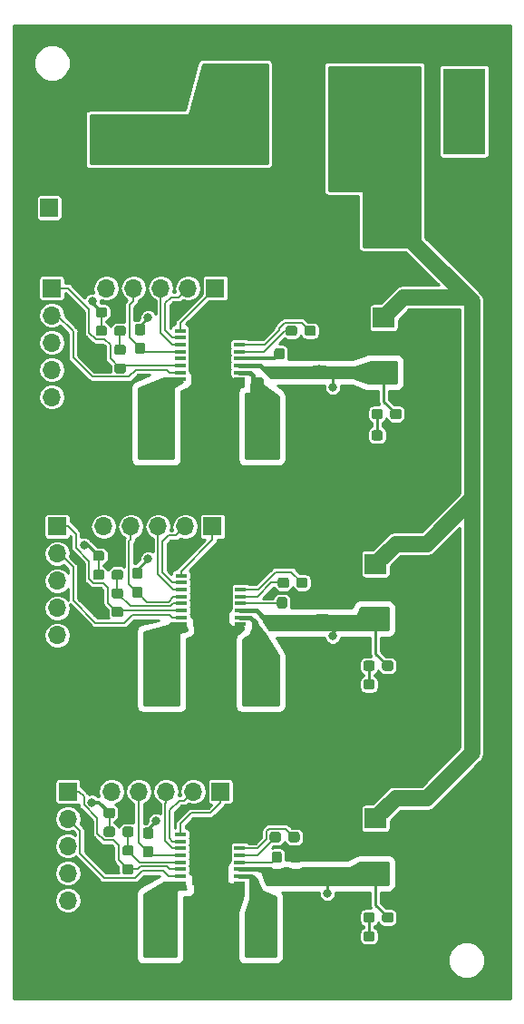
<source format=gbr>
G04 #@! TF.GenerationSoftware,KiCad,Pcbnew,(5.0.1)-3*
G04 #@! TF.CreationDate,2021-04-08T14:22:07+02:00*
G04 #@! TF.ProjectId,MAN_Motor_Drivers,4D414E5F4D6F746F725F447269766572,rev?*
G04 #@! TF.SameCoordinates,Original*
G04 #@! TF.FileFunction,Copper,L1,Top,Signal*
G04 #@! TF.FilePolarity,Positive*
%FSLAX46Y46*%
G04 Gerber Fmt 4.6, Leading zero omitted, Abs format (unit mm)*
G04 Created by KiCad (PCBNEW (5.0.1)-3) date 08.04.2021 14:22:07*
%MOMM*%
%LPD*%
G01*
G04 APERTURE LIST*
G04 #@! TA.AperFunction,ComponentPad*
%ADD10O,1.700000X1.700000*%
G04 #@! TD*
G04 #@! TA.AperFunction,ComponentPad*
%ADD11R,1.700000X1.700000*%
G04 #@! TD*
G04 #@! TA.AperFunction,Conductor*
%ADD12C,0.100000*%
G04 #@! TD*
G04 #@! TA.AperFunction,SMDPad,CuDef*
%ADD13C,0.950000*%
G04 #@! TD*
G04 #@! TA.AperFunction,SMDPad,CuDef*
%ADD14C,1.150000*%
G04 #@! TD*
G04 #@! TA.AperFunction,ComponentPad*
%ADD15C,2.600000*%
G04 #@! TD*
G04 #@! TA.AperFunction,SMDPad,CuDef*
%ADD16R,1.050000X0.450000*%
G04 #@! TD*
G04 #@! TA.AperFunction,SMDPad,CuDef*
%ADD17R,3.400000X5.000000*%
G04 #@! TD*
G04 #@! TA.AperFunction,ComponentPad*
%ADD18R,2.000000X1.905000*%
G04 #@! TD*
G04 #@! TA.AperFunction,ComponentPad*
%ADD19O,2.000000X1.905000*%
G04 #@! TD*
G04 #@! TA.AperFunction,ComponentPad*
%ADD20R,4.500880X4.500880*%
G04 #@! TD*
G04 #@! TA.AperFunction,ComponentPad*
%ADD21C,4.500880*%
G04 #@! TD*
G04 #@! TA.AperFunction,ComponentPad*
%ADD22R,4.000000X8.000000*%
G04 #@! TD*
G04 #@! TA.AperFunction,SMDPad,CuDef*
%ADD23R,3.500000X2.500000*%
G04 #@! TD*
G04 #@! TA.AperFunction,ViaPad*
%ADD24C,0.800000*%
G04 #@! TD*
G04 #@! TA.AperFunction,Conductor*
%ADD25C,0.381000*%
G04 #@! TD*
G04 #@! TA.AperFunction,Conductor*
%ADD26C,0.254000*%
G04 #@! TD*
G04 #@! TA.AperFunction,Conductor*
%ADD27C,0.203200*%
G04 #@! TD*
G04 #@! TA.AperFunction,Conductor*
%ADD28C,0.304800*%
G04 #@! TD*
G04 #@! TA.AperFunction,Conductor*
%ADD29C,1.524000*%
G04 #@! TD*
G04 APERTURE END LIST*
D10*
G04 #@! TO.P,J3,5*
G04 #@! TO.N,N/C*
X144340000Y-90500000D03*
G04 #@! TO.P,J3,4*
G04 #@! TO.N,/nFAULT_C*
X146880000Y-90500000D03*
G04 #@! TO.P,J3,3*
G04 #@! TO.N,/nSLEEP_C*
X149420000Y-90500000D03*
G04 #@! TO.P,J3,2*
G04 #@! TO.N,/PHIN2_C*
X151960000Y-90500000D03*
D11*
G04 #@! TO.P,J3,1*
G04 #@! TO.N,/ENIN1_C*
X154500000Y-90500000D03*
G04 #@! TD*
D12*
G04 #@! TO.N,/CPH_A*
G04 #@! TO.C,C1*
G36*
X161435779Y-47026144D02*
X161458834Y-47029563D01*
X161481443Y-47035227D01*
X161503387Y-47043079D01*
X161524457Y-47053044D01*
X161544448Y-47065026D01*
X161563168Y-47078910D01*
X161580438Y-47094562D01*
X161596090Y-47111832D01*
X161609974Y-47130552D01*
X161621956Y-47150543D01*
X161631921Y-47171613D01*
X161639773Y-47193557D01*
X161645437Y-47216166D01*
X161648856Y-47239221D01*
X161650000Y-47262500D01*
X161650000Y-47737500D01*
X161648856Y-47760779D01*
X161645437Y-47783834D01*
X161639773Y-47806443D01*
X161631921Y-47828387D01*
X161621956Y-47849457D01*
X161609974Y-47869448D01*
X161596090Y-47888168D01*
X161580438Y-47905438D01*
X161563168Y-47921090D01*
X161544448Y-47934974D01*
X161524457Y-47946956D01*
X161503387Y-47956921D01*
X161481443Y-47964773D01*
X161458834Y-47970437D01*
X161435779Y-47973856D01*
X161412500Y-47975000D01*
X160837500Y-47975000D01*
X160814221Y-47973856D01*
X160791166Y-47970437D01*
X160768557Y-47964773D01*
X160746613Y-47956921D01*
X160725543Y-47946956D01*
X160705552Y-47934974D01*
X160686832Y-47921090D01*
X160669562Y-47905438D01*
X160653910Y-47888168D01*
X160640026Y-47869448D01*
X160628044Y-47849457D01*
X160618079Y-47828387D01*
X160610227Y-47806443D01*
X160604563Y-47783834D01*
X160601144Y-47760779D01*
X160600000Y-47737500D01*
X160600000Y-47262500D01*
X160601144Y-47239221D01*
X160604563Y-47216166D01*
X160610227Y-47193557D01*
X160618079Y-47171613D01*
X160628044Y-47150543D01*
X160640026Y-47130552D01*
X160653910Y-47111832D01*
X160669562Y-47094562D01*
X160686832Y-47078910D01*
X160705552Y-47065026D01*
X160725543Y-47053044D01*
X160746613Y-47043079D01*
X160768557Y-47035227D01*
X160791166Y-47029563D01*
X160814221Y-47026144D01*
X160837500Y-47025000D01*
X161412500Y-47025000D01*
X161435779Y-47026144D01*
X161435779Y-47026144D01*
G37*
D13*
G04 #@! TD*
G04 #@! TO.P,C1,1*
G04 #@! TO.N,/CPH_A*
X161125000Y-47500000D03*
D12*
G04 #@! TO.N,/CPL_A*
G04 #@! TO.C,C1*
G36*
X163185779Y-47026144D02*
X163208834Y-47029563D01*
X163231443Y-47035227D01*
X163253387Y-47043079D01*
X163274457Y-47053044D01*
X163294448Y-47065026D01*
X163313168Y-47078910D01*
X163330438Y-47094562D01*
X163346090Y-47111832D01*
X163359974Y-47130552D01*
X163371956Y-47150543D01*
X163381921Y-47171613D01*
X163389773Y-47193557D01*
X163395437Y-47216166D01*
X163398856Y-47239221D01*
X163400000Y-47262500D01*
X163400000Y-47737500D01*
X163398856Y-47760779D01*
X163395437Y-47783834D01*
X163389773Y-47806443D01*
X163381921Y-47828387D01*
X163371956Y-47849457D01*
X163359974Y-47869448D01*
X163346090Y-47888168D01*
X163330438Y-47905438D01*
X163313168Y-47921090D01*
X163294448Y-47934974D01*
X163274457Y-47946956D01*
X163253387Y-47956921D01*
X163231443Y-47964773D01*
X163208834Y-47970437D01*
X163185779Y-47973856D01*
X163162500Y-47975000D01*
X162587500Y-47975000D01*
X162564221Y-47973856D01*
X162541166Y-47970437D01*
X162518557Y-47964773D01*
X162496613Y-47956921D01*
X162475543Y-47946956D01*
X162455552Y-47934974D01*
X162436832Y-47921090D01*
X162419562Y-47905438D01*
X162403910Y-47888168D01*
X162390026Y-47869448D01*
X162378044Y-47849457D01*
X162368079Y-47828387D01*
X162360227Y-47806443D01*
X162354563Y-47783834D01*
X162351144Y-47760779D01*
X162350000Y-47737500D01*
X162350000Y-47262500D01*
X162351144Y-47239221D01*
X162354563Y-47216166D01*
X162360227Y-47193557D01*
X162368079Y-47171613D01*
X162378044Y-47150543D01*
X162390026Y-47130552D01*
X162403910Y-47111832D01*
X162419562Y-47094562D01*
X162436832Y-47078910D01*
X162455552Y-47065026D01*
X162475543Y-47053044D01*
X162496613Y-47043079D01*
X162518557Y-47035227D01*
X162541166Y-47029563D01*
X162564221Y-47026144D01*
X162587500Y-47025000D01*
X163162500Y-47025000D01*
X163185779Y-47026144D01*
X163185779Y-47026144D01*
G37*
D13*
G04 #@! TD*
G04 #@! TO.P,C1,2*
G04 #@! TO.N,/CPL_A*
X162875000Y-47500000D03*
D12*
G04 #@! TO.N,/VCP_A*
G04 #@! TO.C,C2*
G36*
X160260779Y-49101144D02*
X160283834Y-49104563D01*
X160306443Y-49110227D01*
X160328387Y-49118079D01*
X160349457Y-49128044D01*
X160369448Y-49140026D01*
X160388168Y-49153910D01*
X160405438Y-49169562D01*
X160421090Y-49186832D01*
X160434974Y-49205552D01*
X160446956Y-49225543D01*
X160456921Y-49246613D01*
X160464773Y-49268557D01*
X160470437Y-49291166D01*
X160473856Y-49314221D01*
X160475000Y-49337500D01*
X160475000Y-49912500D01*
X160473856Y-49935779D01*
X160470437Y-49958834D01*
X160464773Y-49981443D01*
X160456921Y-50003387D01*
X160446956Y-50024457D01*
X160434974Y-50044448D01*
X160421090Y-50063168D01*
X160405438Y-50080438D01*
X160388168Y-50096090D01*
X160369448Y-50109974D01*
X160349457Y-50121956D01*
X160328387Y-50131921D01*
X160306443Y-50139773D01*
X160283834Y-50145437D01*
X160260779Y-50148856D01*
X160237500Y-50150000D01*
X159762500Y-50150000D01*
X159739221Y-50148856D01*
X159716166Y-50145437D01*
X159693557Y-50139773D01*
X159671613Y-50131921D01*
X159650543Y-50121956D01*
X159630552Y-50109974D01*
X159611832Y-50096090D01*
X159594562Y-50080438D01*
X159578910Y-50063168D01*
X159565026Y-50044448D01*
X159553044Y-50024457D01*
X159543079Y-50003387D01*
X159535227Y-49981443D01*
X159529563Y-49958834D01*
X159526144Y-49935779D01*
X159525000Y-49912500D01*
X159525000Y-49337500D01*
X159526144Y-49314221D01*
X159529563Y-49291166D01*
X159535227Y-49268557D01*
X159543079Y-49246613D01*
X159553044Y-49225543D01*
X159565026Y-49205552D01*
X159578910Y-49186832D01*
X159594562Y-49169562D01*
X159611832Y-49153910D01*
X159630552Y-49140026D01*
X159650543Y-49128044D01*
X159671613Y-49118079D01*
X159693557Y-49110227D01*
X159716166Y-49104563D01*
X159739221Y-49101144D01*
X159762500Y-49100000D01*
X160237500Y-49100000D01*
X160260779Y-49101144D01*
X160260779Y-49101144D01*
G37*
D13*
G04 #@! TD*
G04 #@! TO.P,C2,2*
G04 #@! TO.N,/VCP_A*
X160000000Y-49625000D03*
D12*
G04 #@! TO.N,+12V*
G04 #@! TO.C,C2*
G36*
X160260779Y-50851144D02*
X160283834Y-50854563D01*
X160306443Y-50860227D01*
X160328387Y-50868079D01*
X160349457Y-50878044D01*
X160369448Y-50890026D01*
X160388168Y-50903910D01*
X160405438Y-50919562D01*
X160421090Y-50936832D01*
X160434974Y-50955552D01*
X160446956Y-50975543D01*
X160456921Y-50996613D01*
X160464773Y-51018557D01*
X160470437Y-51041166D01*
X160473856Y-51064221D01*
X160475000Y-51087500D01*
X160475000Y-51662500D01*
X160473856Y-51685779D01*
X160470437Y-51708834D01*
X160464773Y-51731443D01*
X160456921Y-51753387D01*
X160446956Y-51774457D01*
X160434974Y-51794448D01*
X160421090Y-51813168D01*
X160405438Y-51830438D01*
X160388168Y-51846090D01*
X160369448Y-51859974D01*
X160349457Y-51871956D01*
X160328387Y-51881921D01*
X160306443Y-51889773D01*
X160283834Y-51895437D01*
X160260779Y-51898856D01*
X160237500Y-51900000D01*
X159762500Y-51900000D01*
X159739221Y-51898856D01*
X159716166Y-51895437D01*
X159693557Y-51889773D01*
X159671613Y-51881921D01*
X159650543Y-51871956D01*
X159630552Y-51859974D01*
X159611832Y-51846090D01*
X159594562Y-51830438D01*
X159578910Y-51813168D01*
X159565026Y-51794448D01*
X159553044Y-51774457D01*
X159543079Y-51753387D01*
X159535227Y-51731443D01*
X159529563Y-51708834D01*
X159526144Y-51685779D01*
X159525000Y-51662500D01*
X159525000Y-51087500D01*
X159526144Y-51064221D01*
X159529563Y-51041166D01*
X159535227Y-51018557D01*
X159543079Y-50996613D01*
X159553044Y-50975543D01*
X159565026Y-50955552D01*
X159578910Y-50936832D01*
X159594562Y-50919562D01*
X159611832Y-50903910D01*
X159630552Y-50890026D01*
X159650543Y-50878044D01*
X159671613Y-50868079D01*
X159693557Y-50860227D01*
X159716166Y-50854563D01*
X159739221Y-50851144D01*
X159762500Y-50850000D01*
X160237500Y-50850000D01*
X160260779Y-50851144D01*
X160260779Y-50851144D01*
G37*
D13*
G04 #@! TD*
G04 #@! TO.P,C2,1*
G04 #@! TO.N,+12V*
X160000000Y-51375000D03*
D12*
G04 #@! TO.N,/CPH_C*
G04 #@! TO.C,C3*
G36*
X159935779Y-94276144D02*
X159958834Y-94279563D01*
X159981443Y-94285227D01*
X160003387Y-94293079D01*
X160024457Y-94303044D01*
X160044448Y-94315026D01*
X160063168Y-94328910D01*
X160080438Y-94344562D01*
X160096090Y-94361832D01*
X160109974Y-94380552D01*
X160121956Y-94400543D01*
X160131921Y-94421613D01*
X160139773Y-94443557D01*
X160145437Y-94466166D01*
X160148856Y-94489221D01*
X160150000Y-94512500D01*
X160150000Y-94987500D01*
X160148856Y-95010779D01*
X160145437Y-95033834D01*
X160139773Y-95056443D01*
X160131921Y-95078387D01*
X160121956Y-95099457D01*
X160109974Y-95119448D01*
X160096090Y-95138168D01*
X160080438Y-95155438D01*
X160063168Y-95171090D01*
X160044448Y-95184974D01*
X160024457Y-95196956D01*
X160003387Y-95206921D01*
X159981443Y-95214773D01*
X159958834Y-95220437D01*
X159935779Y-95223856D01*
X159912500Y-95225000D01*
X159337500Y-95225000D01*
X159314221Y-95223856D01*
X159291166Y-95220437D01*
X159268557Y-95214773D01*
X159246613Y-95206921D01*
X159225543Y-95196956D01*
X159205552Y-95184974D01*
X159186832Y-95171090D01*
X159169562Y-95155438D01*
X159153910Y-95138168D01*
X159140026Y-95119448D01*
X159128044Y-95099457D01*
X159118079Y-95078387D01*
X159110227Y-95056443D01*
X159104563Y-95033834D01*
X159101144Y-95010779D01*
X159100000Y-94987500D01*
X159100000Y-94512500D01*
X159101144Y-94489221D01*
X159104563Y-94466166D01*
X159110227Y-94443557D01*
X159118079Y-94421613D01*
X159128044Y-94400543D01*
X159140026Y-94380552D01*
X159153910Y-94361832D01*
X159169562Y-94344562D01*
X159186832Y-94328910D01*
X159205552Y-94315026D01*
X159225543Y-94303044D01*
X159246613Y-94293079D01*
X159268557Y-94285227D01*
X159291166Y-94279563D01*
X159314221Y-94276144D01*
X159337500Y-94275000D01*
X159912500Y-94275000D01*
X159935779Y-94276144D01*
X159935779Y-94276144D01*
G37*
D13*
G04 #@! TD*
G04 #@! TO.P,C3,1*
G04 #@! TO.N,/CPH_C*
X159625000Y-94750000D03*
D12*
G04 #@! TO.N,/CPL_C*
G04 #@! TO.C,C3*
G36*
X161685779Y-94276144D02*
X161708834Y-94279563D01*
X161731443Y-94285227D01*
X161753387Y-94293079D01*
X161774457Y-94303044D01*
X161794448Y-94315026D01*
X161813168Y-94328910D01*
X161830438Y-94344562D01*
X161846090Y-94361832D01*
X161859974Y-94380552D01*
X161871956Y-94400543D01*
X161881921Y-94421613D01*
X161889773Y-94443557D01*
X161895437Y-94466166D01*
X161898856Y-94489221D01*
X161900000Y-94512500D01*
X161900000Y-94987500D01*
X161898856Y-95010779D01*
X161895437Y-95033834D01*
X161889773Y-95056443D01*
X161881921Y-95078387D01*
X161871956Y-95099457D01*
X161859974Y-95119448D01*
X161846090Y-95138168D01*
X161830438Y-95155438D01*
X161813168Y-95171090D01*
X161794448Y-95184974D01*
X161774457Y-95196956D01*
X161753387Y-95206921D01*
X161731443Y-95214773D01*
X161708834Y-95220437D01*
X161685779Y-95223856D01*
X161662500Y-95225000D01*
X161087500Y-95225000D01*
X161064221Y-95223856D01*
X161041166Y-95220437D01*
X161018557Y-95214773D01*
X160996613Y-95206921D01*
X160975543Y-95196956D01*
X160955552Y-95184974D01*
X160936832Y-95171090D01*
X160919562Y-95155438D01*
X160903910Y-95138168D01*
X160890026Y-95119448D01*
X160878044Y-95099457D01*
X160868079Y-95078387D01*
X160860227Y-95056443D01*
X160854563Y-95033834D01*
X160851144Y-95010779D01*
X160850000Y-94987500D01*
X160850000Y-94512500D01*
X160851144Y-94489221D01*
X160854563Y-94466166D01*
X160860227Y-94443557D01*
X160868079Y-94421613D01*
X160878044Y-94400543D01*
X160890026Y-94380552D01*
X160903910Y-94361832D01*
X160919562Y-94344562D01*
X160936832Y-94328910D01*
X160955552Y-94315026D01*
X160975543Y-94303044D01*
X160996613Y-94293079D01*
X161018557Y-94285227D01*
X161041166Y-94279563D01*
X161064221Y-94276144D01*
X161087500Y-94275000D01*
X161662500Y-94275000D01*
X161685779Y-94276144D01*
X161685779Y-94276144D01*
G37*
D13*
G04 #@! TD*
G04 #@! TO.P,C3,2*
G04 #@! TO.N,/CPL_C*
X161375000Y-94750000D03*
D12*
G04 #@! TO.N,/VCP_C*
G04 #@! TO.C,C4*
G36*
X160010779Y-96101144D02*
X160033834Y-96104563D01*
X160056443Y-96110227D01*
X160078387Y-96118079D01*
X160099457Y-96128044D01*
X160119448Y-96140026D01*
X160138168Y-96153910D01*
X160155438Y-96169562D01*
X160171090Y-96186832D01*
X160184974Y-96205552D01*
X160196956Y-96225543D01*
X160206921Y-96246613D01*
X160214773Y-96268557D01*
X160220437Y-96291166D01*
X160223856Y-96314221D01*
X160225000Y-96337500D01*
X160225000Y-96912500D01*
X160223856Y-96935779D01*
X160220437Y-96958834D01*
X160214773Y-96981443D01*
X160206921Y-97003387D01*
X160196956Y-97024457D01*
X160184974Y-97044448D01*
X160171090Y-97063168D01*
X160155438Y-97080438D01*
X160138168Y-97096090D01*
X160119448Y-97109974D01*
X160099457Y-97121956D01*
X160078387Y-97131921D01*
X160056443Y-97139773D01*
X160033834Y-97145437D01*
X160010779Y-97148856D01*
X159987500Y-97150000D01*
X159512500Y-97150000D01*
X159489221Y-97148856D01*
X159466166Y-97145437D01*
X159443557Y-97139773D01*
X159421613Y-97131921D01*
X159400543Y-97121956D01*
X159380552Y-97109974D01*
X159361832Y-97096090D01*
X159344562Y-97080438D01*
X159328910Y-97063168D01*
X159315026Y-97044448D01*
X159303044Y-97024457D01*
X159293079Y-97003387D01*
X159285227Y-96981443D01*
X159279563Y-96958834D01*
X159276144Y-96935779D01*
X159275000Y-96912500D01*
X159275000Y-96337500D01*
X159276144Y-96314221D01*
X159279563Y-96291166D01*
X159285227Y-96268557D01*
X159293079Y-96246613D01*
X159303044Y-96225543D01*
X159315026Y-96205552D01*
X159328910Y-96186832D01*
X159344562Y-96169562D01*
X159361832Y-96153910D01*
X159380552Y-96140026D01*
X159400543Y-96128044D01*
X159421613Y-96118079D01*
X159443557Y-96110227D01*
X159466166Y-96104563D01*
X159489221Y-96101144D01*
X159512500Y-96100000D01*
X159987500Y-96100000D01*
X160010779Y-96101144D01*
X160010779Y-96101144D01*
G37*
D13*
G04 #@! TD*
G04 #@! TO.P,C4,2*
G04 #@! TO.N,/VCP_C*
X159750000Y-96625000D03*
D12*
G04 #@! TO.N,+12V*
G04 #@! TO.C,C4*
G36*
X160010779Y-97851144D02*
X160033834Y-97854563D01*
X160056443Y-97860227D01*
X160078387Y-97868079D01*
X160099457Y-97878044D01*
X160119448Y-97890026D01*
X160138168Y-97903910D01*
X160155438Y-97919562D01*
X160171090Y-97936832D01*
X160184974Y-97955552D01*
X160196956Y-97975543D01*
X160206921Y-97996613D01*
X160214773Y-98018557D01*
X160220437Y-98041166D01*
X160223856Y-98064221D01*
X160225000Y-98087500D01*
X160225000Y-98662500D01*
X160223856Y-98685779D01*
X160220437Y-98708834D01*
X160214773Y-98731443D01*
X160206921Y-98753387D01*
X160196956Y-98774457D01*
X160184974Y-98794448D01*
X160171090Y-98813168D01*
X160155438Y-98830438D01*
X160138168Y-98846090D01*
X160119448Y-98859974D01*
X160099457Y-98871956D01*
X160078387Y-98881921D01*
X160056443Y-98889773D01*
X160033834Y-98895437D01*
X160010779Y-98898856D01*
X159987500Y-98900000D01*
X159512500Y-98900000D01*
X159489221Y-98898856D01*
X159466166Y-98895437D01*
X159443557Y-98889773D01*
X159421613Y-98881921D01*
X159400543Y-98871956D01*
X159380552Y-98859974D01*
X159361832Y-98846090D01*
X159344562Y-98830438D01*
X159328910Y-98813168D01*
X159315026Y-98794448D01*
X159303044Y-98774457D01*
X159293079Y-98753387D01*
X159285227Y-98731443D01*
X159279563Y-98708834D01*
X159276144Y-98685779D01*
X159275000Y-98662500D01*
X159275000Y-98087500D01*
X159276144Y-98064221D01*
X159279563Y-98041166D01*
X159285227Y-98018557D01*
X159293079Y-97996613D01*
X159303044Y-97975543D01*
X159315026Y-97955552D01*
X159328910Y-97936832D01*
X159344562Y-97919562D01*
X159361832Y-97903910D01*
X159380552Y-97890026D01*
X159400543Y-97878044D01*
X159421613Y-97868079D01*
X159443557Y-97860227D01*
X159466166Y-97854563D01*
X159489221Y-97851144D01*
X159512500Y-97850000D01*
X159987500Y-97850000D01*
X160010779Y-97851144D01*
X160010779Y-97851144D01*
G37*
D13*
G04 #@! TD*
G04 #@! TO.P,C4,1*
G04 #@! TO.N,+12V*
X159750000Y-98375000D03*
D12*
G04 #@! TO.N,/CPL_B*
G04 #@! TO.C,C5*
G36*
X162435779Y-70526144D02*
X162458834Y-70529563D01*
X162481443Y-70535227D01*
X162503387Y-70543079D01*
X162524457Y-70553044D01*
X162544448Y-70565026D01*
X162563168Y-70578910D01*
X162580438Y-70594562D01*
X162596090Y-70611832D01*
X162609974Y-70630552D01*
X162621956Y-70650543D01*
X162631921Y-70671613D01*
X162639773Y-70693557D01*
X162645437Y-70716166D01*
X162648856Y-70739221D01*
X162650000Y-70762500D01*
X162650000Y-71237500D01*
X162648856Y-71260779D01*
X162645437Y-71283834D01*
X162639773Y-71306443D01*
X162631921Y-71328387D01*
X162621956Y-71349457D01*
X162609974Y-71369448D01*
X162596090Y-71388168D01*
X162580438Y-71405438D01*
X162563168Y-71421090D01*
X162544448Y-71434974D01*
X162524457Y-71446956D01*
X162503387Y-71456921D01*
X162481443Y-71464773D01*
X162458834Y-71470437D01*
X162435779Y-71473856D01*
X162412500Y-71475000D01*
X161837500Y-71475000D01*
X161814221Y-71473856D01*
X161791166Y-71470437D01*
X161768557Y-71464773D01*
X161746613Y-71456921D01*
X161725543Y-71446956D01*
X161705552Y-71434974D01*
X161686832Y-71421090D01*
X161669562Y-71405438D01*
X161653910Y-71388168D01*
X161640026Y-71369448D01*
X161628044Y-71349457D01*
X161618079Y-71328387D01*
X161610227Y-71306443D01*
X161604563Y-71283834D01*
X161601144Y-71260779D01*
X161600000Y-71237500D01*
X161600000Y-70762500D01*
X161601144Y-70739221D01*
X161604563Y-70716166D01*
X161610227Y-70693557D01*
X161618079Y-70671613D01*
X161628044Y-70650543D01*
X161640026Y-70630552D01*
X161653910Y-70611832D01*
X161669562Y-70594562D01*
X161686832Y-70578910D01*
X161705552Y-70565026D01*
X161725543Y-70553044D01*
X161746613Y-70543079D01*
X161768557Y-70535227D01*
X161791166Y-70529563D01*
X161814221Y-70526144D01*
X161837500Y-70525000D01*
X162412500Y-70525000D01*
X162435779Y-70526144D01*
X162435779Y-70526144D01*
G37*
D13*
G04 #@! TD*
G04 #@! TO.P,C5,2*
G04 #@! TO.N,/CPL_B*
X162125000Y-71000000D03*
D12*
G04 #@! TO.N,/CPH_B*
G04 #@! TO.C,C5*
G36*
X160685779Y-70526144D02*
X160708834Y-70529563D01*
X160731443Y-70535227D01*
X160753387Y-70543079D01*
X160774457Y-70553044D01*
X160794448Y-70565026D01*
X160813168Y-70578910D01*
X160830438Y-70594562D01*
X160846090Y-70611832D01*
X160859974Y-70630552D01*
X160871956Y-70650543D01*
X160881921Y-70671613D01*
X160889773Y-70693557D01*
X160895437Y-70716166D01*
X160898856Y-70739221D01*
X160900000Y-70762500D01*
X160900000Y-71237500D01*
X160898856Y-71260779D01*
X160895437Y-71283834D01*
X160889773Y-71306443D01*
X160881921Y-71328387D01*
X160871956Y-71349457D01*
X160859974Y-71369448D01*
X160846090Y-71388168D01*
X160830438Y-71405438D01*
X160813168Y-71421090D01*
X160794448Y-71434974D01*
X160774457Y-71446956D01*
X160753387Y-71456921D01*
X160731443Y-71464773D01*
X160708834Y-71470437D01*
X160685779Y-71473856D01*
X160662500Y-71475000D01*
X160087500Y-71475000D01*
X160064221Y-71473856D01*
X160041166Y-71470437D01*
X160018557Y-71464773D01*
X159996613Y-71456921D01*
X159975543Y-71446956D01*
X159955552Y-71434974D01*
X159936832Y-71421090D01*
X159919562Y-71405438D01*
X159903910Y-71388168D01*
X159890026Y-71369448D01*
X159878044Y-71349457D01*
X159868079Y-71328387D01*
X159860227Y-71306443D01*
X159854563Y-71283834D01*
X159851144Y-71260779D01*
X159850000Y-71237500D01*
X159850000Y-70762500D01*
X159851144Y-70739221D01*
X159854563Y-70716166D01*
X159860227Y-70693557D01*
X159868079Y-70671613D01*
X159878044Y-70650543D01*
X159890026Y-70630552D01*
X159903910Y-70611832D01*
X159919562Y-70594562D01*
X159936832Y-70578910D01*
X159955552Y-70565026D01*
X159975543Y-70553044D01*
X159996613Y-70543079D01*
X160018557Y-70535227D01*
X160041166Y-70529563D01*
X160064221Y-70526144D01*
X160087500Y-70525000D01*
X160662500Y-70525000D01*
X160685779Y-70526144D01*
X160685779Y-70526144D01*
G37*
D13*
G04 #@! TD*
G04 #@! TO.P,C5,1*
G04 #@! TO.N,/CPH_B*
X160375000Y-71000000D03*
D12*
G04 #@! TO.N,+12V*
G04 #@! TO.C,C6*
G36*
X160510779Y-74101144D02*
X160533834Y-74104563D01*
X160556443Y-74110227D01*
X160578387Y-74118079D01*
X160599457Y-74128044D01*
X160619448Y-74140026D01*
X160638168Y-74153910D01*
X160655438Y-74169562D01*
X160671090Y-74186832D01*
X160684974Y-74205552D01*
X160696956Y-74225543D01*
X160706921Y-74246613D01*
X160714773Y-74268557D01*
X160720437Y-74291166D01*
X160723856Y-74314221D01*
X160725000Y-74337500D01*
X160725000Y-74912500D01*
X160723856Y-74935779D01*
X160720437Y-74958834D01*
X160714773Y-74981443D01*
X160706921Y-75003387D01*
X160696956Y-75024457D01*
X160684974Y-75044448D01*
X160671090Y-75063168D01*
X160655438Y-75080438D01*
X160638168Y-75096090D01*
X160619448Y-75109974D01*
X160599457Y-75121956D01*
X160578387Y-75131921D01*
X160556443Y-75139773D01*
X160533834Y-75145437D01*
X160510779Y-75148856D01*
X160487500Y-75150000D01*
X160012500Y-75150000D01*
X159989221Y-75148856D01*
X159966166Y-75145437D01*
X159943557Y-75139773D01*
X159921613Y-75131921D01*
X159900543Y-75121956D01*
X159880552Y-75109974D01*
X159861832Y-75096090D01*
X159844562Y-75080438D01*
X159828910Y-75063168D01*
X159815026Y-75044448D01*
X159803044Y-75024457D01*
X159793079Y-75003387D01*
X159785227Y-74981443D01*
X159779563Y-74958834D01*
X159776144Y-74935779D01*
X159775000Y-74912500D01*
X159775000Y-74337500D01*
X159776144Y-74314221D01*
X159779563Y-74291166D01*
X159785227Y-74268557D01*
X159793079Y-74246613D01*
X159803044Y-74225543D01*
X159815026Y-74205552D01*
X159828910Y-74186832D01*
X159844562Y-74169562D01*
X159861832Y-74153910D01*
X159880552Y-74140026D01*
X159900543Y-74128044D01*
X159921613Y-74118079D01*
X159943557Y-74110227D01*
X159966166Y-74104563D01*
X159989221Y-74101144D01*
X160012500Y-74100000D01*
X160487500Y-74100000D01*
X160510779Y-74101144D01*
X160510779Y-74101144D01*
G37*
D13*
G04 #@! TD*
G04 #@! TO.P,C6,1*
G04 #@! TO.N,+12V*
X160250000Y-74625000D03*
D12*
G04 #@! TO.N,/VCP_B*
G04 #@! TO.C,C6*
G36*
X160510779Y-72351144D02*
X160533834Y-72354563D01*
X160556443Y-72360227D01*
X160578387Y-72368079D01*
X160599457Y-72378044D01*
X160619448Y-72390026D01*
X160638168Y-72403910D01*
X160655438Y-72419562D01*
X160671090Y-72436832D01*
X160684974Y-72455552D01*
X160696956Y-72475543D01*
X160706921Y-72496613D01*
X160714773Y-72518557D01*
X160720437Y-72541166D01*
X160723856Y-72564221D01*
X160725000Y-72587500D01*
X160725000Y-73162500D01*
X160723856Y-73185779D01*
X160720437Y-73208834D01*
X160714773Y-73231443D01*
X160706921Y-73253387D01*
X160696956Y-73274457D01*
X160684974Y-73294448D01*
X160671090Y-73313168D01*
X160655438Y-73330438D01*
X160638168Y-73346090D01*
X160619448Y-73359974D01*
X160599457Y-73371956D01*
X160578387Y-73381921D01*
X160556443Y-73389773D01*
X160533834Y-73395437D01*
X160510779Y-73398856D01*
X160487500Y-73400000D01*
X160012500Y-73400000D01*
X159989221Y-73398856D01*
X159966166Y-73395437D01*
X159943557Y-73389773D01*
X159921613Y-73381921D01*
X159900543Y-73371956D01*
X159880552Y-73359974D01*
X159861832Y-73346090D01*
X159844562Y-73330438D01*
X159828910Y-73313168D01*
X159815026Y-73294448D01*
X159803044Y-73274457D01*
X159793079Y-73253387D01*
X159785227Y-73231443D01*
X159779563Y-73208834D01*
X159776144Y-73185779D01*
X159775000Y-73162500D01*
X159775000Y-72587500D01*
X159776144Y-72564221D01*
X159779563Y-72541166D01*
X159785227Y-72518557D01*
X159793079Y-72496613D01*
X159803044Y-72475543D01*
X159815026Y-72455552D01*
X159828910Y-72436832D01*
X159844562Y-72419562D01*
X159861832Y-72403910D01*
X159880552Y-72390026D01*
X159900543Y-72378044D01*
X159921613Y-72368079D01*
X159943557Y-72360227D01*
X159966166Y-72354563D01*
X159989221Y-72351144D01*
X160012500Y-72350000D01*
X160487500Y-72350000D01*
X160510779Y-72351144D01*
X160510779Y-72351144D01*
G37*
D13*
G04 #@! TD*
G04 #@! TO.P,C6,2*
G04 #@! TO.N,/VCP_B*
X160250000Y-72875000D03*
D12*
G04 #@! TO.N,+12V*
G04 #@! TO.C,C7*
G36*
X162010779Y-50851144D02*
X162033834Y-50854563D01*
X162056443Y-50860227D01*
X162078387Y-50868079D01*
X162099457Y-50878044D01*
X162119448Y-50890026D01*
X162138168Y-50903910D01*
X162155438Y-50919562D01*
X162171090Y-50936832D01*
X162184974Y-50955552D01*
X162196956Y-50975543D01*
X162206921Y-50996613D01*
X162214773Y-51018557D01*
X162220437Y-51041166D01*
X162223856Y-51064221D01*
X162225000Y-51087500D01*
X162225000Y-51662500D01*
X162223856Y-51685779D01*
X162220437Y-51708834D01*
X162214773Y-51731443D01*
X162206921Y-51753387D01*
X162196956Y-51774457D01*
X162184974Y-51794448D01*
X162171090Y-51813168D01*
X162155438Y-51830438D01*
X162138168Y-51846090D01*
X162119448Y-51859974D01*
X162099457Y-51871956D01*
X162078387Y-51881921D01*
X162056443Y-51889773D01*
X162033834Y-51895437D01*
X162010779Y-51898856D01*
X161987500Y-51900000D01*
X161512500Y-51900000D01*
X161489221Y-51898856D01*
X161466166Y-51895437D01*
X161443557Y-51889773D01*
X161421613Y-51881921D01*
X161400543Y-51871956D01*
X161380552Y-51859974D01*
X161361832Y-51846090D01*
X161344562Y-51830438D01*
X161328910Y-51813168D01*
X161315026Y-51794448D01*
X161303044Y-51774457D01*
X161293079Y-51753387D01*
X161285227Y-51731443D01*
X161279563Y-51708834D01*
X161276144Y-51685779D01*
X161275000Y-51662500D01*
X161275000Y-51087500D01*
X161276144Y-51064221D01*
X161279563Y-51041166D01*
X161285227Y-51018557D01*
X161293079Y-50996613D01*
X161303044Y-50975543D01*
X161315026Y-50955552D01*
X161328910Y-50936832D01*
X161344562Y-50919562D01*
X161361832Y-50903910D01*
X161380552Y-50890026D01*
X161400543Y-50878044D01*
X161421613Y-50868079D01*
X161443557Y-50860227D01*
X161466166Y-50854563D01*
X161489221Y-50851144D01*
X161512500Y-50850000D01*
X161987500Y-50850000D01*
X162010779Y-50851144D01*
X162010779Y-50851144D01*
G37*
D13*
G04 #@! TD*
G04 #@! TO.P,C7,1*
G04 #@! TO.N,+12V*
X161750000Y-51375000D03*
D12*
G04 #@! TO.N,GND*
G04 #@! TO.C,C7*
G36*
X162010779Y-49101144D02*
X162033834Y-49104563D01*
X162056443Y-49110227D01*
X162078387Y-49118079D01*
X162099457Y-49128044D01*
X162119448Y-49140026D01*
X162138168Y-49153910D01*
X162155438Y-49169562D01*
X162171090Y-49186832D01*
X162184974Y-49205552D01*
X162196956Y-49225543D01*
X162206921Y-49246613D01*
X162214773Y-49268557D01*
X162220437Y-49291166D01*
X162223856Y-49314221D01*
X162225000Y-49337500D01*
X162225000Y-49912500D01*
X162223856Y-49935779D01*
X162220437Y-49958834D01*
X162214773Y-49981443D01*
X162206921Y-50003387D01*
X162196956Y-50024457D01*
X162184974Y-50044448D01*
X162171090Y-50063168D01*
X162155438Y-50080438D01*
X162138168Y-50096090D01*
X162119448Y-50109974D01*
X162099457Y-50121956D01*
X162078387Y-50131921D01*
X162056443Y-50139773D01*
X162033834Y-50145437D01*
X162010779Y-50148856D01*
X161987500Y-50150000D01*
X161512500Y-50150000D01*
X161489221Y-50148856D01*
X161466166Y-50145437D01*
X161443557Y-50139773D01*
X161421613Y-50131921D01*
X161400543Y-50121956D01*
X161380552Y-50109974D01*
X161361832Y-50096090D01*
X161344562Y-50080438D01*
X161328910Y-50063168D01*
X161315026Y-50044448D01*
X161303044Y-50024457D01*
X161293079Y-50003387D01*
X161285227Y-49981443D01*
X161279563Y-49958834D01*
X161276144Y-49935779D01*
X161275000Y-49912500D01*
X161275000Y-49337500D01*
X161276144Y-49314221D01*
X161279563Y-49291166D01*
X161285227Y-49268557D01*
X161293079Y-49246613D01*
X161303044Y-49225543D01*
X161315026Y-49205552D01*
X161328910Y-49186832D01*
X161344562Y-49169562D01*
X161361832Y-49153910D01*
X161380552Y-49140026D01*
X161400543Y-49128044D01*
X161421613Y-49118079D01*
X161443557Y-49110227D01*
X161466166Y-49104563D01*
X161489221Y-49101144D01*
X161512500Y-49100000D01*
X161987500Y-49100000D01*
X162010779Y-49101144D01*
X162010779Y-49101144D01*
G37*
D13*
G04 #@! TD*
G04 #@! TO.P,C7,2*
G04 #@! TO.N,GND*
X161750000Y-49625000D03*
D12*
G04 #@! TO.N,GND*
G04 #@! TO.C,C8*
G36*
X161760779Y-96101144D02*
X161783834Y-96104563D01*
X161806443Y-96110227D01*
X161828387Y-96118079D01*
X161849457Y-96128044D01*
X161869448Y-96140026D01*
X161888168Y-96153910D01*
X161905438Y-96169562D01*
X161921090Y-96186832D01*
X161934974Y-96205552D01*
X161946956Y-96225543D01*
X161956921Y-96246613D01*
X161964773Y-96268557D01*
X161970437Y-96291166D01*
X161973856Y-96314221D01*
X161975000Y-96337500D01*
X161975000Y-96912500D01*
X161973856Y-96935779D01*
X161970437Y-96958834D01*
X161964773Y-96981443D01*
X161956921Y-97003387D01*
X161946956Y-97024457D01*
X161934974Y-97044448D01*
X161921090Y-97063168D01*
X161905438Y-97080438D01*
X161888168Y-97096090D01*
X161869448Y-97109974D01*
X161849457Y-97121956D01*
X161828387Y-97131921D01*
X161806443Y-97139773D01*
X161783834Y-97145437D01*
X161760779Y-97148856D01*
X161737500Y-97150000D01*
X161262500Y-97150000D01*
X161239221Y-97148856D01*
X161216166Y-97145437D01*
X161193557Y-97139773D01*
X161171613Y-97131921D01*
X161150543Y-97121956D01*
X161130552Y-97109974D01*
X161111832Y-97096090D01*
X161094562Y-97080438D01*
X161078910Y-97063168D01*
X161065026Y-97044448D01*
X161053044Y-97024457D01*
X161043079Y-97003387D01*
X161035227Y-96981443D01*
X161029563Y-96958834D01*
X161026144Y-96935779D01*
X161025000Y-96912500D01*
X161025000Y-96337500D01*
X161026144Y-96314221D01*
X161029563Y-96291166D01*
X161035227Y-96268557D01*
X161043079Y-96246613D01*
X161053044Y-96225543D01*
X161065026Y-96205552D01*
X161078910Y-96186832D01*
X161094562Y-96169562D01*
X161111832Y-96153910D01*
X161130552Y-96140026D01*
X161150543Y-96128044D01*
X161171613Y-96118079D01*
X161193557Y-96110227D01*
X161216166Y-96104563D01*
X161239221Y-96101144D01*
X161262500Y-96100000D01*
X161737500Y-96100000D01*
X161760779Y-96101144D01*
X161760779Y-96101144D01*
G37*
D13*
G04 #@! TD*
G04 #@! TO.P,C8,2*
G04 #@! TO.N,GND*
X161500000Y-96625000D03*
D12*
G04 #@! TO.N,+12V*
G04 #@! TO.C,C8*
G36*
X161760779Y-97851144D02*
X161783834Y-97854563D01*
X161806443Y-97860227D01*
X161828387Y-97868079D01*
X161849457Y-97878044D01*
X161869448Y-97890026D01*
X161888168Y-97903910D01*
X161905438Y-97919562D01*
X161921090Y-97936832D01*
X161934974Y-97955552D01*
X161946956Y-97975543D01*
X161956921Y-97996613D01*
X161964773Y-98018557D01*
X161970437Y-98041166D01*
X161973856Y-98064221D01*
X161975000Y-98087500D01*
X161975000Y-98662500D01*
X161973856Y-98685779D01*
X161970437Y-98708834D01*
X161964773Y-98731443D01*
X161956921Y-98753387D01*
X161946956Y-98774457D01*
X161934974Y-98794448D01*
X161921090Y-98813168D01*
X161905438Y-98830438D01*
X161888168Y-98846090D01*
X161869448Y-98859974D01*
X161849457Y-98871956D01*
X161828387Y-98881921D01*
X161806443Y-98889773D01*
X161783834Y-98895437D01*
X161760779Y-98898856D01*
X161737500Y-98900000D01*
X161262500Y-98900000D01*
X161239221Y-98898856D01*
X161216166Y-98895437D01*
X161193557Y-98889773D01*
X161171613Y-98881921D01*
X161150543Y-98871956D01*
X161130552Y-98859974D01*
X161111832Y-98846090D01*
X161094562Y-98830438D01*
X161078910Y-98813168D01*
X161065026Y-98794448D01*
X161053044Y-98774457D01*
X161043079Y-98753387D01*
X161035227Y-98731443D01*
X161029563Y-98708834D01*
X161026144Y-98685779D01*
X161025000Y-98662500D01*
X161025000Y-98087500D01*
X161026144Y-98064221D01*
X161029563Y-98041166D01*
X161035227Y-98018557D01*
X161043079Y-97996613D01*
X161053044Y-97975543D01*
X161065026Y-97955552D01*
X161078910Y-97936832D01*
X161094562Y-97919562D01*
X161111832Y-97903910D01*
X161130552Y-97890026D01*
X161150543Y-97878044D01*
X161171613Y-97868079D01*
X161193557Y-97860227D01*
X161216166Y-97854563D01*
X161239221Y-97851144D01*
X161262500Y-97850000D01*
X161737500Y-97850000D01*
X161760779Y-97851144D01*
X161760779Y-97851144D01*
G37*
D13*
G04 #@! TD*
G04 #@! TO.P,C8,1*
G04 #@! TO.N,+12V*
X161500000Y-98375000D03*
D12*
G04 #@! TO.N,+12V*
G04 #@! TO.C,C9*
G36*
X162260779Y-74101144D02*
X162283834Y-74104563D01*
X162306443Y-74110227D01*
X162328387Y-74118079D01*
X162349457Y-74128044D01*
X162369448Y-74140026D01*
X162388168Y-74153910D01*
X162405438Y-74169562D01*
X162421090Y-74186832D01*
X162434974Y-74205552D01*
X162446956Y-74225543D01*
X162456921Y-74246613D01*
X162464773Y-74268557D01*
X162470437Y-74291166D01*
X162473856Y-74314221D01*
X162475000Y-74337500D01*
X162475000Y-74912500D01*
X162473856Y-74935779D01*
X162470437Y-74958834D01*
X162464773Y-74981443D01*
X162456921Y-75003387D01*
X162446956Y-75024457D01*
X162434974Y-75044448D01*
X162421090Y-75063168D01*
X162405438Y-75080438D01*
X162388168Y-75096090D01*
X162369448Y-75109974D01*
X162349457Y-75121956D01*
X162328387Y-75131921D01*
X162306443Y-75139773D01*
X162283834Y-75145437D01*
X162260779Y-75148856D01*
X162237500Y-75150000D01*
X161762500Y-75150000D01*
X161739221Y-75148856D01*
X161716166Y-75145437D01*
X161693557Y-75139773D01*
X161671613Y-75131921D01*
X161650543Y-75121956D01*
X161630552Y-75109974D01*
X161611832Y-75096090D01*
X161594562Y-75080438D01*
X161578910Y-75063168D01*
X161565026Y-75044448D01*
X161553044Y-75024457D01*
X161543079Y-75003387D01*
X161535227Y-74981443D01*
X161529563Y-74958834D01*
X161526144Y-74935779D01*
X161525000Y-74912500D01*
X161525000Y-74337500D01*
X161526144Y-74314221D01*
X161529563Y-74291166D01*
X161535227Y-74268557D01*
X161543079Y-74246613D01*
X161553044Y-74225543D01*
X161565026Y-74205552D01*
X161578910Y-74186832D01*
X161594562Y-74169562D01*
X161611832Y-74153910D01*
X161630552Y-74140026D01*
X161650543Y-74128044D01*
X161671613Y-74118079D01*
X161693557Y-74110227D01*
X161716166Y-74104563D01*
X161739221Y-74101144D01*
X161762500Y-74100000D01*
X162237500Y-74100000D01*
X162260779Y-74101144D01*
X162260779Y-74101144D01*
G37*
D13*
G04 #@! TD*
G04 #@! TO.P,C9,1*
G04 #@! TO.N,+12V*
X162000000Y-74625000D03*
D12*
G04 #@! TO.N,GND*
G04 #@! TO.C,C9*
G36*
X162260779Y-72351144D02*
X162283834Y-72354563D01*
X162306443Y-72360227D01*
X162328387Y-72368079D01*
X162349457Y-72378044D01*
X162369448Y-72390026D01*
X162388168Y-72403910D01*
X162405438Y-72419562D01*
X162421090Y-72436832D01*
X162434974Y-72455552D01*
X162446956Y-72475543D01*
X162456921Y-72496613D01*
X162464773Y-72518557D01*
X162470437Y-72541166D01*
X162473856Y-72564221D01*
X162475000Y-72587500D01*
X162475000Y-73162500D01*
X162473856Y-73185779D01*
X162470437Y-73208834D01*
X162464773Y-73231443D01*
X162456921Y-73253387D01*
X162446956Y-73274457D01*
X162434974Y-73294448D01*
X162421090Y-73313168D01*
X162405438Y-73330438D01*
X162388168Y-73346090D01*
X162369448Y-73359974D01*
X162349457Y-73371956D01*
X162328387Y-73381921D01*
X162306443Y-73389773D01*
X162283834Y-73395437D01*
X162260779Y-73398856D01*
X162237500Y-73400000D01*
X161762500Y-73400000D01*
X161739221Y-73398856D01*
X161716166Y-73395437D01*
X161693557Y-73389773D01*
X161671613Y-73381921D01*
X161650543Y-73371956D01*
X161630552Y-73359974D01*
X161611832Y-73346090D01*
X161594562Y-73330438D01*
X161578910Y-73313168D01*
X161565026Y-73294448D01*
X161553044Y-73274457D01*
X161543079Y-73253387D01*
X161535227Y-73231443D01*
X161529563Y-73208834D01*
X161526144Y-73185779D01*
X161525000Y-73162500D01*
X161525000Y-72587500D01*
X161526144Y-72564221D01*
X161529563Y-72541166D01*
X161535227Y-72518557D01*
X161543079Y-72496613D01*
X161553044Y-72475543D01*
X161565026Y-72455552D01*
X161578910Y-72436832D01*
X161594562Y-72419562D01*
X161611832Y-72403910D01*
X161630552Y-72390026D01*
X161650543Y-72378044D01*
X161671613Y-72368079D01*
X161693557Y-72360227D01*
X161716166Y-72354563D01*
X161739221Y-72351144D01*
X161762500Y-72350000D01*
X162237500Y-72350000D01*
X162260779Y-72351144D01*
X162260779Y-72351144D01*
G37*
D13*
G04 #@! TD*
G04 #@! TO.P,C9,2*
G04 #@! TO.N,GND*
X162000000Y-72875000D03*
D12*
G04 #@! TO.N,+12V*
G04 #@! TO.C,C10*
G36*
X164224505Y-50701204D02*
X164248773Y-50704804D01*
X164272572Y-50710765D01*
X164295671Y-50719030D01*
X164317850Y-50729520D01*
X164338893Y-50742132D01*
X164358599Y-50756747D01*
X164376777Y-50773223D01*
X164393253Y-50791401D01*
X164407868Y-50811107D01*
X164420480Y-50832150D01*
X164430970Y-50854329D01*
X164439235Y-50877428D01*
X164445196Y-50901227D01*
X164448796Y-50925495D01*
X164450000Y-50949999D01*
X164450000Y-51600001D01*
X164448796Y-51624505D01*
X164445196Y-51648773D01*
X164439235Y-51672572D01*
X164430970Y-51695671D01*
X164420480Y-51717850D01*
X164407868Y-51738893D01*
X164393253Y-51758599D01*
X164376777Y-51776777D01*
X164358599Y-51793253D01*
X164338893Y-51807868D01*
X164317850Y-51820480D01*
X164295671Y-51830970D01*
X164272572Y-51839235D01*
X164248773Y-51845196D01*
X164224505Y-51848796D01*
X164200001Y-51850000D01*
X163299999Y-51850000D01*
X163275495Y-51848796D01*
X163251227Y-51845196D01*
X163227428Y-51839235D01*
X163204329Y-51830970D01*
X163182150Y-51820480D01*
X163161107Y-51807868D01*
X163141401Y-51793253D01*
X163123223Y-51776777D01*
X163106747Y-51758599D01*
X163092132Y-51738893D01*
X163079520Y-51717850D01*
X163069030Y-51695671D01*
X163060765Y-51672572D01*
X163054804Y-51648773D01*
X163051204Y-51624505D01*
X163050000Y-51600001D01*
X163050000Y-50949999D01*
X163051204Y-50925495D01*
X163054804Y-50901227D01*
X163060765Y-50877428D01*
X163069030Y-50854329D01*
X163079520Y-50832150D01*
X163092132Y-50811107D01*
X163106747Y-50791401D01*
X163123223Y-50773223D01*
X163141401Y-50756747D01*
X163161107Y-50742132D01*
X163182150Y-50729520D01*
X163204329Y-50719030D01*
X163227428Y-50710765D01*
X163251227Y-50704804D01*
X163275495Y-50701204D01*
X163299999Y-50700000D01*
X164200001Y-50700000D01*
X164224505Y-50701204D01*
X164224505Y-50701204D01*
G37*
D14*
G04 #@! TD*
G04 #@! TO.P,C10,1*
G04 #@! TO.N,+12V*
X163750000Y-51275000D03*
D12*
G04 #@! TO.N,GND*
G04 #@! TO.C,C10*
G36*
X164224505Y-48651204D02*
X164248773Y-48654804D01*
X164272572Y-48660765D01*
X164295671Y-48669030D01*
X164317850Y-48679520D01*
X164338893Y-48692132D01*
X164358599Y-48706747D01*
X164376777Y-48723223D01*
X164393253Y-48741401D01*
X164407868Y-48761107D01*
X164420480Y-48782150D01*
X164430970Y-48804329D01*
X164439235Y-48827428D01*
X164445196Y-48851227D01*
X164448796Y-48875495D01*
X164450000Y-48899999D01*
X164450000Y-49550001D01*
X164448796Y-49574505D01*
X164445196Y-49598773D01*
X164439235Y-49622572D01*
X164430970Y-49645671D01*
X164420480Y-49667850D01*
X164407868Y-49688893D01*
X164393253Y-49708599D01*
X164376777Y-49726777D01*
X164358599Y-49743253D01*
X164338893Y-49757868D01*
X164317850Y-49770480D01*
X164295671Y-49780970D01*
X164272572Y-49789235D01*
X164248773Y-49795196D01*
X164224505Y-49798796D01*
X164200001Y-49800000D01*
X163299999Y-49800000D01*
X163275495Y-49798796D01*
X163251227Y-49795196D01*
X163227428Y-49789235D01*
X163204329Y-49780970D01*
X163182150Y-49770480D01*
X163161107Y-49757868D01*
X163141401Y-49743253D01*
X163123223Y-49726777D01*
X163106747Y-49708599D01*
X163092132Y-49688893D01*
X163079520Y-49667850D01*
X163069030Y-49645671D01*
X163060765Y-49622572D01*
X163054804Y-49598773D01*
X163051204Y-49574505D01*
X163050000Y-49550001D01*
X163050000Y-48899999D01*
X163051204Y-48875495D01*
X163054804Y-48851227D01*
X163060765Y-48827428D01*
X163069030Y-48804329D01*
X163079520Y-48782150D01*
X163092132Y-48761107D01*
X163106747Y-48741401D01*
X163123223Y-48723223D01*
X163141401Y-48706747D01*
X163161107Y-48692132D01*
X163182150Y-48679520D01*
X163204329Y-48669030D01*
X163227428Y-48660765D01*
X163251227Y-48654804D01*
X163275495Y-48651204D01*
X163299999Y-48650000D01*
X164200001Y-48650000D01*
X164224505Y-48651204D01*
X164224505Y-48651204D01*
G37*
D14*
G04 #@! TD*
G04 #@! TO.P,C10,2*
G04 #@! TO.N,GND*
X163750000Y-49225000D03*
D12*
G04 #@! TO.N,+12V*
G04 #@! TO.C,C11*
G36*
X163974505Y-97701204D02*
X163998773Y-97704804D01*
X164022572Y-97710765D01*
X164045671Y-97719030D01*
X164067850Y-97729520D01*
X164088893Y-97742132D01*
X164108599Y-97756747D01*
X164126777Y-97773223D01*
X164143253Y-97791401D01*
X164157868Y-97811107D01*
X164170480Y-97832150D01*
X164180970Y-97854329D01*
X164189235Y-97877428D01*
X164195196Y-97901227D01*
X164198796Y-97925495D01*
X164200000Y-97949999D01*
X164200000Y-98600001D01*
X164198796Y-98624505D01*
X164195196Y-98648773D01*
X164189235Y-98672572D01*
X164180970Y-98695671D01*
X164170480Y-98717850D01*
X164157868Y-98738893D01*
X164143253Y-98758599D01*
X164126777Y-98776777D01*
X164108599Y-98793253D01*
X164088893Y-98807868D01*
X164067850Y-98820480D01*
X164045671Y-98830970D01*
X164022572Y-98839235D01*
X163998773Y-98845196D01*
X163974505Y-98848796D01*
X163950001Y-98850000D01*
X163049999Y-98850000D01*
X163025495Y-98848796D01*
X163001227Y-98845196D01*
X162977428Y-98839235D01*
X162954329Y-98830970D01*
X162932150Y-98820480D01*
X162911107Y-98807868D01*
X162891401Y-98793253D01*
X162873223Y-98776777D01*
X162856747Y-98758599D01*
X162842132Y-98738893D01*
X162829520Y-98717850D01*
X162819030Y-98695671D01*
X162810765Y-98672572D01*
X162804804Y-98648773D01*
X162801204Y-98624505D01*
X162800000Y-98600001D01*
X162800000Y-97949999D01*
X162801204Y-97925495D01*
X162804804Y-97901227D01*
X162810765Y-97877428D01*
X162819030Y-97854329D01*
X162829520Y-97832150D01*
X162842132Y-97811107D01*
X162856747Y-97791401D01*
X162873223Y-97773223D01*
X162891401Y-97756747D01*
X162911107Y-97742132D01*
X162932150Y-97729520D01*
X162954329Y-97719030D01*
X162977428Y-97710765D01*
X163001227Y-97704804D01*
X163025495Y-97701204D01*
X163049999Y-97700000D01*
X163950001Y-97700000D01*
X163974505Y-97701204D01*
X163974505Y-97701204D01*
G37*
D14*
G04 #@! TD*
G04 #@! TO.P,C11,1*
G04 #@! TO.N,+12V*
X163500000Y-98275000D03*
D12*
G04 #@! TO.N,GND*
G04 #@! TO.C,C11*
G36*
X163974505Y-95651204D02*
X163998773Y-95654804D01*
X164022572Y-95660765D01*
X164045671Y-95669030D01*
X164067850Y-95679520D01*
X164088893Y-95692132D01*
X164108599Y-95706747D01*
X164126777Y-95723223D01*
X164143253Y-95741401D01*
X164157868Y-95761107D01*
X164170480Y-95782150D01*
X164180970Y-95804329D01*
X164189235Y-95827428D01*
X164195196Y-95851227D01*
X164198796Y-95875495D01*
X164200000Y-95899999D01*
X164200000Y-96550001D01*
X164198796Y-96574505D01*
X164195196Y-96598773D01*
X164189235Y-96622572D01*
X164180970Y-96645671D01*
X164170480Y-96667850D01*
X164157868Y-96688893D01*
X164143253Y-96708599D01*
X164126777Y-96726777D01*
X164108599Y-96743253D01*
X164088893Y-96757868D01*
X164067850Y-96770480D01*
X164045671Y-96780970D01*
X164022572Y-96789235D01*
X163998773Y-96795196D01*
X163974505Y-96798796D01*
X163950001Y-96800000D01*
X163049999Y-96800000D01*
X163025495Y-96798796D01*
X163001227Y-96795196D01*
X162977428Y-96789235D01*
X162954329Y-96780970D01*
X162932150Y-96770480D01*
X162911107Y-96757868D01*
X162891401Y-96743253D01*
X162873223Y-96726777D01*
X162856747Y-96708599D01*
X162842132Y-96688893D01*
X162829520Y-96667850D01*
X162819030Y-96645671D01*
X162810765Y-96622572D01*
X162804804Y-96598773D01*
X162801204Y-96574505D01*
X162800000Y-96550001D01*
X162800000Y-95899999D01*
X162801204Y-95875495D01*
X162804804Y-95851227D01*
X162810765Y-95827428D01*
X162819030Y-95804329D01*
X162829520Y-95782150D01*
X162842132Y-95761107D01*
X162856747Y-95741401D01*
X162873223Y-95723223D01*
X162891401Y-95706747D01*
X162911107Y-95692132D01*
X162932150Y-95679520D01*
X162954329Y-95669030D01*
X162977428Y-95660765D01*
X163001227Y-95654804D01*
X163025495Y-95651204D01*
X163049999Y-95650000D01*
X163950001Y-95650000D01*
X163974505Y-95651204D01*
X163974505Y-95651204D01*
G37*
D14*
G04 #@! TD*
G04 #@! TO.P,C11,2*
G04 #@! TO.N,GND*
X163500000Y-96225000D03*
D12*
G04 #@! TO.N,GND*
G04 #@! TO.C,C12*
G36*
X164474505Y-71901204D02*
X164498773Y-71904804D01*
X164522572Y-71910765D01*
X164545671Y-71919030D01*
X164567850Y-71929520D01*
X164588893Y-71942132D01*
X164608599Y-71956747D01*
X164626777Y-71973223D01*
X164643253Y-71991401D01*
X164657868Y-72011107D01*
X164670480Y-72032150D01*
X164680970Y-72054329D01*
X164689235Y-72077428D01*
X164695196Y-72101227D01*
X164698796Y-72125495D01*
X164700000Y-72149999D01*
X164700000Y-72800001D01*
X164698796Y-72824505D01*
X164695196Y-72848773D01*
X164689235Y-72872572D01*
X164680970Y-72895671D01*
X164670480Y-72917850D01*
X164657868Y-72938893D01*
X164643253Y-72958599D01*
X164626777Y-72976777D01*
X164608599Y-72993253D01*
X164588893Y-73007868D01*
X164567850Y-73020480D01*
X164545671Y-73030970D01*
X164522572Y-73039235D01*
X164498773Y-73045196D01*
X164474505Y-73048796D01*
X164450001Y-73050000D01*
X163549999Y-73050000D01*
X163525495Y-73048796D01*
X163501227Y-73045196D01*
X163477428Y-73039235D01*
X163454329Y-73030970D01*
X163432150Y-73020480D01*
X163411107Y-73007868D01*
X163391401Y-72993253D01*
X163373223Y-72976777D01*
X163356747Y-72958599D01*
X163342132Y-72938893D01*
X163329520Y-72917850D01*
X163319030Y-72895671D01*
X163310765Y-72872572D01*
X163304804Y-72848773D01*
X163301204Y-72824505D01*
X163300000Y-72800001D01*
X163300000Y-72149999D01*
X163301204Y-72125495D01*
X163304804Y-72101227D01*
X163310765Y-72077428D01*
X163319030Y-72054329D01*
X163329520Y-72032150D01*
X163342132Y-72011107D01*
X163356747Y-71991401D01*
X163373223Y-71973223D01*
X163391401Y-71956747D01*
X163411107Y-71942132D01*
X163432150Y-71929520D01*
X163454329Y-71919030D01*
X163477428Y-71910765D01*
X163501227Y-71904804D01*
X163525495Y-71901204D01*
X163549999Y-71900000D01*
X164450001Y-71900000D01*
X164474505Y-71901204D01*
X164474505Y-71901204D01*
G37*
D14*
G04 #@! TD*
G04 #@! TO.P,C12,2*
G04 #@! TO.N,GND*
X164000000Y-72475000D03*
D12*
G04 #@! TO.N,+12V*
G04 #@! TO.C,C12*
G36*
X164474505Y-73951204D02*
X164498773Y-73954804D01*
X164522572Y-73960765D01*
X164545671Y-73969030D01*
X164567850Y-73979520D01*
X164588893Y-73992132D01*
X164608599Y-74006747D01*
X164626777Y-74023223D01*
X164643253Y-74041401D01*
X164657868Y-74061107D01*
X164670480Y-74082150D01*
X164680970Y-74104329D01*
X164689235Y-74127428D01*
X164695196Y-74151227D01*
X164698796Y-74175495D01*
X164700000Y-74199999D01*
X164700000Y-74850001D01*
X164698796Y-74874505D01*
X164695196Y-74898773D01*
X164689235Y-74922572D01*
X164680970Y-74945671D01*
X164670480Y-74967850D01*
X164657868Y-74988893D01*
X164643253Y-75008599D01*
X164626777Y-75026777D01*
X164608599Y-75043253D01*
X164588893Y-75057868D01*
X164567850Y-75070480D01*
X164545671Y-75080970D01*
X164522572Y-75089235D01*
X164498773Y-75095196D01*
X164474505Y-75098796D01*
X164450001Y-75100000D01*
X163549999Y-75100000D01*
X163525495Y-75098796D01*
X163501227Y-75095196D01*
X163477428Y-75089235D01*
X163454329Y-75080970D01*
X163432150Y-75070480D01*
X163411107Y-75057868D01*
X163391401Y-75043253D01*
X163373223Y-75026777D01*
X163356747Y-75008599D01*
X163342132Y-74988893D01*
X163329520Y-74967850D01*
X163319030Y-74945671D01*
X163310765Y-74922572D01*
X163304804Y-74898773D01*
X163301204Y-74874505D01*
X163300000Y-74850001D01*
X163300000Y-74199999D01*
X163301204Y-74175495D01*
X163304804Y-74151227D01*
X163310765Y-74127428D01*
X163319030Y-74104329D01*
X163329520Y-74082150D01*
X163342132Y-74061107D01*
X163356747Y-74041401D01*
X163373223Y-74023223D01*
X163391401Y-74006747D01*
X163411107Y-73992132D01*
X163432150Y-73979520D01*
X163454329Y-73969030D01*
X163477428Y-73960765D01*
X163501227Y-73954804D01*
X163525495Y-73951204D01*
X163549999Y-73950000D01*
X164450001Y-73950000D01*
X164474505Y-73951204D01*
X164474505Y-73951204D01*
G37*
D14*
G04 #@! TD*
G04 #@! TO.P,C12,1*
G04 #@! TO.N,+12V*
X164000000Y-74525000D03*
D12*
G04 #@! TO.N,GND*
G04 #@! TO.C,C13*
G36*
X174510779Y-45601144D02*
X174533834Y-45604563D01*
X174556443Y-45610227D01*
X174578387Y-45618079D01*
X174599457Y-45628044D01*
X174619448Y-45640026D01*
X174638168Y-45653910D01*
X174655438Y-45669562D01*
X174671090Y-45686832D01*
X174684974Y-45705552D01*
X174696956Y-45725543D01*
X174706921Y-45746613D01*
X174714773Y-45768557D01*
X174720437Y-45791166D01*
X174723856Y-45814221D01*
X174725000Y-45837500D01*
X174725000Y-46412500D01*
X174723856Y-46435779D01*
X174720437Y-46458834D01*
X174714773Y-46481443D01*
X174706921Y-46503387D01*
X174696956Y-46524457D01*
X174684974Y-46544448D01*
X174671090Y-46563168D01*
X174655438Y-46580438D01*
X174638168Y-46596090D01*
X174619448Y-46609974D01*
X174599457Y-46621956D01*
X174578387Y-46631921D01*
X174556443Y-46639773D01*
X174533834Y-46645437D01*
X174510779Y-46648856D01*
X174487500Y-46650000D01*
X174012500Y-46650000D01*
X173989221Y-46648856D01*
X173966166Y-46645437D01*
X173943557Y-46639773D01*
X173921613Y-46631921D01*
X173900543Y-46621956D01*
X173880552Y-46609974D01*
X173861832Y-46596090D01*
X173844562Y-46580438D01*
X173828910Y-46563168D01*
X173815026Y-46544448D01*
X173803044Y-46524457D01*
X173793079Y-46503387D01*
X173785227Y-46481443D01*
X173779563Y-46458834D01*
X173776144Y-46435779D01*
X173775000Y-46412500D01*
X173775000Y-45837500D01*
X173776144Y-45814221D01*
X173779563Y-45791166D01*
X173785227Y-45768557D01*
X173793079Y-45746613D01*
X173803044Y-45725543D01*
X173815026Y-45705552D01*
X173828910Y-45686832D01*
X173844562Y-45669562D01*
X173861832Y-45653910D01*
X173880552Y-45640026D01*
X173900543Y-45628044D01*
X173921613Y-45618079D01*
X173943557Y-45610227D01*
X173966166Y-45604563D01*
X173989221Y-45601144D01*
X174012500Y-45600000D01*
X174487500Y-45600000D01*
X174510779Y-45601144D01*
X174510779Y-45601144D01*
G37*
D13*
G04 #@! TD*
G04 #@! TO.P,C13,2*
G04 #@! TO.N,GND*
X174250000Y-46125000D03*
D12*
G04 #@! TO.N,Net-(C13-Pad1)*
G04 #@! TO.C,C13*
G36*
X174510779Y-43851144D02*
X174533834Y-43854563D01*
X174556443Y-43860227D01*
X174578387Y-43868079D01*
X174599457Y-43878044D01*
X174619448Y-43890026D01*
X174638168Y-43903910D01*
X174655438Y-43919562D01*
X174671090Y-43936832D01*
X174684974Y-43955552D01*
X174696956Y-43975543D01*
X174706921Y-43996613D01*
X174714773Y-44018557D01*
X174720437Y-44041166D01*
X174723856Y-44064221D01*
X174725000Y-44087500D01*
X174725000Y-44662500D01*
X174723856Y-44685779D01*
X174720437Y-44708834D01*
X174714773Y-44731443D01*
X174706921Y-44753387D01*
X174696956Y-44774457D01*
X174684974Y-44794448D01*
X174671090Y-44813168D01*
X174655438Y-44830438D01*
X174638168Y-44846090D01*
X174619448Y-44859974D01*
X174599457Y-44871956D01*
X174578387Y-44881921D01*
X174556443Y-44889773D01*
X174533834Y-44895437D01*
X174510779Y-44898856D01*
X174487500Y-44900000D01*
X174012500Y-44900000D01*
X173989221Y-44898856D01*
X173966166Y-44895437D01*
X173943557Y-44889773D01*
X173921613Y-44881921D01*
X173900543Y-44871956D01*
X173880552Y-44859974D01*
X173861832Y-44846090D01*
X173844562Y-44830438D01*
X173828910Y-44813168D01*
X173815026Y-44794448D01*
X173803044Y-44774457D01*
X173793079Y-44753387D01*
X173785227Y-44731443D01*
X173779563Y-44708834D01*
X173776144Y-44685779D01*
X173775000Y-44662500D01*
X173775000Y-44087500D01*
X173776144Y-44064221D01*
X173779563Y-44041166D01*
X173785227Y-44018557D01*
X173793079Y-43996613D01*
X173803044Y-43975543D01*
X173815026Y-43955552D01*
X173828910Y-43936832D01*
X173844562Y-43919562D01*
X173861832Y-43903910D01*
X173880552Y-43890026D01*
X173900543Y-43878044D01*
X173921613Y-43868079D01*
X173943557Y-43860227D01*
X173966166Y-43854563D01*
X173989221Y-43851144D01*
X174012500Y-43850000D01*
X174487500Y-43850000D01*
X174510779Y-43851144D01*
X174510779Y-43851144D01*
G37*
D13*
G04 #@! TD*
G04 #@! TO.P,C13,1*
G04 #@! TO.N,Net-(C13-Pad1)*
X174250000Y-44375000D03*
D12*
G04 #@! TO.N,GND*
G04 #@! TO.C,C14*
G36*
X174010779Y-68601144D02*
X174033834Y-68604563D01*
X174056443Y-68610227D01*
X174078387Y-68618079D01*
X174099457Y-68628044D01*
X174119448Y-68640026D01*
X174138168Y-68653910D01*
X174155438Y-68669562D01*
X174171090Y-68686832D01*
X174184974Y-68705552D01*
X174196956Y-68725543D01*
X174206921Y-68746613D01*
X174214773Y-68768557D01*
X174220437Y-68791166D01*
X174223856Y-68814221D01*
X174225000Y-68837500D01*
X174225000Y-69412500D01*
X174223856Y-69435779D01*
X174220437Y-69458834D01*
X174214773Y-69481443D01*
X174206921Y-69503387D01*
X174196956Y-69524457D01*
X174184974Y-69544448D01*
X174171090Y-69563168D01*
X174155438Y-69580438D01*
X174138168Y-69596090D01*
X174119448Y-69609974D01*
X174099457Y-69621956D01*
X174078387Y-69631921D01*
X174056443Y-69639773D01*
X174033834Y-69645437D01*
X174010779Y-69648856D01*
X173987500Y-69650000D01*
X173512500Y-69650000D01*
X173489221Y-69648856D01*
X173466166Y-69645437D01*
X173443557Y-69639773D01*
X173421613Y-69631921D01*
X173400543Y-69621956D01*
X173380552Y-69609974D01*
X173361832Y-69596090D01*
X173344562Y-69580438D01*
X173328910Y-69563168D01*
X173315026Y-69544448D01*
X173303044Y-69524457D01*
X173293079Y-69503387D01*
X173285227Y-69481443D01*
X173279563Y-69458834D01*
X173276144Y-69435779D01*
X173275000Y-69412500D01*
X173275000Y-68837500D01*
X173276144Y-68814221D01*
X173279563Y-68791166D01*
X173285227Y-68768557D01*
X173293079Y-68746613D01*
X173303044Y-68725543D01*
X173315026Y-68705552D01*
X173328910Y-68686832D01*
X173344562Y-68669562D01*
X173361832Y-68653910D01*
X173380552Y-68640026D01*
X173400543Y-68628044D01*
X173421613Y-68618079D01*
X173443557Y-68610227D01*
X173466166Y-68604563D01*
X173489221Y-68601144D01*
X173512500Y-68600000D01*
X173987500Y-68600000D01*
X174010779Y-68601144D01*
X174010779Y-68601144D01*
G37*
D13*
G04 #@! TD*
G04 #@! TO.P,C14,2*
G04 #@! TO.N,GND*
X173750000Y-69125000D03*
D12*
G04 #@! TO.N,Net-(C13-Pad1)*
G04 #@! TO.C,C14*
G36*
X174010779Y-66851144D02*
X174033834Y-66854563D01*
X174056443Y-66860227D01*
X174078387Y-66868079D01*
X174099457Y-66878044D01*
X174119448Y-66890026D01*
X174138168Y-66903910D01*
X174155438Y-66919562D01*
X174171090Y-66936832D01*
X174184974Y-66955552D01*
X174196956Y-66975543D01*
X174206921Y-66996613D01*
X174214773Y-67018557D01*
X174220437Y-67041166D01*
X174223856Y-67064221D01*
X174225000Y-67087500D01*
X174225000Y-67662500D01*
X174223856Y-67685779D01*
X174220437Y-67708834D01*
X174214773Y-67731443D01*
X174206921Y-67753387D01*
X174196956Y-67774457D01*
X174184974Y-67794448D01*
X174171090Y-67813168D01*
X174155438Y-67830438D01*
X174138168Y-67846090D01*
X174119448Y-67859974D01*
X174099457Y-67871956D01*
X174078387Y-67881921D01*
X174056443Y-67889773D01*
X174033834Y-67895437D01*
X174010779Y-67898856D01*
X173987500Y-67900000D01*
X173512500Y-67900000D01*
X173489221Y-67898856D01*
X173466166Y-67895437D01*
X173443557Y-67889773D01*
X173421613Y-67881921D01*
X173400543Y-67871956D01*
X173380552Y-67859974D01*
X173361832Y-67846090D01*
X173344562Y-67830438D01*
X173328910Y-67813168D01*
X173315026Y-67794448D01*
X173303044Y-67774457D01*
X173293079Y-67753387D01*
X173285227Y-67731443D01*
X173279563Y-67708834D01*
X173276144Y-67685779D01*
X173275000Y-67662500D01*
X173275000Y-67087500D01*
X173276144Y-67064221D01*
X173279563Y-67041166D01*
X173285227Y-67018557D01*
X173293079Y-66996613D01*
X173303044Y-66975543D01*
X173315026Y-66955552D01*
X173328910Y-66936832D01*
X173344562Y-66919562D01*
X173361832Y-66903910D01*
X173380552Y-66890026D01*
X173400543Y-66878044D01*
X173421613Y-66868079D01*
X173443557Y-66860227D01*
X173466166Y-66854563D01*
X173489221Y-66851144D01*
X173512500Y-66850000D01*
X173987500Y-66850000D01*
X174010779Y-66851144D01*
X174010779Y-66851144D01*
G37*
D13*
G04 #@! TD*
G04 #@! TO.P,C14,1*
G04 #@! TO.N,Net-(C13-Pad1)*
X173750000Y-67375000D03*
D12*
G04 #@! TO.N,Net-(C13-Pad1)*
G04 #@! TO.C,C15*
G36*
X174010779Y-90601144D02*
X174033834Y-90604563D01*
X174056443Y-90610227D01*
X174078387Y-90618079D01*
X174099457Y-90628044D01*
X174119448Y-90640026D01*
X174138168Y-90653910D01*
X174155438Y-90669562D01*
X174171090Y-90686832D01*
X174184974Y-90705552D01*
X174196956Y-90725543D01*
X174206921Y-90746613D01*
X174214773Y-90768557D01*
X174220437Y-90791166D01*
X174223856Y-90814221D01*
X174225000Y-90837500D01*
X174225000Y-91412500D01*
X174223856Y-91435779D01*
X174220437Y-91458834D01*
X174214773Y-91481443D01*
X174206921Y-91503387D01*
X174196956Y-91524457D01*
X174184974Y-91544448D01*
X174171090Y-91563168D01*
X174155438Y-91580438D01*
X174138168Y-91596090D01*
X174119448Y-91609974D01*
X174099457Y-91621956D01*
X174078387Y-91631921D01*
X174056443Y-91639773D01*
X174033834Y-91645437D01*
X174010779Y-91648856D01*
X173987500Y-91650000D01*
X173512500Y-91650000D01*
X173489221Y-91648856D01*
X173466166Y-91645437D01*
X173443557Y-91639773D01*
X173421613Y-91631921D01*
X173400543Y-91621956D01*
X173380552Y-91609974D01*
X173361832Y-91596090D01*
X173344562Y-91580438D01*
X173328910Y-91563168D01*
X173315026Y-91544448D01*
X173303044Y-91524457D01*
X173293079Y-91503387D01*
X173285227Y-91481443D01*
X173279563Y-91458834D01*
X173276144Y-91435779D01*
X173275000Y-91412500D01*
X173275000Y-90837500D01*
X173276144Y-90814221D01*
X173279563Y-90791166D01*
X173285227Y-90768557D01*
X173293079Y-90746613D01*
X173303044Y-90725543D01*
X173315026Y-90705552D01*
X173328910Y-90686832D01*
X173344562Y-90669562D01*
X173361832Y-90653910D01*
X173380552Y-90640026D01*
X173400543Y-90628044D01*
X173421613Y-90618079D01*
X173443557Y-90610227D01*
X173466166Y-90604563D01*
X173489221Y-90601144D01*
X173512500Y-90600000D01*
X173987500Y-90600000D01*
X174010779Y-90601144D01*
X174010779Y-90601144D01*
G37*
D13*
G04 #@! TD*
G04 #@! TO.P,C15,1*
G04 #@! TO.N,Net-(C13-Pad1)*
X173750000Y-91125000D03*
D12*
G04 #@! TO.N,GND*
G04 #@! TO.C,C15*
G36*
X174010779Y-92351144D02*
X174033834Y-92354563D01*
X174056443Y-92360227D01*
X174078387Y-92368079D01*
X174099457Y-92378044D01*
X174119448Y-92390026D01*
X174138168Y-92403910D01*
X174155438Y-92419562D01*
X174171090Y-92436832D01*
X174184974Y-92455552D01*
X174196956Y-92475543D01*
X174206921Y-92496613D01*
X174214773Y-92518557D01*
X174220437Y-92541166D01*
X174223856Y-92564221D01*
X174225000Y-92587500D01*
X174225000Y-93162500D01*
X174223856Y-93185779D01*
X174220437Y-93208834D01*
X174214773Y-93231443D01*
X174206921Y-93253387D01*
X174196956Y-93274457D01*
X174184974Y-93294448D01*
X174171090Y-93313168D01*
X174155438Y-93330438D01*
X174138168Y-93346090D01*
X174119448Y-93359974D01*
X174099457Y-93371956D01*
X174078387Y-93381921D01*
X174056443Y-93389773D01*
X174033834Y-93395437D01*
X174010779Y-93398856D01*
X173987500Y-93400000D01*
X173512500Y-93400000D01*
X173489221Y-93398856D01*
X173466166Y-93395437D01*
X173443557Y-93389773D01*
X173421613Y-93381921D01*
X173400543Y-93371956D01*
X173380552Y-93359974D01*
X173361832Y-93346090D01*
X173344562Y-93330438D01*
X173328910Y-93313168D01*
X173315026Y-93294448D01*
X173303044Y-93274457D01*
X173293079Y-93253387D01*
X173285227Y-93231443D01*
X173279563Y-93208834D01*
X173276144Y-93185779D01*
X173275000Y-93162500D01*
X173275000Y-92587500D01*
X173276144Y-92564221D01*
X173279563Y-92541166D01*
X173285227Y-92518557D01*
X173293079Y-92496613D01*
X173303044Y-92475543D01*
X173315026Y-92455552D01*
X173328910Y-92436832D01*
X173344562Y-92419562D01*
X173361832Y-92403910D01*
X173380552Y-92390026D01*
X173400543Y-92378044D01*
X173421613Y-92368079D01*
X173443557Y-92360227D01*
X173466166Y-92354563D01*
X173489221Y-92351144D01*
X173512500Y-92350000D01*
X173987500Y-92350000D01*
X174010779Y-92351144D01*
X174010779Y-92351144D01*
G37*
D13*
G04 #@! TD*
G04 #@! TO.P,C15,2*
G04 #@! TO.N,GND*
X173750000Y-92875000D03*
D12*
G04 #@! TO.N,+12V*
G04 #@! TO.C,C16*
G36*
X166260779Y-50851144D02*
X166283834Y-50854563D01*
X166306443Y-50860227D01*
X166328387Y-50868079D01*
X166349457Y-50878044D01*
X166369448Y-50890026D01*
X166388168Y-50903910D01*
X166405438Y-50919562D01*
X166421090Y-50936832D01*
X166434974Y-50955552D01*
X166446956Y-50975543D01*
X166456921Y-50996613D01*
X166464773Y-51018557D01*
X166470437Y-51041166D01*
X166473856Y-51064221D01*
X166475000Y-51087500D01*
X166475000Y-51662500D01*
X166473856Y-51685779D01*
X166470437Y-51708834D01*
X166464773Y-51731443D01*
X166456921Y-51753387D01*
X166446956Y-51774457D01*
X166434974Y-51794448D01*
X166421090Y-51813168D01*
X166405438Y-51830438D01*
X166388168Y-51846090D01*
X166369448Y-51859974D01*
X166349457Y-51871956D01*
X166328387Y-51881921D01*
X166306443Y-51889773D01*
X166283834Y-51895437D01*
X166260779Y-51898856D01*
X166237500Y-51900000D01*
X165762500Y-51900000D01*
X165739221Y-51898856D01*
X165716166Y-51895437D01*
X165693557Y-51889773D01*
X165671613Y-51881921D01*
X165650543Y-51871956D01*
X165630552Y-51859974D01*
X165611832Y-51846090D01*
X165594562Y-51830438D01*
X165578910Y-51813168D01*
X165565026Y-51794448D01*
X165553044Y-51774457D01*
X165543079Y-51753387D01*
X165535227Y-51731443D01*
X165529563Y-51708834D01*
X165526144Y-51685779D01*
X165525000Y-51662500D01*
X165525000Y-51087500D01*
X165526144Y-51064221D01*
X165529563Y-51041166D01*
X165535227Y-51018557D01*
X165543079Y-50996613D01*
X165553044Y-50975543D01*
X165565026Y-50955552D01*
X165578910Y-50936832D01*
X165594562Y-50919562D01*
X165611832Y-50903910D01*
X165630552Y-50890026D01*
X165650543Y-50878044D01*
X165671613Y-50868079D01*
X165693557Y-50860227D01*
X165716166Y-50854563D01*
X165739221Y-50851144D01*
X165762500Y-50850000D01*
X166237500Y-50850000D01*
X166260779Y-50851144D01*
X166260779Y-50851144D01*
G37*
D13*
G04 #@! TD*
G04 #@! TO.P,C16,1*
G04 #@! TO.N,+12V*
X166000000Y-51375000D03*
D12*
G04 #@! TO.N,GND*
G04 #@! TO.C,C16*
G36*
X166260779Y-49101144D02*
X166283834Y-49104563D01*
X166306443Y-49110227D01*
X166328387Y-49118079D01*
X166349457Y-49128044D01*
X166369448Y-49140026D01*
X166388168Y-49153910D01*
X166405438Y-49169562D01*
X166421090Y-49186832D01*
X166434974Y-49205552D01*
X166446956Y-49225543D01*
X166456921Y-49246613D01*
X166464773Y-49268557D01*
X166470437Y-49291166D01*
X166473856Y-49314221D01*
X166475000Y-49337500D01*
X166475000Y-49912500D01*
X166473856Y-49935779D01*
X166470437Y-49958834D01*
X166464773Y-49981443D01*
X166456921Y-50003387D01*
X166446956Y-50024457D01*
X166434974Y-50044448D01*
X166421090Y-50063168D01*
X166405438Y-50080438D01*
X166388168Y-50096090D01*
X166369448Y-50109974D01*
X166349457Y-50121956D01*
X166328387Y-50131921D01*
X166306443Y-50139773D01*
X166283834Y-50145437D01*
X166260779Y-50148856D01*
X166237500Y-50150000D01*
X165762500Y-50150000D01*
X165739221Y-50148856D01*
X165716166Y-50145437D01*
X165693557Y-50139773D01*
X165671613Y-50131921D01*
X165650543Y-50121956D01*
X165630552Y-50109974D01*
X165611832Y-50096090D01*
X165594562Y-50080438D01*
X165578910Y-50063168D01*
X165565026Y-50044448D01*
X165553044Y-50024457D01*
X165543079Y-50003387D01*
X165535227Y-49981443D01*
X165529563Y-49958834D01*
X165526144Y-49935779D01*
X165525000Y-49912500D01*
X165525000Y-49337500D01*
X165526144Y-49314221D01*
X165529563Y-49291166D01*
X165535227Y-49268557D01*
X165543079Y-49246613D01*
X165553044Y-49225543D01*
X165565026Y-49205552D01*
X165578910Y-49186832D01*
X165594562Y-49169562D01*
X165611832Y-49153910D01*
X165630552Y-49140026D01*
X165650543Y-49128044D01*
X165671613Y-49118079D01*
X165693557Y-49110227D01*
X165716166Y-49104563D01*
X165739221Y-49101144D01*
X165762500Y-49100000D01*
X166237500Y-49100000D01*
X166260779Y-49101144D01*
X166260779Y-49101144D01*
G37*
D13*
G04 #@! TD*
G04 #@! TO.P,C16,2*
G04 #@! TO.N,GND*
X166000000Y-49625000D03*
D12*
G04 #@! TO.N,+12V*
G04 #@! TO.C,C17*
G36*
X166260779Y-74101144D02*
X166283834Y-74104563D01*
X166306443Y-74110227D01*
X166328387Y-74118079D01*
X166349457Y-74128044D01*
X166369448Y-74140026D01*
X166388168Y-74153910D01*
X166405438Y-74169562D01*
X166421090Y-74186832D01*
X166434974Y-74205552D01*
X166446956Y-74225543D01*
X166456921Y-74246613D01*
X166464773Y-74268557D01*
X166470437Y-74291166D01*
X166473856Y-74314221D01*
X166475000Y-74337500D01*
X166475000Y-74912500D01*
X166473856Y-74935779D01*
X166470437Y-74958834D01*
X166464773Y-74981443D01*
X166456921Y-75003387D01*
X166446956Y-75024457D01*
X166434974Y-75044448D01*
X166421090Y-75063168D01*
X166405438Y-75080438D01*
X166388168Y-75096090D01*
X166369448Y-75109974D01*
X166349457Y-75121956D01*
X166328387Y-75131921D01*
X166306443Y-75139773D01*
X166283834Y-75145437D01*
X166260779Y-75148856D01*
X166237500Y-75150000D01*
X165762500Y-75150000D01*
X165739221Y-75148856D01*
X165716166Y-75145437D01*
X165693557Y-75139773D01*
X165671613Y-75131921D01*
X165650543Y-75121956D01*
X165630552Y-75109974D01*
X165611832Y-75096090D01*
X165594562Y-75080438D01*
X165578910Y-75063168D01*
X165565026Y-75044448D01*
X165553044Y-75024457D01*
X165543079Y-75003387D01*
X165535227Y-74981443D01*
X165529563Y-74958834D01*
X165526144Y-74935779D01*
X165525000Y-74912500D01*
X165525000Y-74337500D01*
X165526144Y-74314221D01*
X165529563Y-74291166D01*
X165535227Y-74268557D01*
X165543079Y-74246613D01*
X165553044Y-74225543D01*
X165565026Y-74205552D01*
X165578910Y-74186832D01*
X165594562Y-74169562D01*
X165611832Y-74153910D01*
X165630552Y-74140026D01*
X165650543Y-74128044D01*
X165671613Y-74118079D01*
X165693557Y-74110227D01*
X165716166Y-74104563D01*
X165739221Y-74101144D01*
X165762500Y-74100000D01*
X166237500Y-74100000D01*
X166260779Y-74101144D01*
X166260779Y-74101144D01*
G37*
D13*
G04 #@! TD*
G04 #@! TO.P,C17,1*
G04 #@! TO.N,+12V*
X166000000Y-74625000D03*
D12*
G04 #@! TO.N,GND*
G04 #@! TO.C,C17*
G36*
X166260779Y-72351144D02*
X166283834Y-72354563D01*
X166306443Y-72360227D01*
X166328387Y-72368079D01*
X166349457Y-72378044D01*
X166369448Y-72390026D01*
X166388168Y-72403910D01*
X166405438Y-72419562D01*
X166421090Y-72436832D01*
X166434974Y-72455552D01*
X166446956Y-72475543D01*
X166456921Y-72496613D01*
X166464773Y-72518557D01*
X166470437Y-72541166D01*
X166473856Y-72564221D01*
X166475000Y-72587500D01*
X166475000Y-73162500D01*
X166473856Y-73185779D01*
X166470437Y-73208834D01*
X166464773Y-73231443D01*
X166456921Y-73253387D01*
X166446956Y-73274457D01*
X166434974Y-73294448D01*
X166421090Y-73313168D01*
X166405438Y-73330438D01*
X166388168Y-73346090D01*
X166369448Y-73359974D01*
X166349457Y-73371956D01*
X166328387Y-73381921D01*
X166306443Y-73389773D01*
X166283834Y-73395437D01*
X166260779Y-73398856D01*
X166237500Y-73400000D01*
X165762500Y-73400000D01*
X165739221Y-73398856D01*
X165716166Y-73395437D01*
X165693557Y-73389773D01*
X165671613Y-73381921D01*
X165650543Y-73371956D01*
X165630552Y-73359974D01*
X165611832Y-73346090D01*
X165594562Y-73330438D01*
X165578910Y-73313168D01*
X165565026Y-73294448D01*
X165553044Y-73274457D01*
X165543079Y-73253387D01*
X165535227Y-73231443D01*
X165529563Y-73208834D01*
X165526144Y-73185779D01*
X165525000Y-73162500D01*
X165525000Y-72587500D01*
X165526144Y-72564221D01*
X165529563Y-72541166D01*
X165535227Y-72518557D01*
X165543079Y-72496613D01*
X165553044Y-72475543D01*
X165565026Y-72455552D01*
X165578910Y-72436832D01*
X165594562Y-72419562D01*
X165611832Y-72403910D01*
X165630552Y-72390026D01*
X165650543Y-72378044D01*
X165671613Y-72368079D01*
X165693557Y-72360227D01*
X165716166Y-72354563D01*
X165739221Y-72351144D01*
X165762500Y-72350000D01*
X166237500Y-72350000D01*
X166260779Y-72351144D01*
X166260779Y-72351144D01*
G37*
D13*
G04 #@! TD*
G04 #@! TO.P,C17,2*
G04 #@! TO.N,GND*
X166000000Y-72875000D03*
D12*
G04 #@! TO.N,GND*
G04 #@! TO.C,C18*
G36*
X165760779Y-95976145D02*
X165783834Y-95979564D01*
X165806443Y-95985228D01*
X165828387Y-95993080D01*
X165849457Y-96003045D01*
X165869448Y-96015027D01*
X165888168Y-96028911D01*
X165905438Y-96044563D01*
X165921090Y-96061833D01*
X165934974Y-96080553D01*
X165946956Y-96100544D01*
X165956921Y-96121614D01*
X165964773Y-96143558D01*
X165970437Y-96166167D01*
X165973856Y-96189222D01*
X165975000Y-96212501D01*
X165975000Y-96787501D01*
X165973856Y-96810780D01*
X165970437Y-96833835D01*
X165964773Y-96856444D01*
X165956921Y-96878388D01*
X165946956Y-96899458D01*
X165934974Y-96919449D01*
X165921090Y-96938169D01*
X165905438Y-96955439D01*
X165888168Y-96971091D01*
X165869448Y-96984975D01*
X165849457Y-96996957D01*
X165828387Y-97006922D01*
X165806443Y-97014774D01*
X165783834Y-97020438D01*
X165760779Y-97023857D01*
X165737500Y-97025001D01*
X165262500Y-97025001D01*
X165239221Y-97023857D01*
X165216166Y-97020438D01*
X165193557Y-97014774D01*
X165171613Y-97006922D01*
X165150543Y-96996957D01*
X165130552Y-96984975D01*
X165111832Y-96971091D01*
X165094562Y-96955439D01*
X165078910Y-96938169D01*
X165065026Y-96919449D01*
X165053044Y-96899458D01*
X165043079Y-96878388D01*
X165035227Y-96856444D01*
X165029563Y-96833835D01*
X165026144Y-96810780D01*
X165025000Y-96787501D01*
X165025000Y-96212501D01*
X165026144Y-96189222D01*
X165029563Y-96166167D01*
X165035227Y-96143558D01*
X165043079Y-96121614D01*
X165053044Y-96100544D01*
X165065026Y-96080553D01*
X165078910Y-96061833D01*
X165094562Y-96044563D01*
X165111832Y-96028911D01*
X165130552Y-96015027D01*
X165150543Y-96003045D01*
X165171613Y-95993080D01*
X165193557Y-95985228D01*
X165216166Y-95979564D01*
X165239221Y-95976145D01*
X165262500Y-95975001D01*
X165737500Y-95975001D01*
X165760779Y-95976145D01*
X165760779Y-95976145D01*
G37*
D13*
G04 #@! TD*
G04 #@! TO.P,C18,2*
G04 #@! TO.N,GND*
X165500000Y-96500001D03*
D12*
G04 #@! TO.N,+12V*
G04 #@! TO.C,C18*
G36*
X165760779Y-97726145D02*
X165783834Y-97729564D01*
X165806443Y-97735228D01*
X165828387Y-97743080D01*
X165849457Y-97753045D01*
X165869448Y-97765027D01*
X165888168Y-97778911D01*
X165905438Y-97794563D01*
X165921090Y-97811833D01*
X165934974Y-97830553D01*
X165946956Y-97850544D01*
X165956921Y-97871614D01*
X165964773Y-97893558D01*
X165970437Y-97916167D01*
X165973856Y-97939222D01*
X165975000Y-97962501D01*
X165975000Y-98537501D01*
X165973856Y-98560780D01*
X165970437Y-98583835D01*
X165964773Y-98606444D01*
X165956921Y-98628388D01*
X165946956Y-98649458D01*
X165934974Y-98669449D01*
X165921090Y-98688169D01*
X165905438Y-98705439D01*
X165888168Y-98721091D01*
X165869448Y-98734975D01*
X165849457Y-98746957D01*
X165828387Y-98756922D01*
X165806443Y-98764774D01*
X165783834Y-98770438D01*
X165760779Y-98773857D01*
X165737500Y-98775001D01*
X165262500Y-98775001D01*
X165239221Y-98773857D01*
X165216166Y-98770438D01*
X165193557Y-98764774D01*
X165171613Y-98756922D01*
X165150543Y-98746957D01*
X165130552Y-98734975D01*
X165111832Y-98721091D01*
X165094562Y-98705439D01*
X165078910Y-98688169D01*
X165065026Y-98669449D01*
X165053044Y-98649458D01*
X165043079Y-98628388D01*
X165035227Y-98606444D01*
X165029563Y-98583835D01*
X165026144Y-98560780D01*
X165025000Y-98537501D01*
X165025000Y-97962501D01*
X165026144Y-97939222D01*
X165029563Y-97916167D01*
X165035227Y-97893558D01*
X165043079Y-97871614D01*
X165053044Y-97850544D01*
X165065026Y-97830553D01*
X165078910Y-97811833D01*
X165094562Y-97794563D01*
X165111832Y-97778911D01*
X165130552Y-97765027D01*
X165150543Y-97753045D01*
X165171613Y-97743080D01*
X165193557Y-97735228D01*
X165216166Y-97729564D01*
X165239221Y-97726145D01*
X165262500Y-97725001D01*
X165737500Y-97725001D01*
X165760779Y-97726145D01*
X165760779Y-97726145D01*
G37*
D13*
G04 #@! TD*
G04 #@! TO.P,C18,1*
G04 #@! TO.N,+12V*
X165500000Y-98250001D03*
D15*
G04 #@! TO.P,J4,1*
G04 #@! TO.N,/OUT1_A*
X148500000Y-57750000D03*
G04 #@! TD*
G04 #@! TO.P,J5,1*
G04 #@! TO.N,/OUT1_C*
X148750000Y-104500000D03*
G04 #@! TD*
G04 #@! TO.P,J6,1*
G04 #@! TO.N,/OUT1_B*
X149000000Y-80750000D03*
G04 #@! TD*
G04 #@! TO.P,J7,1*
G04 #@! TO.N,/OUT2_A*
X158500000Y-57750000D03*
G04 #@! TD*
G04 #@! TO.P,J8,1*
G04 #@! TO.N,/OUT2_C*
X158250000Y-104500000D03*
G04 #@! TD*
G04 #@! TO.P,J9,1*
G04 #@! TO.N,/OUT2_B*
X158250000Y-80750000D03*
G04 #@! TD*
D12*
G04 #@! TO.N,/nFAULT_A*
G04 #@! TO.C,R1*
G36*
X147260779Y-48601144D02*
X147283834Y-48604563D01*
X147306443Y-48610227D01*
X147328387Y-48618079D01*
X147349457Y-48628044D01*
X147369448Y-48640026D01*
X147388168Y-48653910D01*
X147405438Y-48669562D01*
X147421090Y-48686832D01*
X147434974Y-48705552D01*
X147446956Y-48725543D01*
X147456921Y-48746613D01*
X147464773Y-48768557D01*
X147470437Y-48791166D01*
X147473856Y-48814221D01*
X147475000Y-48837500D01*
X147475000Y-49412500D01*
X147473856Y-49435779D01*
X147470437Y-49458834D01*
X147464773Y-49481443D01*
X147456921Y-49503387D01*
X147446956Y-49524457D01*
X147434974Y-49544448D01*
X147421090Y-49563168D01*
X147405438Y-49580438D01*
X147388168Y-49596090D01*
X147369448Y-49609974D01*
X147349457Y-49621956D01*
X147328387Y-49631921D01*
X147306443Y-49639773D01*
X147283834Y-49645437D01*
X147260779Y-49648856D01*
X147237500Y-49650000D01*
X146762500Y-49650000D01*
X146739221Y-49648856D01*
X146716166Y-49645437D01*
X146693557Y-49639773D01*
X146671613Y-49631921D01*
X146650543Y-49621956D01*
X146630552Y-49609974D01*
X146611832Y-49596090D01*
X146594562Y-49580438D01*
X146578910Y-49563168D01*
X146565026Y-49544448D01*
X146553044Y-49524457D01*
X146543079Y-49503387D01*
X146535227Y-49481443D01*
X146529563Y-49458834D01*
X146526144Y-49435779D01*
X146525000Y-49412500D01*
X146525000Y-48837500D01*
X146526144Y-48814221D01*
X146529563Y-48791166D01*
X146535227Y-48768557D01*
X146543079Y-48746613D01*
X146553044Y-48725543D01*
X146565026Y-48705552D01*
X146578910Y-48686832D01*
X146594562Y-48669562D01*
X146611832Y-48653910D01*
X146630552Y-48640026D01*
X146650543Y-48628044D01*
X146671613Y-48618079D01*
X146693557Y-48610227D01*
X146716166Y-48604563D01*
X146739221Y-48601144D01*
X146762500Y-48600000D01*
X147237500Y-48600000D01*
X147260779Y-48601144D01*
X147260779Y-48601144D01*
G37*
D13*
G04 #@! TD*
G04 #@! TO.P,R1,2*
G04 #@! TO.N,/nFAULT_A*
X147000000Y-49125000D03*
D12*
G04 #@! TO.N,+12V*
G04 #@! TO.C,R1*
G36*
X147260779Y-46851144D02*
X147283834Y-46854563D01*
X147306443Y-46860227D01*
X147328387Y-46868079D01*
X147349457Y-46878044D01*
X147369448Y-46890026D01*
X147388168Y-46903910D01*
X147405438Y-46919562D01*
X147421090Y-46936832D01*
X147434974Y-46955552D01*
X147446956Y-46975543D01*
X147456921Y-46996613D01*
X147464773Y-47018557D01*
X147470437Y-47041166D01*
X147473856Y-47064221D01*
X147475000Y-47087500D01*
X147475000Y-47662500D01*
X147473856Y-47685779D01*
X147470437Y-47708834D01*
X147464773Y-47731443D01*
X147456921Y-47753387D01*
X147446956Y-47774457D01*
X147434974Y-47794448D01*
X147421090Y-47813168D01*
X147405438Y-47830438D01*
X147388168Y-47846090D01*
X147369448Y-47859974D01*
X147349457Y-47871956D01*
X147328387Y-47881921D01*
X147306443Y-47889773D01*
X147283834Y-47895437D01*
X147260779Y-47898856D01*
X147237500Y-47900000D01*
X146762500Y-47900000D01*
X146739221Y-47898856D01*
X146716166Y-47895437D01*
X146693557Y-47889773D01*
X146671613Y-47881921D01*
X146650543Y-47871956D01*
X146630552Y-47859974D01*
X146611832Y-47846090D01*
X146594562Y-47830438D01*
X146578910Y-47813168D01*
X146565026Y-47794448D01*
X146553044Y-47774457D01*
X146543079Y-47753387D01*
X146535227Y-47731443D01*
X146529563Y-47708834D01*
X146526144Y-47685779D01*
X146525000Y-47662500D01*
X146525000Y-47087500D01*
X146526144Y-47064221D01*
X146529563Y-47041166D01*
X146535227Y-47018557D01*
X146543079Y-46996613D01*
X146553044Y-46975543D01*
X146565026Y-46955552D01*
X146578910Y-46936832D01*
X146594562Y-46919562D01*
X146611832Y-46903910D01*
X146630552Y-46890026D01*
X146650543Y-46878044D01*
X146671613Y-46868079D01*
X146693557Y-46860227D01*
X146716166Y-46854563D01*
X146739221Y-46851144D01*
X146762500Y-46850000D01*
X147237500Y-46850000D01*
X147260779Y-46851144D01*
X147260779Y-46851144D01*
G37*
D13*
G04 #@! TD*
G04 #@! TO.P,R1,1*
G04 #@! TO.N,+12V*
X147000000Y-47375000D03*
D12*
G04 #@! TO.N,/nFAULT_C*
G04 #@! TO.C,R2*
G36*
X148010779Y-95601144D02*
X148033834Y-95604563D01*
X148056443Y-95610227D01*
X148078387Y-95618079D01*
X148099457Y-95628044D01*
X148119448Y-95640026D01*
X148138168Y-95653910D01*
X148155438Y-95669562D01*
X148171090Y-95686832D01*
X148184974Y-95705552D01*
X148196956Y-95725543D01*
X148206921Y-95746613D01*
X148214773Y-95768557D01*
X148220437Y-95791166D01*
X148223856Y-95814221D01*
X148225000Y-95837500D01*
X148225000Y-96412500D01*
X148223856Y-96435779D01*
X148220437Y-96458834D01*
X148214773Y-96481443D01*
X148206921Y-96503387D01*
X148196956Y-96524457D01*
X148184974Y-96544448D01*
X148171090Y-96563168D01*
X148155438Y-96580438D01*
X148138168Y-96596090D01*
X148119448Y-96609974D01*
X148099457Y-96621956D01*
X148078387Y-96631921D01*
X148056443Y-96639773D01*
X148033834Y-96645437D01*
X148010779Y-96648856D01*
X147987500Y-96650000D01*
X147512500Y-96650000D01*
X147489221Y-96648856D01*
X147466166Y-96645437D01*
X147443557Y-96639773D01*
X147421613Y-96631921D01*
X147400543Y-96621956D01*
X147380552Y-96609974D01*
X147361832Y-96596090D01*
X147344562Y-96580438D01*
X147328910Y-96563168D01*
X147315026Y-96544448D01*
X147303044Y-96524457D01*
X147293079Y-96503387D01*
X147285227Y-96481443D01*
X147279563Y-96458834D01*
X147276144Y-96435779D01*
X147275000Y-96412500D01*
X147275000Y-95837500D01*
X147276144Y-95814221D01*
X147279563Y-95791166D01*
X147285227Y-95768557D01*
X147293079Y-95746613D01*
X147303044Y-95725543D01*
X147315026Y-95705552D01*
X147328910Y-95686832D01*
X147344562Y-95669562D01*
X147361832Y-95653910D01*
X147380552Y-95640026D01*
X147400543Y-95628044D01*
X147421613Y-95618079D01*
X147443557Y-95610227D01*
X147466166Y-95604563D01*
X147489221Y-95601144D01*
X147512500Y-95600000D01*
X147987500Y-95600000D01*
X148010779Y-95601144D01*
X148010779Y-95601144D01*
G37*
D13*
G04 #@! TD*
G04 #@! TO.P,R2,2*
G04 #@! TO.N,/nFAULT_C*
X147750000Y-96125000D03*
D12*
G04 #@! TO.N,+12V*
G04 #@! TO.C,R2*
G36*
X148010779Y-93851144D02*
X148033834Y-93854563D01*
X148056443Y-93860227D01*
X148078387Y-93868079D01*
X148099457Y-93878044D01*
X148119448Y-93890026D01*
X148138168Y-93903910D01*
X148155438Y-93919562D01*
X148171090Y-93936832D01*
X148184974Y-93955552D01*
X148196956Y-93975543D01*
X148206921Y-93996613D01*
X148214773Y-94018557D01*
X148220437Y-94041166D01*
X148223856Y-94064221D01*
X148225000Y-94087500D01*
X148225000Y-94662500D01*
X148223856Y-94685779D01*
X148220437Y-94708834D01*
X148214773Y-94731443D01*
X148206921Y-94753387D01*
X148196956Y-94774457D01*
X148184974Y-94794448D01*
X148171090Y-94813168D01*
X148155438Y-94830438D01*
X148138168Y-94846090D01*
X148119448Y-94859974D01*
X148099457Y-94871956D01*
X148078387Y-94881921D01*
X148056443Y-94889773D01*
X148033834Y-94895437D01*
X148010779Y-94898856D01*
X147987500Y-94900000D01*
X147512500Y-94900000D01*
X147489221Y-94898856D01*
X147466166Y-94895437D01*
X147443557Y-94889773D01*
X147421613Y-94881921D01*
X147400543Y-94871956D01*
X147380552Y-94859974D01*
X147361832Y-94846090D01*
X147344562Y-94830438D01*
X147328910Y-94813168D01*
X147315026Y-94794448D01*
X147303044Y-94774457D01*
X147293079Y-94753387D01*
X147285227Y-94731443D01*
X147279563Y-94708834D01*
X147276144Y-94685779D01*
X147275000Y-94662500D01*
X147275000Y-94087500D01*
X147276144Y-94064221D01*
X147279563Y-94041166D01*
X147285227Y-94018557D01*
X147293079Y-93996613D01*
X147303044Y-93975543D01*
X147315026Y-93955552D01*
X147328910Y-93936832D01*
X147344562Y-93919562D01*
X147361832Y-93903910D01*
X147380552Y-93890026D01*
X147400543Y-93878044D01*
X147421613Y-93868079D01*
X147443557Y-93860227D01*
X147466166Y-93854563D01*
X147489221Y-93851144D01*
X147512500Y-93850000D01*
X147987500Y-93850000D01*
X148010779Y-93851144D01*
X148010779Y-93851144D01*
G37*
D13*
G04 #@! TD*
G04 #@! TO.P,R2,1*
G04 #@! TO.N,+12V*
X147750000Y-94375000D03*
D12*
G04 #@! TO.N,/IPROPI_A*
G04 #@! TO.C,R3*
G36*
X145435779Y-50526144D02*
X145458834Y-50529563D01*
X145481443Y-50535227D01*
X145503387Y-50543079D01*
X145524457Y-50553044D01*
X145544448Y-50565026D01*
X145563168Y-50578910D01*
X145580438Y-50594562D01*
X145596090Y-50611832D01*
X145609974Y-50630552D01*
X145621956Y-50650543D01*
X145631921Y-50671613D01*
X145639773Y-50693557D01*
X145645437Y-50716166D01*
X145648856Y-50739221D01*
X145650000Y-50762500D01*
X145650000Y-51237500D01*
X145648856Y-51260779D01*
X145645437Y-51283834D01*
X145639773Y-51306443D01*
X145631921Y-51328387D01*
X145621956Y-51349457D01*
X145609974Y-51369448D01*
X145596090Y-51388168D01*
X145580438Y-51405438D01*
X145563168Y-51421090D01*
X145544448Y-51434974D01*
X145524457Y-51446956D01*
X145503387Y-51456921D01*
X145481443Y-51464773D01*
X145458834Y-51470437D01*
X145435779Y-51473856D01*
X145412500Y-51475000D01*
X144837500Y-51475000D01*
X144814221Y-51473856D01*
X144791166Y-51470437D01*
X144768557Y-51464773D01*
X144746613Y-51456921D01*
X144725543Y-51446956D01*
X144705552Y-51434974D01*
X144686832Y-51421090D01*
X144669562Y-51405438D01*
X144653910Y-51388168D01*
X144640026Y-51369448D01*
X144628044Y-51349457D01*
X144618079Y-51328387D01*
X144610227Y-51306443D01*
X144604563Y-51283834D01*
X144601144Y-51260779D01*
X144600000Y-51237500D01*
X144600000Y-50762500D01*
X144601144Y-50739221D01*
X144604563Y-50716166D01*
X144610227Y-50693557D01*
X144618079Y-50671613D01*
X144628044Y-50650543D01*
X144640026Y-50630552D01*
X144653910Y-50611832D01*
X144669562Y-50594562D01*
X144686832Y-50578910D01*
X144705552Y-50565026D01*
X144725543Y-50553044D01*
X144746613Y-50543079D01*
X144768557Y-50535227D01*
X144791166Y-50529563D01*
X144814221Y-50526144D01*
X144837500Y-50525000D01*
X145412500Y-50525000D01*
X145435779Y-50526144D01*
X145435779Y-50526144D01*
G37*
D13*
G04 #@! TD*
G04 #@! TO.P,R3,1*
G04 #@! TO.N,/IPROPI_A*
X145125000Y-51000000D03*
D12*
G04 #@! TO.N,GND*
G04 #@! TO.C,R3*
G36*
X143685779Y-50526144D02*
X143708834Y-50529563D01*
X143731443Y-50535227D01*
X143753387Y-50543079D01*
X143774457Y-50553044D01*
X143794448Y-50565026D01*
X143813168Y-50578910D01*
X143830438Y-50594562D01*
X143846090Y-50611832D01*
X143859974Y-50630552D01*
X143871956Y-50650543D01*
X143881921Y-50671613D01*
X143889773Y-50693557D01*
X143895437Y-50716166D01*
X143898856Y-50739221D01*
X143900000Y-50762500D01*
X143900000Y-51237500D01*
X143898856Y-51260779D01*
X143895437Y-51283834D01*
X143889773Y-51306443D01*
X143881921Y-51328387D01*
X143871956Y-51349457D01*
X143859974Y-51369448D01*
X143846090Y-51388168D01*
X143830438Y-51405438D01*
X143813168Y-51421090D01*
X143794448Y-51434974D01*
X143774457Y-51446956D01*
X143753387Y-51456921D01*
X143731443Y-51464773D01*
X143708834Y-51470437D01*
X143685779Y-51473856D01*
X143662500Y-51475000D01*
X143087500Y-51475000D01*
X143064221Y-51473856D01*
X143041166Y-51470437D01*
X143018557Y-51464773D01*
X142996613Y-51456921D01*
X142975543Y-51446956D01*
X142955552Y-51434974D01*
X142936832Y-51421090D01*
X142919562Y-51405438D01*
X142903910Y-51388168D01*
X142890026Y-51369448D01*
X142878044Y-51349457D01*
X142868079Y-51328387D01*
X142860227Y-51306443D01*
X142854563Y-51283834D01*
X142851144Y-51260779D01*
X142850000Y-51237500D01*
X142850000Y-50762500D01*
X142851144Y-50739221D01*
X142854563Y-50716166D01*
X142860227Y-50693557D01*
X142868079Y-50671613D01*
X142878044Y-50650543D01*
X142890026Y-50630552D01*
X142903910Y-50611832D01*
X142919562Y-50594562D01*
X142936832Y-50578910D01*
X142955552Y-50565026D01*
X142975543Y-50553044D01*
X142996613Y-50543079D01*
X143018557Y-50535227D01*
X143041166Y-50529563D01*
X143064221Y-50526144D01*
X143087500Y-50525000D01*
X143662500Y-50525000D01*
X143685779Y-50526144D01*
X143685779Y-50526144D01*
G37*
D13*
G04 #@! TD*
G04 #@! TO.P,R3,2*
G04 #@! TO.N,GND*
X143375000Y-51000000D03*
D12*
G04 #@! TO.N,/nFAULT_B*
G04 #@! TO.C,R4*
G36*
X147010779Y-71351144D02*
X147033834Y-71354563D01*
X147056443Y-71360227D01*
X147078387Y-71368079D01*
X147099457Y-71378044D01*
X147119448Y-71390026D01*
X147138168Y-71403910D01*
X147155438Y-71419562D01*
X147171090Y-71436832D01*
X147184974Y-71455552D01*
X147196956Y-71475543D01*
X147206921Y-71496613D01*
X147214773Y-71518557D01*
X147220437Y-71541166D01*
X147223856Y-71564221D01*
X147225000Y-71587500D01*
X147225000Y-72162500D01*
X147223856Y-72185779D01*
X147220437Y-72208834D01*
X147214773Y-72231443D01*
X147206921Y-72253387D01*
X147196956Y-72274457D01*
X147184974Y-72294448D01*
X147171090Y-72313168D01*
X147155438Y-72330438D01*
X147138168Y-72346090D01*
X147119448Y-72359974D01*
X147099457Y-72371956D01*
X147078387Y-72381921D01*
X147056443Y-72389773D01*
X147033834Y-72395437D01*
X147010779Y-72398856D01*
X146987500Y-72400000D01*
X146512500Y-72400000D01*
X146489221Y-72398856D01*
X146466166Y-72395437D01*
X146443557Y-72389773D01*
X146421613Y-72381921D01*
X146400543Y-72371956D01*
X146380552Y-72359974D01*
X146361832Y-72346090D01*
X146344562Y-72330438D01*
X146328910Y-72313168D01*
X146315026Y-72294448D01*
X146303044Y-72274457D01*
X146293079Y-72253387D01*
X146285227Y-72231443D01*
X146279563Y-72208834D01*
X146276144Y-72185779D01*
X146275000Y-72162500D01*
X146275000Y-71587500D01*
X146276144Y-71564221D01*
X146279563Y-71541166D01*
X146285227Y-71518557D01*
X146293079Y-71496613D01*
X146303044Y-71475543D01*
X146315026Y-71455552D01*
X146328910Y-71436832D01*
X146344562Y-71419562D01*
X146361832Y-71403910D01*
X146380552Y-71390026D01*
X146400543Y-71378044D01*
X146421613Y-71368079D01*
X146443557Y-71360227D01*
X146466166Y-71354563D01*
X146489221Y-71351144D01*
X146512500Y-71350000D01*
X146987500Y-71350000D01*
X147010779Y-71351144D01*
X147010779Y-71351144D01*
G37*
D13*
G04 #@! TD*
G04 #@! TO.P,R4,2*
G04 #@! TO.N,/nFAULT_B*
X146750000Y-71875000D03*
D12*
G04 #@! TO.N,+12V*
G04 #@! TO.C,R4*
G36*
X147010779Y-69601144D02*
X147033834Y-69604563D01*
X147056443Y-69610227D01*
X147078387Y-69618079D01*
X147099457Y-69628044D01*
X147119448Y-69640026D01*
X147138168Y-69653910D01*
X147155438Y-69669562D01*
X147171090Y-69686832D01*
X147184974Y-69705552D01*
X147196956Y-69725543D01*
X147206921Y-69746613D01*
X147214773Y-69768557D01*
X147220437Y-69791166D01*
X147223856Y-69814221D01*
X147225000Y-69837500D01*
X147225000Y-70412500D01*
X147223856Y-70435779D01*
X147220437Y-70458834D01*
X147214773Y-70481443D01*
X147206921Y-70503387D01*
X147196956Y-70524457D01*
X147184974Y-70544448D01*
X147171090Y-70563168D01*
X147155438Y-70580438D01*
X147138168Y-70596090D01*
X147119448Y-70609974D01*
X147099457Y-70621956D01*
X147078387Y-70631921D01*
X147056443Y-70639773D01*
X147033834Y-70645437D01*
X147010779Y-70648856D01*
X146987500Y-70650000D01*
X146512500Y-70650000D01*
X146489221Y-70648856D01*
X146466166Y-70645437D01*
X146443557Y-70639773D01*
X146421613Y-70631921D01*
X146400543Y-70621956D01*
X146380552Y-70609974D01*
X146361832Y-70596090D01*
X146344562Y-70580438D01*
X146328910Y-70563168D01*
X146315026Y-70544448D01*
X146303044Y-70524457D01*
X146293079Y-70503387D01*
X146285227Y-70481443D01*
X146279563Y-70458834D01*
X146276144Y-70435779D01*
X146275000Y-70412500D01*
X146275000Y-69837500D01*
X146276144Y-69814221D01*
X146279563Y-69791166D01*
X146285227Y-69768557D01*
X146293079Y-69746613D01*
X146303044Y-69725543D01*
X146315026Y-69705552D01*
X146328910Y-69686832D01*
X146344562Y-69669562D01*
X146361832Y-69653910D01*
X146380552Y-69640026D01*
X146400543Y-69628044D01*
X146421613Y-69618079D01*
X146443557Y-69610227D01*
X146466166Y-69604563D01*
X146489221Y-69601144D01*
X146512500Y-69600000D01*
X146987500Y-69600000D01*
X147010779Y-69601144D01*
X147010779Y-69601144D01*
G37*
D13*
G04 #@! TD*
G04 #@! TO.P,R4,1*
G04 #@! TO.N,+12V*
X146750000Y-70125000D03*
D12*
G04 #@! TO.N,/IPROPI_C*
G04 #@! TO.C,R5*
G36*
X146185779Y-97276144D02*
X146208834Y-97279563D01*
X146231443Y-97285227D01*
X146253387Y-97293079D01*
X146274457Y-97303044D01*
X146294448Y-97315026D01*
X146313168Y-97328910D01*
X146330438Y-97344562D01*
X146346090Y-97361832D01*
X146359974Y-97380552D01*
X146371956Y-97400543D01*
X146381921Y-97421613D01*
X146389773Y-97443557D01*
X146395437Y-97466166D01*
X146398856Y-97489221D01*
X146400000Y-97512500D01*
X146400000Y-97987500D01*
X146398856Y-98010779D01*
X146395437Y-98033834D01*
X146389773Y-98056443D01*
X146381921Y-98078387D01*
X146371956Y-98099457D01*
X146359974Y-98119448D01*
X146346090Y-98138168D01*
X146330438Y-98155438D01*
X146313168Y-98171090D01*
X146294448Y-98184974D01*
X146274457Y-98196956D01*
X146253387Y-98206921D01*
X146231443Y-98214773D01*
X146208834Y-98220437D01*
X146185779Y-98223856D01*
X146162500Y-98225000D01*
X145587500Y-98225000D01*
X145564221Y-98223856D01*
X145541166Y-98220437D01*
X145518557Y-98214773D01*
X145496613Y-98206921D01*
X145475543Y-98196956D01*
X145455552Y-98184974D01*
X145436832Y-98171090D01*
X145419562Y-98155438D01*
X145403910Y-98138168D01*
X145390026Y-98119448D01*
X145378044Y-98099457D01*
X145368079Y-98078387D01*
X145360227Y-98056443D01*
X145354563Y-98033834D01*
X145351144Y-98010779D01*
X145350000Y-97987500D01*
X145350000Y-97512500D01*
X145351144Y-97489221D01*
X145354563Y-97466166D01*
X145360227Y-97443557D01*
X145368079Y-97421613D01*
X145378044Y-97400543D01*
X145390026Y-97380552D01*
X145403910Y-97361832D01*
X145419562Y-97344562D01*
X145436832Y-97328910D01*
X145455552Y-97315026D01*
X145475543Y-97303044D01*
X145496613Y-97293079D01*
X145518557Y-97285227D01*
X145541166Y-97279563D01*
X145564221Y-97276144D01*
X145587500Y-97275000D01*
X146162500Y-97275000D01*
X146185779Y-97276144D01*
X146185779Y-97276144D01*
G37*
D13*
G04 #@! TD*
G04 #@! TO.P,R5,1*
G04 #@! TO.N,/IPROPI_C*
X145875000Y-97750000D03*
D12*
G04 #@! TO.N,GND*
G04 #@! TO.C,R5*
G36*
X144435779Y-97276144D02*
X144458834Y-97279563D01*
X144481443Y-97285227D01*
X144503387Y-97293079D01*
X144524457Y-97303044D01*
X144544448Y-97315026D01*
X144563168Y-97328910D01*
X144580438Y-97344562D01*
X144596090Y-97361832D01*
X144609974Y-97380552D01*
X144621956Y-97400543D01*
X144631921Y-97421613D01*
X144639773Y-97443557D01*
X144645437Y-97466166D01*
X144648856Y-97489221D01*
X144650000Y-97512500D01*
X144650000Y-97987500D01*
X144648856Y-98010779D01*
X144645437Y-98033834D01*
X144639773Y-98056443D01*
X144631921Y-98078387D01*
X144621956Y-98099457D01*
X144609974Y-98119448D01*
X144596090Y-98138168D01*
X144580438Y-98155438D01*
X144563168Y-98171090D01*
X144544448Y-98184974D01*
X144524457Y-98196956D01*
X144503387Y-98206921D01*
X144481443Y-98214773D01*
X144458834Y-98220437D01*
X144435779Y-98223856D01*
X144412500Y-98225000D01*
X143837500Y-98225000D01*
X143814221Y-98223856D01*
X143791166Y-98220437D01*
X143768557Y-98214773D01*
X143746613Y-98206921D01*
X143725543Y-98196956D01*
X143705552Y-98184974D01*
X143686832Y-98171090D01*
X143669562Y-98155438D01*
X143653910Y-98138168D01*
X143640026Y-98119448D01*
X143628044Y-98099457D01*
X143618079Y-98078387D01*
X143610227Y-98056443D01*
X143604563Y-98033834D01*
X143601144Y-98010779D01*
X143600000Y-97987500D01*
X143600000Y-97512500D01*
X143601144Y-97489221D01*
X143604563Y-97466166D01*
X143610227Y-97443557D01*
X143618079Y-97421613D01*
X143628044Y-97400543D01*
X143640026Y-97380552D01*
X143653910Y-97361832D01*
X143669562Y-97344562D01*
X143686832Y-97328910D01*
X143705552Y-97315026D01*
X143725543Y-97303044D01*
X143746613Y-97293079D01*
X143768557Y-97285227D01*
X143791166Y-97279563D01*
X143814221Y-97276144D01*
X143837500Y-97275000D01*
X144412500Y-97275000D01*
X144435779Y-97276144D01*
X144435779Y-97276144D01*
G37*
D13*
G04 #@! TD*
G04 #@! TO.P,R5,2*
G04 #@! TO.N,GND*
X144125000Y-97750000D03*
D12*
G04 #@! TO.N,GND*
G04 #@! TO.C,R6*
G36*
X143435779Y-73276144D02*
X143458834Y-73279563D01*
X143481443Y-73285227D01*
X143503387Y-73293079D01*
X143524457Y-73303044D01*
X143544448Y-73315026D01*
X143563168Y-73328910D01*
X143580438Y-73344562D01*
X143596090Y-73361832D01*
X143609974Y-73380552D01*
X143621956Y-73400543D01*
X143631921Y-73421613D01*
X143639773Y-73443557D01*
X143645437Y-73466166D01*
X143648856Y-73489221D01*
X143650000Y-73512500D01*
X143650000Y-73987500D01*
X143648856Y-74010779D01*
X143645437Y-74033834D01*
X143639773Y-74056443D01*
X143631921Y-74078387D01*
X143621956Y-74099457D01*
X143609974Y-74119448D01*
X143596090Y-74138168D01*
X143580438Y-74155438D01*
X143563168Y-74171090D01*
X143544448Y-74184974D01*
X143524457Y-74196956D01*
X143503387Y-74206921D01*
X143481443Y-74214773D01*
X143458834Y-74220437D01*
X143435779Y-74223856D01*
X143412500Y-74225000D01*
X142837500Y-74225000D01*
X142814221Y-74223856D01*
X142791166Y-74220437D01*
X142768557Y-74214773D01*
X142746613Y-74206921D01*
X142725543Y-74196956D01*
X142705552Y-74184974D01*
X142686832Y-74171090D01*
X142669562Y-74155438D01*
X142653910Y-74138168D01*
X142640026Y-74119448D01*
X142628044Y-74099457D01*
X142618079Y-74078387D01*
X142610227Y-74056443D01*
X142604563Y-74033834D01*
X142601144Y-74010779D01*
X142600000Y-73987500D01*
X142600000Y-73512500D01*
X142601144Y-73489221D01*
X142604563Y-73466166D01*
X142610227Y-73443557D01*
X142618079Y-73421613D01*
X142628044Y-73400543D01*
X142640026Y-73380552D01*
X142653910Y-73361832D01*
X142669562Y-73344562D01*
X142686832Y-73328910D01*
X142705552Y-73315026D01*
X142725543Y-73303044D01*
X142746613Y-73293079D01*
X142768557Y-73285227D01*
X142791166Y-73279563D01*
X142814221Y-73276144D01*
X142837500Y-73275000D01*
X143412500Y-73275000D01*
X143435779Y-73276144D01*
X143435779Y-73276144D01*
G37*
D13*
G04 #@! TD*
G04 #@! TO.P,R6,2*
G04 #@! TO.N,GND*
X143125000Y-73750000D03*
D12*
G04 #@! TO.N,/IPROP_B*
G04 #@! TO.C,R6*
G36*
X145185779Y-73276144D02*
X145208834Y-73279563D01*
X145231443Y-73285227D01*
X145253387Y-73293079D01*
X145274457Y-73303044D01*
X145294448Y-73315026D01*
X145313168Y-73328910D01*
X145330438Y-73344562D01*
X145346090Y-73361832D01*
X145359974Y-73380552D01*
X145371956Y-73400543D01*
X145381921Y-73421613D01*
X145389773Y-73443557D01*
X145395437Y-73466166D01*
X145398856Y-73489221D01*
X145400000Y-73512500D01*
X145400000Y-73987500D01*
X145398856Y-74010779D01*
X145395437Y-74033834D01*
X145389773Y-74056443D01*
X145381921Y-74078387D01*
X145371956Y-74099457D01*
X145359974Y-74119448D01*
X145346090Y-74138168D01*
X145330438Y-74155438D01*
X145313168Y-74171090D01*
X145294448Y-74184974D01*
X145274457Y-74196956D01*
X145253387Y-74206921D01*
X145231443Y-74214773D01*
X145208834Y-74220437D01*
X145185779Y-74223856D01*
X145162500Y-74225000D01*
X144587500Y-74225000D01*
X144564221Y-74223856D01*
X144541166Y-74220437D01*
X144518557Y-74214773D01*
X144496613Y-74206921D01*
X144475543Y-74196956D01*
X144455552Y-74184974D01*
X144436832Y-74171090D01*
X144419562Y-74155438D01*
X144403910Y-74138168D01*
X144390026Y-74119448D01*
X144378044Y-74099457D01*
X144368079Y-74078387D01*
X144360227Y-74056443D01*
X144354563Y-74033834D01*
X144351144Y-74010779D01*
X144350000Y-73987500D01*
X144350000Y-73512500D01*
X144351144Y-73489221D01*
X144354563Y-73466166D01*
X144360227Y-73443557D01*
X144368079Y-73421613D01*
X144378044Y-73400543D01*
X144390026Y-73380552D01*
X144403910Y-73361832D01*
X144419562Y-73344562D01*
X144436832Y-73328910D01*
X144455552Y-73315026D01*
X144475543Y-73303044D01*
X144496613Y-73293079D01*
X144518557Y-73285227D01*
X144541166Y-73279563D01*
X144564221Y-73276144D01*
X144587500Y-73275000D01*
X145162500Y-73275000D01*
X145185779Y-73276144D01*
X145185779Y-73276144D01*
G37*
D13*
G04 #@! TD*
G04 #@! TO.P,R6,1*
G04 #@! TO.N,/IPROP_B*
X144875000Y-73750000D03*
D12*
G04 #@! TO.N,+3V3*
G04 #@! TO.C,R7*
G36*
X143685779Y-47026144D02*
X143708834Y-47029563D01*
X143731443Y-47035227D01*
X143753387Y-47043079D01*
X143774457Y-47053044D01*
X143794448Y-47065026D01*
X143813168Y-47078910D01*
X143830438Y-47094562D01*
X143846090Y-47111832D01*
X143859974Y-47130552D01*
X143871956Y-47150543D01*
X143881921Y-47171613D01*
X143889773Y-47193557D01*
X143895437Y-47216166D01*
X143898856Y-47239221D01*
X143900000Y-47262500D01*
X143900000Y-47737500D01*
X143898856Y-47760779D01*
X143895437Y-47783834D01*
X143889773Y-47806443D01*
X143881921Y-47828387D01*
X143871956Y-47849457D01*
X143859974Y-47869448D01*
X143846090Y-47888168D01*
X143830438Y-47905438D01*
X143813168Y-47921090D01*
X143794448Y-47934974D01*
X143774457Y-47946956D01*
X143753387Y-47956921D01*
X143731443Y-47964773D01*
X143708834Y-47970437D01*
X143685779Y-47973856D01*
X143662500Y-47975000D01*
X143087500Y-47975000D01*
X143064221Y-47973856D01*
X143041166Y-47970437D01*
X143018557Y-47964773D01*
X142996613Y-47956921D01*
X142975543Y-47946956D01*
X142955552Y-47934974D01*
X142936832Y-47921090D01*
X142919562Y-47905438D01*
X142903910Y-47888168D01*
X142890026Y-47869448D01*
X142878044Y-47849457D01*
X142868079Y-47828387D01*
X142860227Y-47806443D01*
X142854563Y-47783834D01*
X142851144Y-47760779D01*
X142850000Y-47737500D01*
X142850000Y-47262500D01*
X142851144Y-47239221D01*
X142854563Y-47216166D01*
X142860227Y-47193557D01*
X142868079Y-47171613D01*
X142878044Y-47150543D01*
X142890026Y-47130552D01*
X142903910Y-47111832D01*
X142919562Y-47094562D01*
X142936832Y-47078910D01*
X142955552Y-47065026D01*
X142975543Y-47053044D01*
X142996613Y-47043079D01*
X143018557Y-47035227D01*
X143041166Y-47029563D01*
X143064221Y-47026144D01*
X143087500Y-47025000D01*
X143662500Y-47025000D01*
X143685779Y-47026144D01*
X143685779Y-47026144D01*
G37*
D13*
G04 #@! TD*
G04 #@! TO.P,R7,1*
G04 #@! TO.N,+3V3*
X143375000Y-47500000D03*
D12*
G04 #@! TO.N,/VREF1*
G04 #@! TO.C,R7*
G36*
X145435779Y-47026144D02*
X145458834Y-47029563D01*
X145481443Y-47035227D01*
X145503387Y-47043079D01*
X145524457Y-47053044D01*
X145544448Y-47065026D01*
X145563168Y-47078910D01*
X145580438Y-47094562D01*
X145596090Y-47111832D01*
X145609974Y-47130552D01*
X145621956Y-47150543D01*
X145631921Y-47171613D01*
X145639773Y-47193557D01*
X145645437Y-47216166D01*
X145648856Y-47239221D01*
X145650000Y-47262500D01*
X145650000Y-47737500D01*
X145648856Y-47760779D01*
X145645437Y-47783834D01*
X145639773Y-47806443D01*
X145631921Y-47828387D01*
X145621956Y-47849457D01*
X145609974Y-47869448D01*
X145596090Y-47888168D01*
X145580438Y-47905438D01*
X145563168Y-47921090D01*
X145544448Y-47934974D01*
X145524457Y-47946956D01*
X145503387Y-47956921D01*
X145481443Y-47964773D01*
X145458834Y-47970437D01*
X145435779Y-47973856D01*
X145412500Y-47975000D01*
X144837500Y-47975000D01*
X144814221Y-47973856D01*
X144791166Y-47970437D01*
X144768557Y-47964773D01*
X144746613Y-47956921D01*
X144725543Y-47946956D01*
X144705552Y-47934974D01*
X144686832Y-47921090D01*
X144669562Y-47905438D01*
X144653910Y-47888168D01*
X144640026Y-47869448D01*
X144628044Y-47849457D01*
X144618079Y-47828387D01*
X144610227Y-47806443D01*
X144604563Y-47783834D01*
X144601144Y-47760779D01*
X144600000Y-47737500D01*
X144600000Y-47262500D01*
X144601144Y-47239221D01*
X144604563Y-47216166D01*
X144610227Y-47193557D01*
X144618079Y-47171613D01*
X144628044Y-47150543D01*
X144640026Y-47130552D01*
X144653910Y-47111832D01*
X144669562Y-47094562D01*
X144686832Y-47078910D01*
X144705552Y-47065026D01*
X144725543Y-47053044D01*
X144746613Y-47043079D01*
X144768557Y-47035227D01*
X144791166Y-47029563D01*
X144814221Y-47026144D01*
X144837500Y-47025000D01*
X145412500Y-47025000D01*
X145435779Y-47026144D01*
X145435779Y-47026144D01*
G37*
D13*
G04 #@! TD*
G04 #@! TO.P,R7,2*
G04 #@! TO.N,/VREF1*
X145125000Y-47500000D03*
D12*
G04 #@! TO.N,GND*
G04 #@! TO.C,R8*
G36*
X143685779Y-48776144D02*
X143708834Y-48779563D01*
X143731443Y-48785227D01*
X143753387Y-48793079D01*
X143774457Y-48803044D01*
X143794448Y-48815026D01*
X143813168Y-48828910D01*
X143830438Y-48844562D01*
X143846090Y-48861832D01*
X143859974Y-48880552D01*
X143871956Y-48900543D01*
X143881921Y-48921613D01*
X143889773Y-48943557D01*
X143895437Y-48966166D01*
X143898856Y-48989221D01*
X143900000Y-49012500D01*
X143900000Y-49487500D01*
X143898856Y-49510779D01*
X143895437Y-49533834D01*
X143889773Y-49556443D01*
X143881921Y-49578387D01*
X143871956Y-49599457D01*
X143859974Y-49619448D01*
X143846090Y-49638168D01*
X143830438Y-49655438D01*
X143813168Y-49671090D01*
X143794448Y-49684974D01*
X143774457Y-49696956D01*
X143753387Y-49706921D01*
X143731443Y-49714773D01*
X143708834Y-49720437D01*
X143685779Y-49723856D01*
X143662500Y-49725000D01*
X143087500Y-49725000D01*
X143064221Y-49723856D01*
X143041166Y-49720437D01*
X143018557Y-49714773D01*
X142996613Y-49706921D01*
X142975543Y-49696956D01*
X142955552Y-49684974D01*
X142936832Y-49671090D01*
X142919562Y-49655438D01*
X142903910Y-49638168D01*
X142890026Y-49619448D01*
X142878044Y-49599457D01*
X142868079Y-49578387D01*
X142860227Y-49556443D01*
X142854563Y-49533834D01*
X142851144Y-49510779D01*
X142850000Y-49487500D01*
X142850000Y-49012500D01*
X142851144Y-48989221D01*
X142854563Y-48966166D01*
X142860227Y-48943557D01*
X142868079Y-48921613D01*
X142878044Y-48900543D01*
X142890026Y-48880552D01*
X142903910Y-48861832D01*
X142919562Y-48844562D01*
X142936832Y-48828910D01*
X142955552Y-48815026D01*
X142975543Y-48803044D01*
X142996613Y-48793079D01*
X143018557Y-48785227D01*
X143041166Y-48779563D01*
X143064221Y-48776144D01*
X143087500Y-48775000D01*
X143662500Y-48775000D01*
X143685779Y-48776144D01*
X143685779Y-48776144D01*
G37*
D13*
G04 #@! TD*
G04 #@! TO.P,R8,2*
G04 #@! TO.N,GND*
X143375000Y-49250000D03*
D12*
G04 #@! TO.N,/VREF1*
G04 #@! TO.C,R8*
G36*
X145435779Y-48776144D02*
X145458834Y-48779563D01*
X145481443Y-48785227D01*
X145503387Y-48793079D01*
X145524457Y-48803044D01*
X145544448Y-48815026D01*
X145563168Y-48828910D01*
X145580438Y-48844562D01*
X145596090Y-48861832D01*
X145609974Y-48880552D01*
X145621956Y-48900543D01*
X145631921Y-48921613D01*
X145639773Y-48943557D01*
X145645437Y-48966166D01*
X145648856Y-48989221D01*
X145650000Y-49012500D01*
X145650000Y-49487500D01*
X145648856Y-49510779D01*
X145645437Y-49533834D01*
X145639773Y-49556443D01*
X145631921Y-49578387D01*
X145621956Y-49599457D01*
X145609974Y-49619448D01*
X145596090Y-49638168D01*
X145580438Y-49655438D01*
X145563168Y-49671090D01*
X145544448Y-49684974D01*
X145524457Y-49696956D01*
X145503387Y-49706921D01*
X145481443Y-49714773D01*
X145458834Y-49720437D01*
X145435779Y-49723856D01*
X145412500Y-49725000D01*
X144837500Y-49725000D01*
X144814221Y-49723856D01*
X144791166Y-49720437D01*
X144768557Y-49714773D01*
X144746613Y-49706921D01*
X144725543Y-49696956D01*
X144705552Y-49684974D01*
X144686832Y-49671090D01*
X144669562Y-49655438D01*
X144653910Y-49638168D01*
X144640026Y-49619448D01*
X144628044Y-49599457D01*
X144618079Y-49578387D01*
X144610227Y-49556443D01*
X144604563Y-49533834D01*
X144601144Y-49510779D01*
X144600000Y-49487500D01*
X144600000Y-49012500D01*
X144601144Y-48989221D01*
X144604563Y-48966166D01*
X144610227Y-48943557D01*
X144618079Y-48921613D01*
X144628044Y-48900543D01*
X144640026Y-48880552D01*
X144653910Y-48861832D01*
X144669562Y-48844562D01*
X144686832Y-48828910D01*
X144705552Y-48815026D01*
X144725543Y-48803044D01*
X144746613Y-48793079D01*
X144768557Y-48785227D01*
X144791166Y-48779563D01*
X144814221Y-48776144D01*
X144837500Y-48775000D01*
X145412500Y-48775000D01*
X145435779Y-48776144D01*
X145435779Y-48776144D01*
G37*
D13*
G04 #@! TD*
G04 #@! TO.P,R8,1*
G04 #@! TO.N,/VREF1*
X145125000Y-49250000D03*
D12*
G04 #@! TO.N,+3V3*
G04 #@! TO.C,R9*
G36*
X143435779Y-69776144D02*
X143458834Y-69779563D01*
X143481443Y-69785227D01*
X143503387Y-69793079D01*
X143524457Y-69803044D01*
X143544448Y-69815026D01*
X143563168Y-69828910D01*
X143580438Y-69844562D01*
X143596090Y-69861832D01*
X143609974Y-69880552D01*
X143621956Y-69900543D01*
X143631921Y-69921613D01*
X143639773Y-69943557D01*
X143645437Y-69966166D01*
X143648856Y-69989221D01*
X143650000Y-70012500D01*
X143650000Y-70487500D01*
X143648856Y-70510779D01*
X143645437Y-70533834D01*
X143639773Y-70556443D01*
X143631921Y-70578387D01*
X143621956Y-70599457D01*
X143609974Y-70619448D01*
X143596090Y-70638168D01*
X143580438Y-70655438D01*
X143563168Y-70671090D01*
X143544448Y-70684974D01*
X143524457Y-70696956D01*
X143503387Y-70706921D01*
X143481443Y-70714773D01*
X143458834Y-70720437D01*
X143435779Y-70723856D01*
X143412500Y-70725000D01*
X142837500Y-70725000D01*
X142814221Y-70723856D01*
X142791166Y-70720437D01*
X142768557Y-70714773D01*
X142746613Y-70706921D01*
X142725543Y-70696956D01*
X142705552Y-70684974D01*
X142686832Y-70671090D01*
X142669562Y-70655438D01*
X142653910Y-70638168D01*
X142640026Y-70619448D01*
X142628044Y-70599457D01*
X142618079Y-70578387D01*
X142610227Y-70556443D01*
X142604563Y-70533834D01*
X142601144Y-70510779D01*
X142600000Y-70487500D01*
X142600000Y-70012500D01*
X142601144Y-69989221D01*
X142604563Y-69966166D01*
X142610227Y-69943557D01*
X142618079Y-69921613D01*
X142628044Y-69900543D01*
X142640026Y-69880552D01*
X142653910Y-69861832D01*
X142669562Y-69844562D01*
X142686832Y-69828910D01*
X142705552Y-69815026D01*
X142725543Y-69803044D01*
X142746613Y-69793079D01*
X142768557Y-69785227D01*
X142791166Y-69779563D01*
X142814221Y-69776144D01*
X142837500Y-69775000D01*
X143412500Y-69775000D01*
X143435779Y-69776144D01*
X143435779Y-69776144D01*
G37*
D13*
G04 #@! TD*
G04 #@! TO.P,R9,1*
G04 #@! TO.N,+3V3*
X143125000Y-70250000D03*
D12*
G04 #@! TO.N,/VREF2*
G04 #@! TO.C,R9*
G36*
X145185779Y-69776144D02*
X145208834Y-69779563D01*
X145231443Y-69785227D01*
X145253387Y-69793079D01*
X145274457Y-69803044D01*
X145294448Y-69815026D01*
X145313168Y-69828910D01*
X145330438Y-69844562D01*
X145346090Y-69861832D01*
X145359974Y-69880552D01*
X145371956Y-69900543D01*
X145381921Y-69921613D01*
X145389773Y-69943557D01*
X145395437Y-69966166D01*
X145398856Y-69989221D01*
X145400000Y-70012500D01*
X145400000Y-70487500D01*
X145398856Y-70510779D01*
X145395437Y-70533834D01*
X145389773Y-70556443D01*
X145381921Y-70578387D01*
X145371956Y-70599457D01*
X145359974Y-70619448D01*
X145346090Y-70638168D01*
X145330438Y-70655438D01*
X145313168Y-70671090D01*
X145294448Y-70684974D01*
X145274457Y-70696956D01*
X145253387Y-70706921D01*
X145231443Y-70714773D01*
X145208834Y-70720437D01*
X145185779Y-70723856D01*
X145162500Y-70725000D01*
X144587500Y-70725000D01*
X144564221Y-70723856D01*
X144541166Y-70720437D01*
X144518557Y-70714773D01*
X144496613Y-70706921D01*
X144475543Y-70696956D01*
X144455552Y-70684974D01*
X144436832Y-70671090D01*
X144419562Y-70655438D01*
X144403910Y-70638168D01*
X144390026Y-70619448D01*
X144378044Y-70599457D01*
X144368079Y-70578387D01*
X144360227Y-70556443D01*
X144354563Y-70533834D01*
X144351144Y-70510779D01*
X144350000Y-70487500D01*
X144350000Y-70012500D01*
X144351144Y-69989221D01*
X144354563Y-69966166D01*
X144360227Y-69943557D01*
X144368079Y-69921613D01*
X144378044Y-69900543D01*
X144390026Y-69880552D01*
X144403910Y-69861832D01*
X144419562Y-69844562D01*
X144436832Y-69828910D01*
X144455552Y-69815026D01*
X144475543Y-69803044D01*
X144496613Y-69793079D01*
X144518557Y-69785227D01*
X144541166Y-69779563D01*
X144564221Y-69776144D01*
X144587500Y-69775000D01*
X145162500Y-69775000D01*
X145185779Y-69776144D01*
X145185779Y-69776144D01*
G37*
D13*
G04 #@! TD*
G04 #@! TO.P,R9,2*
G04 #@! TO.N,/VREF2*
X144875000Y-70250000D03*
D12*
G04 #@! TO.N,GND*
G04 #@! TO.C,R10*
G36*
X143435779Y-71526144D02*
X143458834Y-71529563D01*
X143481443Y-71535227D01*
X143503387Y-71543079D01*
X143524457Y-71553044D01*
X143544448Y-71565026D01*
X143563168Y-71578910D01*
X143580438Y-71594562D01*
X143596090Y-71611832D01*
X143609974Y-71630552D01*
X143621956Y-71650543D01*
X143631921Y-71671613D01*
X143639773Y-71693557D01*
X143645437Y-71716166D01*
X143648856Y-71739221D01*
X143650000Y-71762500D01*
X143650000Y-72237500D01*
X143648856Y-72260779D01*
X143645437Y-72283834D01*
X143639773Y-72306443D01*
X143631921Y-72328387D01*
X143621956Y-72349457D01*
X143609974Y-72369448D01*
X143596090Y-72388168D01*
X143580438Y-72405438D01*
X143563168Y-72421090D01*
X143544448Y-72434974D01*
X143524457Y-72446956D01*
X143503387Y-72456921D01*
X143481443Y-72464773D01*
X143458834Y-72470437D01*
X143435779Y-72473856D01*
X143412500Y-72475000D01*
X142837500Y-72475000D01*
X142814221Y-72473856D01*
X142791166Y-72470437D01*
X142768557Y-72464773D01*
X142746613Y-72456921D01*
X142725543Y-72446956D01*
X142705552Y-72434974D01*
X142686832Y-72421090D01*
X142669562Y-72405438D01*
X142653910Y-72388168D01*
X142640026Y-72369448D01*
X142628044Y-72349457D01*
X142618079Y-72328387D01*
X142610227Y-72306443D01*
X142604563Y-72283834D01*
X142601144Y-72260779D01*
X142600000Y-72237500D01*
X142600000Y-71762500D01*
X142601144Y-71739221D01*
X142604563Y-71716166D01*
X142610227Y-71693557D01*
X142618079Y-71671613D01*
X142628044Y-71650543D01*
X142640026Y-71630552D01*
X142653910Y-71611832D01*
X142669562Y-71594562D01*
X142686832Y-71578910D01*
X142705552Y-71565026D01*
X142725543Y-71553044D01*
X142746613Y-71543079D01*
X142768557Y-71535227D01*
X142791166Y-71529563D01*
X142814221Y-71526144D01*
X142837500Y-71525000D01*
X143412500Y-71525000D01*
X143435779Y-71526144D01*
X143435779Y-71526144D01*
G37*
D13*
G04 #@! TD*
G04 #@! TO.P,R10,2*
G04 #@! TO.N,GND*
X143125000Y-72000000D03*
D12*
G04 #@! TO.N,/VREF2*
G04 #@! TO.C,R10*
G36*
X145185779Y-71526144D02*
X145208834Y-71529563D01*
X145231443Y-71535227D01*
X145253387Y-71543079D01*
X145274457Y-71553044D01*
X145294448Y-71565026D01*
X145313168Y-71578910D01*
X145330438Y-71594562D01*
X145346090Y-71611832D01*
X145359974Y-71630552D01*
X145371956Y-71650543D01*
X145381921Y-71671613D01*
X145389773Y-71693557D01*
X145395437Y-71716166D01*
X145398856Y-71739221D01*
X145400000Y-71762500D01*
X145400000Y-72237500D01*
X145398856Y-72260779D01*
X145395437Y-72283834D01*
X145389773Y-72306443D01*
X145381921Y-72328387D01*
X145371956Y-72349457D01*
X145359974Y-72369448D01*
X145346090Y-72388168D01*
X145330438Y-72405438D01*
X145313168Y-72421090D01*
X145294448Y-72434974D01*
X145274457Y-72446956D01*
X145253387Y-72456921D01*
X145231443Y-72464773D01*
X145208834Y-72470437D01*
X145185779Y-72473856D01*
X145162500Y-72475000D01*
X144587500Y-72475000D01*
X144564221Y-72473856D01*
X144541166Y-72470437D01*
X144518557Y-72464773D01*
X144496613Y-72456921D01*
X144475543Y-72446956D01*
X144455552Y-72434974D01*
X144436832Y-72421090D01*
X144419562Y-72405438D01*
X144403910Y-72388168D01*
X144390026Y-72369448D01*
X144378044Y-72349457D01*
X144368079Y-72328387D01*
X144360227Y-72306443D01*
X144354563Y-72283834D01*
X144351144Y-72260779D01*
X144350000Y-72237500D01*
X144350000Y-71762500D01*
X144351144Y-71739221D01*
X144354563Y-71716166D01*
X144360227Y-71693557D01*
X144368079Y-71671613D01*
X144378044Y-71650543D01*
X144390026Y-71630552D01*
X144403910Y-71611832D01*
X144419562Y-71594562D01*
X144436832Y-71578910D01*
X144455552Y-71565026D01*
X144475543Y-71553044D01*
X144496613Y-71543079D01*
X144518557Y-71535227D01*
X144541166Y-71529563D01*
X144564221Y-71526144D01*
X144587500Y-71525000D01*
X145162500Y-71525000D01*
X145185779Y-71526144D01*
X145185779Y-71526144D01*
G37*
D13*
G04 #@! TD*
G04 #@! TO.P,R10,1*
G04 #@! TO.N,/VREF2*
X144875000Y-72000000D03*
D12*
G04 #@! TO.N,/VREF3*
G04 #@! TO.C,R11*
G36*
X146185779Y-93776144D02*
X146208834Y-93779563D01*
X146231443Y-93785227D01*
X146253387Y-93793079D01*
X146274457Y-93803044D01*
X146294448Y-93815026D01*
X146313168Y-93828910D01*
X146330438Y-93844562D01*
X146346090Y-93861832D01*
X146359974Y-93880552D01*
X146371956Y-93900543D01*
X146381921Y-93921613D01*
X146389773Y-93943557D01*
X146395437Y-93966166D01*
X146398856Y-93989221D01*
X146400000Y-94012500D01*
X146400000Y-94487500D01*
X146398856Y-94510779D01*
X146395437Y-94533834D01*
X146389773Y-94556443D01*
X146381921Y-94578387D01*
X146371956Y-94599457D01*
X146359974Y-94619448D01*
X146346090Y-94638168D01*
X146330438Y-94655438D01*
X146313168Y-94671090D01*
X146294448Y-94684974D01*
X146274457Y-94696956D01*
X146253387Y-94706921D01*
X146231443Y-94714773D01*
X146208834Y-94720437D01*
X146185779Y-94723856D01*
X146162500Y-94725000D01*
X145587500Y-94725000D01*
X145564221Y-94723856D01*
X145541166Y-94720437D01*
X145518557Y-94714773D01*
X145496613Y-94706921D01*
X145475543Y-94696956D01*
X145455552Y-94684974D01*
X145436832Y-94671090D01*
X145419562Y-94655438D01*
X145403910Y-94638168D01*
X145390026Y-94619448D01*
X145378044Y-94599457D01*
X145368079Y-94578387D01*
X145360227Y-94556443D01*
X145354563Y-94533834D01*
X145351144Y-94510779D01*
X145350000Y-94487500D01*
X145350000Y-94012500D01*
X145351144Y-93989221D01*
X145354563Y-93966166D01*
X145360227Y-93943557D01*
X145368079Y-93921613D01*
X145378044Y-93900543D01*
X145390026Y-93880552D01*
X145403910Y-93861832D01*
X145419562Y-93844562D01*
X145436832Y-93828910D01*
X145455552Y-93815026D01*
X145475543Y-93803044D01*
X145496613Y-93793079D01*
X145518557Y-93785227D01*
X145541166Y-93779563D01*
X145564221Y-93776144D01*
X145587500Y-93775000D01*
X146162500Y-93775000D01*
X146185779Y-93776144D01*
X146185779Y-93776144D01*
G37*
D13*
G04 #@! TD*
G04 #@! TO.P,R11,2*
G04 #@! TO.N,/VREF3*
X145875000Y-94250000D03*
D12*
G04 #@! TO.N,+3V3*
G04 #@! TO.C,R11*
G36*
X144435779Y-93776144D02*
X144458834Y-93779563D01*
X144481443Y-93785227D01*
X144503387Y-93793079D01*
X144524457Y-93803044D01*
X144544448Y-93815026D01*
X144563168Y-93828910D01*
X144580438Y-93844562D01*
X144596090Y-93861832D01*
X144609974Y-93880552D01*
X144621956Y-93900543D01*
X144631921Y-93921613D01*
X144639773Y-93943557D01*
X144645437Y-93966166D01*
X144648856Y-93989221D01*
X144650000Y-94012500D01*
X144650000Y-94487500D01*
X144648856Y-94510779D01*
X144645437Y-94533834D01*
X144639773Y-94556443D01*
X144631921Y-94578387D01*
X144621956Y-94599457D01*
X144609974Y-94619448D01*
X144596090Y-94638168D01*
X144580438Y-94655438D01*
X144563168Y-94671090D01*
X144544448Y-94684974D01*
X144524457Y-94696956D01*
X144503387Y-94706921D01*
X144481443Y-94714773D01*
X144458834Y-94720437D01*
X144435779Y-94723856D01*
X144412500Y-94725000D01*
X143837500Y-94725000D01*
X143814221Y-94723856D01*
X143791166Y-94720437D01*
X143768557Y-94714773D01*
X143746613Y-94706921D01*
X143725543Y-94696956D01*
X143705552Y-94684974D01*
X143686832Y-94671090D01*
X143669562Y-94655438D01*
X143653910Y-94638168D01*
X143640026Y-94619448D01*
X143628044Y-94599457D01*
X143618079Y-94578387D01*
X143610227Y-94556443D01*
X143604563Y-94533834D01*
X143601144Y-94510779D01*
X143600000Y-94487500D01*
X143600000Y-94012500D01*
X143601144Y-93989221D01*
X143604563Y-93966166D01*
X143610227Y-93943557D01*
X143618079Y-93921613D01*
X143628044Y-93900543D01*
X143640026Y-93880552D01*
X143653910Y-93861832D01*
X143669562Y-93844562D01*
X143686832Y-93828910D01*
X143705552Y-93815026D01*
X143725543Y-93803044D01*
X143746613Y-93793079D01*
X143768557Y-93785227D01*
X143791166Y-93779563D01*
X143814221Y-93776144D01*
X143837500Y-93775000D01*
X144412500Y-93775000D01*
X144435779Y-93776144D01*
X144435779Y-93776144D01*
G37*
D13*
G04 #@! TD*
G04 #@! TO.P,R11,1*
G04 #@! TO.N,+3V3*
X144125000Y-94250000D03*
D12*
G04 #@! TO.N,GND*
G04 #@! TO.C,R12*
G36*
X144435779Y-95526144D02*
X144458834Y-95529563D01*
X144481443Y-95535227D01*
X144503387Y-95543079D01*
X144524457Y-95553044D01*
X144544448Y-95565026D01*
X144563168Y-95578910D01*
X144580438Y-95594562D01*
X144596090Y-95611832D01*
X144609974Y-95630552D01*
X144621956Y-95650543D01*
X144631921Y-95671613D01*
X144639773Y-95693557D01*
X144645437Y-95716166D01*
X144648856Y-95739221D01*
X144650000Y-95762500D01*
X144650000Y-96237500D01*
X144648856Y-96260779D01*
X144645437Y-96283834D01*
X144639773Y-96306443D01*
X144631921Y-96328387D01*
X144621956Y-96349457D01*
X144609974Y-96369448D01*
X144596090Y-96388168D01*
X144580438Y-96405438D01*
X144563168Y-96421090D01*
X144544448Y-96434974D01*
X144524457Y-96446956D01*
X144503387Y-96456921D01*
X144481443Y-96464773D01*
X144458834Y-96470437D01*
X144435779Y-96473856D01*
X144412500Y-96475000D01*
X143837500Y-96475000D01*
X143814221Y-96473856D01*
X143791166Y-96470437D01*
X143768557Y-96464773D01*
X143746613Y-96456921D01*
X143725543Y-96446956D01*
X143705552Y-96434974D01*
X143686832Y-96421090D01*
X143669562Y-96405438D01*
X143653910Y-96388168D01*
X143640026Y-96369448D01*
X143628044Y-96349457D01*
X143618079Y-96328387D01*
X143610227Y-96306443D01*
X143604563Y-96283834D01*
X143601144Y-96260779D01*
X143600000Y-96237500D01*
X143600000Y-95762500D01*
X143601144Y-95739221D01*
X143604563Y-95716166D01*
X143610227Y-95693557D01*
X143618079Y-95671613D01*
X143628044Y-95650543D01*
X143640026Y-95630552D01*
X143653910Y-95611832D01*
X143669562Y-95594562D01*
X143686832Y-95578910D01*
X143705552Y-95565026D01*
X143725543Y-95553044D01*
X143746613Y-95543079D01*
X143768557Y-95535227D01*
X143791166Y-95529563D01*
X143814221Y-95526144D01*
X143837500Y-95525000D01*
X144412500Y-95525000D01*
X144435779Y-95526144D01*
X144435779Y-95526144D01*
G37*
D13*
G04 #@! TD*
G04 #@! TO.P,R12,2*
G04 #@! TO.N,GND*
X144125000Y-96000000D03*
D12*
G04 #@! TO.N,/VREF3*
G04 #@! TO.C,R12*
G36*
X146185779Y-95526144D02*
X146208834Y-95529563D01*
X146231443Y-95535227D01*
X146253387Y-95543079D01*
X146274457Y-95553044D01*
X146294448Y-95565026D01*
X146313168Y-95578910D01*
X146330438Y-95594562D01*
X146346090Y-95611832D01*
X146359974Y-95630552D01*
X146371956Y-95650543D01*
X146381921Y-95671613D01*
X146389773Y-95693557D01*
X146395437Y-95716166D01*
X146398856Y-95739221D01*
X146400000Y-95762500D01*
X146400000Y-96237500D01*
X146398856Y-96260779D01*
X146395437Y-96283834D01*
X146389773Y-96306443D01*
X146381921Y-96328387D01*
X146371956Y-96349457D01*
X146359974Y-96369448D01*
X146346090Y-96388168D01*
X146330438Y-96405438D01*
X146313168Y-96421090D01*
X146294448Y-96434974D01*
X146274457Y-96446956D01*
X146253387Y-96456921D01*
X146231443Y-96464773D01*
X146208834Y-96470437D01*
X146185779Y-96473856D01*
X146162500Y-96475000D01*
X145587500Y-96475000D01*
X145564221Y-96473856D01*
X145541166Y-96470437D01*
X145518557Y-96464773D01*
X145496613Y-96456921D01*
X145475543Y-96446956D01*
X145455552Y-96434974D01*
X145436832Y-96421090D01*
X145419562Y-96405438D01*
X145403910Y-96388168D01*
X145390026Y-96369448D01*
X145378044Y-96349457D01*
X145368079Y-96328387D01*
X145360227Y-96306443D01*
X145354563Y-96283834D01*
X145351144Y-96260779D01*
X145350000Y-96237500D01*
X145350000Y-95762500D01*
X145351144Y-95739221D01*
X145354563Y-95716166D01*
X145360227Y-95693557D01*
X145368079Y-95671613D01*
X145378044Y-95650543D01*
X145390026Y-95630552D01*
X145403910Y-95611832D01*
X145419562Y-95594562D01*
X145436832Y-95578910D01*
X145455552Y-95565026D01*
X145475543Y-95553044D01*
X145496613Y-95543079D01*
X145518557Y-95535227D01*
X145541166Y-95529563D01*
X145564221Y-95526144D01*
X145587500Y-95525000D01*
X146162500Y-95525000D01*
X146185779Y-95526144D01*
X146185779Y-95526144D01*
G37*
D13*
G04 #@! TD*
G04 #@! TO.P,R12,1*
G04 #@! TO.N,/VREF3*
X145875000Y-96000000D03*
D16*
G04 #@! TO.P,U1,1*
G04 #@! TO.N,/ENIN1_A*
X150725000Y-47475000D03*
G04 #@! TO.P,U1,2*
G04 #@! TO.N,/PHIN2_A*
X150725000Y-48125000D03*
G04 #@! TO.P,U1,3*
G04 #@! TO.N,/nSLEEP_A*
X150725000Y-48775000D03*
G04 #@! TO.P,U1,4*
G04 #@! TO.N,/nFAULT_A*
X150725000Y-49425000D03*
G04 #@! TO.P,U1,5*
G04 #@! TO.N,N/C*
X150725000Y-50075000D03*
G04 #@! TO.P,U1,6*
G04 #@! TO.N,/IPROPI_A*
X150725000Y-50725000D03*
G04 #@! TO.P,U1,7*
G04 #@! TO.N,/IMODE_A*
X150725000Y-51375000D03*
G04 #@! TO.P,U1,8*
G04 #@! TO.N,/OUT1_A*
X150725000Y-52025000D03*
G04 #@! TO.P,U1,9*
G04 #@! TO.N,GND*
X156275000Y-52025000D03*
G04 #@! TO.P,U1,10*
G04 #@! TO.N,/OUT2_A*
X156275000Y-51375000D03*
G04 #@! TO.P,U1,11*
G04 #@! TO.N,+12V*
X156275000Y-50725000D03*
G04 #@! TO.P,U1,12*
G04 #@! TO.N,/VCP_A*
X156275000Y-50075000D03*
G04 #@! TO.P,U1,13*
G04 #@! TO.N,/CPH_A*
X156275000Y-49425000D03*
G04 #@! TO.P,U1,14*
G04 #@! TO.N,/CPL_A*
X156275000Y-48775000D03*
G04 #@! TO.P,U1,15*
G04 #@! TO.N,GND*
X156275000Y-48125000D03*
G04 #@! TO.P,U1,16*
X156275000Y-47475000D03*
D17*
G04 #@! TO.P,U1,17*
X153500000Y-49750000D03*
G04 #@! TD*
D16*
G04 #@! TO.P,U2,1*
G04 #@! TO.N,/ENIN1_C*
X150750000Y-94500000D03*
G04 #@! TO.P,U2,2*
G04 #@! TO.N,/PHIN2_C*
X150750000Y-95150000D03*
G04 #@! TO.P,U2,3*
G04 #@! TO.N,/nSLEEP_C*
X150750000Y-95800000D03*
G04 #@! TO.P,U2,4*
G04 #@! TO.N,/nFAULT_C*
X150750000Y-96450000D03*
G04 #@! TO.P,U2,5*
G04 #@! TO.N,/VREF3*
X150750000Y-97100000D03*
G04 #@! TO.P,U2,6*
G04 #@! TO.N,/IPROPI_C*
X150750000Y-97750000D03*
G04 #@! TO.P,U2,7*
G04 #@! TO.N,/IMODE_C*
X150750000Y-98400000D03*
G04 #@! TO.P,U2,8*
G04 #@! TO.N,/OUT1_C*
X150750000Y-99050000D03*
G04 #@! TO.P,U2,9*
G04 #@! TO.N,GND*
X156300000Y-99050000D03*
G04 #@! TO.P,U2,10*
G04 #@! TO.N,/OUT2_C*
X156300000Y-98400000D03*
G04 #@! TO.P,U2,11*
G04 #@! TO.N,+12V*
X156300000Y-97750000D03*
G04 #@! TO.P,U2,12*
G04 #@! TO.N,/VCP_C*
X156300000Y-97100000D03*
G04 #@! TO.P,U2,13*
G04 #@! TO.N,/CPH_C*
X156300000Y-96450000D03*
G04 #@! TO.P,U2,14*
G04 #@! TO.N,/CPL_C*
X156300000Y-95800000D03*
G04 #@! TO.P,U2,15*
G04 #@! TO.N,GND*
X156300000Y-95150000D03*
G04 #@! TO.P,U2,16*
X156300000Y-94500000D03*
D17*
G04 #@! TO.P,U2,17*
X153525000Y-96775000D03*
G04 #@! TD*
G04 #@! TO.P,U3,17*
G04 #@! TO.N,GND*
X153616600Y-72625000D03*
D16*
G04 #@! TO.P,U3,16*
X156391600Y-70350000D03*
G04 #@! TO.P,U3,15*
X156391600Y-71000000D03*
G04 #@! TO.P,U3,14*
G04 #@! TO.N,/CPL_B*
X156391600Y-71650000D03*
G04 #@! TO.P,U3,13*
G04 #@! TO.N,/CPH_B*
X156391600Y-72300000D03*
G04 #@! TO.P,U3,12*
G04 #@! TO.N,/VCP_B*
X156391600Y-72950000D03*
G04 #@! TO.P,U3,11*
G04 #@! TO.N,+12V*
X156391600Y-73600000D03*
G04 #@! TO.P,U3,10*
G04 #@! TO.N,/OUT2_B*
X156391600Y-74250000D03*
G04 #@! TO.P,U3,9*
G04 #@! TO.N,GND*
X156391600Y-74900000D03*
G04 #@! TO.P,U3,8*
G04 #@! TO.N,/OUT1_B*
X150841600Y-74900000D03*
G04 #@! TO.P,U3,7*
G04 #@! TO.N,/IMODE_B*
X150841600Y-74250000D03*
G04 #@! TO.P,U3,6*
G04 #@! TO.N,/IPROP_B*
X150841600Y-73600000D03*
G04 #@! TO.P,U3,5*
G04 #@! TO.N,/VREF2*
X150841600Y-72950000D03*
G04 #@! TO.P,U3,4*
G04 #@! TO.N,/nFAULT_B*
X150841600Y-72300000D03*
G04 #@! TO.P,U3,3*
G04 #@! TO.N,/nSLEEP_B*
X150841600Y-71650000D03*
G04 #@! TO.P,U3,2*
G04 #@! TO.N,/PHIN2_B*
X150841600Y-71000000D03*
G04 #@! TO.P,U3,1*
G04 #@! TO.N,/ENIN1_B*
X150841600Y-70350000D03*
G04 #@! TD*
D18*
G04 #@! TO.P,U4,1*
G04 #@! TO.N,Net-(C13-Pad1)*
X169750000Y-46250000D03*
D19*
G04 #@! TO.P,U4,2*
G04 #@! TO.N,GND*
X169750000Y-48790000D03*
G04 #@! TO.P,U4,3*
G04 #@! TO.N,+12V*
X169750000Y-51330000D03*
G04 #@! TD*
G04 #@! TO.P,U5,3*
G04 #@! TO.N,+12V*
X169000000Y-74330000D03*
G04 #@! TO.P,U5,2*
G04 #@! TO.N,GND*
X169000000Y-71790000D03*
D18*
G04 #@! TO.P,U5,1*
G04 #@! TO.N,Net-(C13-Pad1)*
X169000000Y-69250000D03*
G04 #@! TD*
G04 #@! TO.P,U6,1*
G04 #@! TO.N,Net-(C13-Pad1)*
X169000000Y-93000000D03*
D19*
G04 #@! TO.P,U6,2*
G04 #@! TO.N,GND*
X169000000Y-95540000D03*
G04 #@! TO.P,U6,3*
G04 #@! TO.N,+12V*
X169000000Y-98080000D03*
G04 #@! TD*
D20*
G04 #@! TO.P,J10,1*
G04 #@! TO.N,/VIN*
X145000000Y-29750000D03*
D21*
G04 #@! TO.P,J10,2*
G04 #@! TO.N,GND*
X145000000Y-23400000D03*
G04 #@! TD*
D11*
G04 #@! TO.P,J1,1*
G04 #@! TO.N,/ENIN1_A*
X154000000Y-43500000D03*
D10*
G04 #@! TO.P,J1,2*
G04 #@! TO.N,/PHIN2_A*
X151460000Y-43500000D03*
G04 #@! TO.P,J1,3*
G04 #@! TO.N,/nSLEEP_A*
X148920000Y-43500000D03*
G04 #@! TO.P,J1,4*
G04 #@! TO.N,/nFAULT_A*
X146380000Y-43500000D03*
G04 #@! TO.P,J1,5*
G04 #@! TO.N,N/C*
X143840000Y-43500000D03*
G04 #@! TD*
D11*
G04 #@! TO.P,J2,1*
G04 #@! TO.N,/IPROPI_A*
X138750000Y-43500000D03*
D10*
G04 #@! TO.P,J2,2*
G04 #@! TO.N,/IMODE_A*
X138750000Y-46040000D03*
G04 #@! TO.P,J2,3*
G04 #@! TO.N,N/C*
X138750000Y-48580000D03*
G04 #@! TO.P,J2,4*
X138750000Y-51120000D03*
G04 #@! TO.P,J2,5*
X138750000Y-53660000D03*
G04 #@! TD*
G04 #@! TO.P,J11,5*
G04 #@! TO.N,N/C*
X140250000Y-100660000D03*
G04 #@! TO.P,J11,4*
X140250000Y-98120000D03*
G04 #@! TO.P,J11,3*
X140250000Y-95580000D03*
G04 #@! TO.P,J11,2*
G04 #@! TO.N,/IMODE_C*
X140250000Y-93040000D03*
D11*
G04 #@! TO.P,J11,1*
G04 #@! TO.N,/IPROPI_C*
X140250000Y-90500000D03*
G04 #@! TD*
D10*
G04 #@! TO.P,J12,5*
G04 #@! TO.N,N/C*
X143590000Y-65750000D03*
G04 #@! TO.P,J12,4*
G04 #@! TO.N,/nFAULT_B*
X146130000Y-65750000D03*
G04 #@! TO.P,J12,3*
G04 #@! TO.N,/nSLEEP_B*
X148670000Y-65750000D03*
G04 #@! TO.P,J12,2*
G04 #@! TO.N,/PHIN2_B*
X151210000Y-65750000D03*
D11*
G04 #@! TO.P,J12,1*
G04 #@! TO.N,/ENIN1_B*
X153750000Y-65750000D03*
G04 #@! TD*
G04 #@! TO.P,J13,1*
G04 #@! TO.N,/IPROP_B*
X139250000Y-65750000D03*
D10*
G04 #@! TO.P,J13,2*
G04 #@! TO.N,/IMODE_B*
X139250000Y-68290000D03*
G04 #@! TO.P,J13,3*
G04 #@! TO.N,N/C*
X139250000Y-70830000D03*
G04 #@! TO.P,J13,4*
X139250000Y-73370000D03*
G04 #@! TO.P,J13,5*
X139250000Y-75910000D03*
G04 #@! TD*
D12*
G04 #@! TO.N,+3V3*
G04 #@! TO.C,C19*
G36*
X143685779Y-45276144D02*
X143708834Y-45279563D01*
X143731443Y-45285227D01*
X143753387Y-45293079D01*
X143774457Y-45303044D01*
X143794448Y-45315026D01*
X143813168Y-45328910D01*
X143830438Y-45344562D01*
X143846090Y-45361832D01*
X143859974Y-45380552D01*
X143871956Y-45400543D01*
X143881921Y-45421613D01*
X143889773Y-45443557D01*
X143895437Y-45466166D01*
X143898856Y-45489221D01*
X143900000Y-45512500D01*
X143900000Y-45987500D01*
X143898856Y-46010779D01*
X143895437Y-46033834D01*
X143889773Y-46056443D01*
X143881921Y-46078387D01*
X143871956Y-46099457D01*
X143859974Y-46119448D01*
X143846090Y-46138168D01*
X143830438Y-46155438D01*
X143813168Y-46171090D01*
X143794448Y-46184974D01*
X143774457Y-46196956D01*
X143753387Y-46206921D01*
X143731443Y-46214773D01*
X143708834Y-46220437D01*
X143685779Y-46223856D01*
X143662500Y-46225000D01*
X143087500Y-46225000D01*
X143064221Y-46223856D01*
X143041166Y-46220437D01*
X143018557Y-46214773D01*
X142996613Y-46206921D01*
X142975543Y-46196956D01*
X142955552Y-46184974D01*
X142936832Y-46171090D01*
X142919562Y-46155438D01*
X142903910Y-46138168D01*
X142890026Y-46119448D01*
X142878044Y-46099457D01*
X142868079Y-46078387D01*
X142860227Y-46056443D01*
X142854563Y-46033834D01*
X142851144Y-46010779D01*
X142850000Y-45987500D01*
X142850000Y-45512500D01*
X142851144Y-45489221D01*
X142854563Y-45466166D01*
X142860227Y-45443557D01*
X142868079Y-45421613D01*
X142878044Y-45400543D01*
X142890026Y-45380552D01*
X142903910Y-45361832D01*
X142919562Y-45344562D01*
X142936832Y-45328910D01*
X142955552Y-45315026D01*
X142975543Y-45303044D01*
X142996613Y-45293079D01*
X143018557Y-45285227D01*
X143041166Y-45279563D01*
X143064221Y-45276144D01*
X143087500Y-45275000D01*
X143662500Y-45275000D01*
X143685779Y-45276144D01*
X143685779Y-45276144D01*
G37*
D13*
G04 #@! TD*
G04 #@! TO.P,C19,1*
G04 #@! TO.N,+3V3*
X143375000Y-45750000D03*
D12*
G04 #@! TO.N,GND*
G04 #@! TO.C,C19*
G36*
X145435779Y-45276144D02*
X145458834Y-45279563D01*
X145481443Y-45285227D01*
X145503387Y-45293079D01*
X145524457Y-45303044D01*
X145544448Y-45315026D01*
X145563168Y-45328910D01*
X145580438Y-45344562D01*
X145596090Y-45361832D01*
X145609974Y-45380552D01*
X145621956Y-45400543D01*
X145631921Y-45421613D01*
X145639773Y-45443557D01*
X145645437Y-45466166D01*
X145648856Y-45489221D01*
X145650000Y-45512500D01*
X145650000Y-45987500D01*
X145648856Y-46010779D01*
X145645437Y-46033834D01*
X145639773Y-46056443D01*
X145631921Y-46078387D01*
X145621956Y-46099457D01*
X145609974Y-46119448D01*
X145596090Y-46138168D01*
X145580438Y-46155438D01*
X145563168Y-46171090D01*
X145544448Y-46184974D01*
X145524457Y-46196956D01*
X145503387Y-46206921D01*
X145481443Y-46214773D01*
X145458834Y-46220437D01*
X145435779Y-46223856D01*
X145412500Y-46225000D01*
X144837500Y-46225000D01*
X144814221Y-46223856D01*
X144791166Y-46220437D01*
X144768557Y-46214773D01*
X144746613Y-46206921D01*
X144725543Y-46196956D01*
X144705552Y-46184974D01*
X144686832Y-46171090D01*
X144669562Y-46155438D01*
X144653910Y-46138168D01*
X144640026Y-46119448D01*
X144628044Y-46099457D01*
X144618079Y-46078387D01*
X144610227Y-46056443D01*
X144604563Y-46033834D01*
X144601144Y-46010779D01*
X144600000Y-45987500D01*
X144600000Y-45512500D01*
X144601144Y-45489221D01*
X144604563Y-45466166D01*
X144610227Y-45443557D01*
X144618079Y-45421613D01*
X144628044Y-45400543D01*
X144640026Y-45380552D01*
X144653910Y-45361832D01*
X144669562Y-45344562D01*
X144686832Y-45328910D01*
X144705552Y-45315026D01*
X144725543Y-45303044D01*
X144746613Y-45293079D01*
X144768557Y-45285227D01*
X144791166Y-45279563D01*
X144814221Y-45276144D01*
X144837500Y-45275000D01*
X145412500Y-45275000D01*
X145435779Y-45276144D01*
X145435779Y-45276144D01*
G37*
D13*
G04 #@! TD*
G04 #@! TO.P,C19,2*
G04 #@! TO.N,GND*
X145125000Y-45750000D03*
D12*
G04 #@! TO.N,GND*
G04 #@! TO.C,C20*
G36*
X146185779Y-92026144D02*
X146208834Y-92029563D01*
X146231443Y-92035227D01*
X146253387Y-92043079D01*
X146274457Y-92053044D01*
X146294448Y-92065026D01*
X146313168Y-92078910D01*
X146330438Y-92094562D01*
X146346090Y-92111832D01*
X146359974Y-92130552D01*
X146371956Y-92150543D01*
X146381921Y-92171613D01*
X146389773Y-92193557D01*
X146395437Y-92216166D01*
X146398856Y-92239221D01*
X146400000Y-92262500D01*
X146400000Y-92737500D01*
X146398856Y-92760779D01*
X146395437Y-92783834D01*
X146389773Y-92806443D01*
X146381921Y-92828387D01*
X146371956Y-92849457D01*
X146359974Y-92869448D01*
X146346090Y-92888168D01*
X146330438Y-92905438D01*
X146313168Y-92921090D01*
X146294448Y-92934974D01*
X146274457Y-92946956D01*
X146253387Y-92956921D01*
X146231443Y-92964773D01*
X146208834Y-92970437D01*
X146185779Y-92973856D01*
X146162500Y-92975000D01*
X145587500Y-92975000D01*
X145564221Y-92973856D01*
X145541166Y-92970437D01*
X145518557Y-92964773D01*
X145496613Y-92956921D01*
X145475543Y-92946956D01*
X145455552Y-92934974D01*
X145436832Y-92921090D01*
X145419562Y-92905438D01*
X145403910Y-92888168D01*
X145390026Y-92869448D01*
X145378044Y-92849457D01*
X145368079Y-92828387D01*
X145360227Y-92806443D01*
X145354563Y-92783834D01*
X145351144Y-92760779D01*
X145350000Y-92737500D01*
X145350000Y-92262500D01*
X145351144Y-92239221D01*
X145354563Y-92216166D01*
X145360227Y-92193557D01*
X145368079Y-92171613D01*
X145378044Y-92150543D01*
X145390026Y-92130552D01*
X145403910Y-92111832D01*
X145419562Y-92094562D01*
X145436832Y-92078910D01*
X145455552Y-92065026D01*
X145475543Y-92053044D01*
X145496613Y-92043079D01*
X145518557Y-92035227D01*
X145541166Y-92029563D01*
X145564221Y-92026144D01*
X145587500Y-92025000D01*
X146162500Y-92025000D01*
X146185779Y-92026144D01*
X146185779Y-92026144D01*
G37*
D13*
G04 #@! TD*
G04 #@! TO.P,C20,2*
G04 #@! TO.N,GND*
X145875000Y-92500000D03*
D12*
G04 #@! TO.N,+3V3*
G04 #@! TO.C,C20*
G36*
X144435779Y-92026144D02*
X144458834Y-92029563D01*
X144481443Y-92035227D01*
X144503387Y-92043079D01*
X144524457Y-92053044D01*
X144544448Y-92065026D01*
X144563168Y-92078910D01*
X144580438Y-92094562D01*
X144596090Y-92111832D01*
X144609974Y-92130552D01*
X144621956Y-92150543D01*
X144631921Y-92171613D01*
X144639773Y-92193557D01*
X144645437Y-92216166D01*
X144648856Y-92239221D01*
X144650000Y-92262500D01*
X144650000Y-92737500D01*
X144648856Y-92760779D01*
X144645437Y-92783834D01*
X144639773Y-92806443D01*
X144631921Y-92828387D01*
X144621956Y-92849457D01*
X144609974Y-92869448D01*
X144596090Y-92888168D01*
X144580438Y-92905438D01*
X144563168Y-92921090D01*
X144544448Y-92934974D01*
X144524457Y-92946956D01*
X144503387Y-92956921D01*
X144481443Y-92964773D01*
X144458834Y-92970437D01*
X144435779Y-92973856D01*
X144412500Y-92975000D01*
X143837500Y-92975000D01*
X143814221Y-92973856D01*
X143791166Y-92970437D01*
X143768557Y-92964773D01*
X143746613Y-92956921D01*
X143725543Y-92946956D01*
X143705552Y-92934974D01*
X143686832Y-92921090D01*
X143669562Y-92905438D01*
X143653910Y-92888168D01*
X143640026Y-92869448D01*
X143628044Y-92849457D01*
X143618079Y-92828387D01*
X143610227Y-92806443D01*
X143604563Y-92783834D01*
X143601144Y-92760779D01*
X143600000Y-92737500D01*
X143600000Y-92262500D01*
X143601144Y-92239221D01*
X143604563Y-92216166D01*
X143610227Y-92193557D01*
X143618079Y-92171613D01*
X143628044Y-92150543D01*
X143640026Y-92130552D01*
X143653910Y-92111832D01*
X143669562Y-92094562D01*
X143686832Y-92078910D01*
X143705552Y-92065026D01*
X143725543Y-92053044D01*
X143746613Y-92043079D01*
X143768557Y-92035227D01*
X143791166Y-92029563D01*
X143814221Y-92026144D01*
X143837500Y-92025000D01*
X144412500Y-92025000D01*
X144435779Y-92026144D01*
X144435779Y-92026144D01*
G37*
D13*
G04 #@! TD*
G04 #@! TO.P,C20,1*
G04 #@! TO.N,+3V3*
X144125000Y-92500000D03*
D12*
G04 #@! TO.N,+3V3*
G04 #@! TO.C,C21*
G36*
X143435779Y-68026144D02*
X143458834Y-68029563D01*
X143481443Y-68035227D01*
X143503387Y-68043079D01*
X143524457Y-68053044D01*
X143544448Y-68065026D01*
X143563168Y-68078910D01*
X143580438Y-68094562D01*
X143596090Y-68111832D01*
X143609974Y-68130552D01*
X143621956Y-68150543D01*
X143631921Y-68171613D01*
X143639773Y-68193557D01*
X143645437Y-68216166D01*
X143648856Y-68239221D01*
X143650000Y-68262500D01*
X143650000Y-68737500D01*
X143648856Y-68760779D01*
X143645437Y-68783834D01*
X143639773Y-68806443D01*
X143631921Y-68828387D01*
X143621956Y-68849457D01*
X143609974Y-68869448D01*
X143596090Y-68888168D01*
X143580438Y-68905438D01*
X143563168Y-68921090D01*
X143544448Y-68934974D01*
X143524457Y-68946956D01*
X143503387Y-68956921D01*
X143481443Y-68964773D01*
X143458834Y-68970437D01*
X143435779Y-68973856D01*
X143412500Y-68975000D01*
X142837500Y-68975000D01*
X142814221Y-68973856D01*
X142791166Y-68970437D01*
X142768557Y-68964773D01*
X142746613Y-68956921D01*
X142725543Y-68946956D01*
X142705552Y-68934974D01*
X142686832Y-68921090D01*
X142669562Y-68905438D01*
X142653910Y-68888168D01*
X142640026Y-68869448D01*
X142628044Y-68849457D01*
X142618079Y-68828387D01*
X142610227Y-68806443D01*
X142604563Y-68783834D01*
X142601144Y-68760779D01*
X142600000Y-68737500D01*
X142600000Y-68262500D01*
X142601144Y-68239221D01*
X142604563Y-68216166D01*
X142610227Y-68193557D01*
X142618079Y-68171613D01*
X142628044Y-68150543D01*
X142640026Y-68130552D01*
X142653910Y-68111832D01*
X142669562Y-68094562D01*
X142686832Y-68078910D01*
X142705552Y-68065026D01*
X142725543Y-68053044D01*
X142746613Y-68043079D01*
X142768557Y-68035227D01*
X142791166Y-68029563D01*
X142814221Y-68026144D01*
X142837500Y-68025000D01*
X143412500Y-68025000D01*
X143435779Y-68026144D01*
X143435779Y-68026144D01*
G37*
D13*
G04 #@! TD*
G04 #@! TO.P,C21,1*
G04 #@! TO.N,+3V3*
X143125000Y-68500000D03*
D12*
G04 #@! TO.N,GND*
G04 #@! TO.C,C21*
G36*
X145185779Y-68026144D02*
X145208834Y-68029563D01*
X145231443Y-68035227D01*
X145253387Y-68043079D01*
X145274457Y-68053044D01*
X145294448Y-68065026D01*
X145313168Y-68078910D01*
X145330438Y-68094562D01*
X145346090Y-68111832D01*
X145359974Y-68130552D01*
X145371956Y-68150543D01*
X145381921Y-68171613D01*
X145389773Y-68193557D01*
X145395437Y-68216166D01*
X145398856Y-68239221D01*
X145400000Y-68262500D01*
X145400000Y-68737500D01*
X145398856Y-68760779D01*
X145395437Y-68783834D01*
X145389773Y-68806443D01*
X145381921Y-68828387D01*
X145371956Y-68849457D01*
X145359974Y-68869448D01*
X145346090Y-68888168D01*
X145330438Y-68905438D01*
X145313168Y-68921090D01*
X145294448Y-68934974D01*
X145274457Y-68946956D01*
X145253387Y-68956921D01*
X145231443Y-68964773D01*
X145208834Y-68970437D01*
X145185779Y-68973856D01*
X145162500Y-68975000D01*
X144587500Y-68975000D01*
X144564221Y-68973856D01*
X144541166Y-68970437D01*
X144518557Y-68964773D01*
X144496613Y-68956921D01*
X144475543Y-68946956D01*
X144455552Y-68934974D01*
X144436832Y-68921090D01*
X144419562Y-68905438D01*
X144403910Y-68888168D01*
X144390026Y-68869448D01*
X144378044Y-68849457D01*
X144368079Y-68828387D01*
X144360227Y-68806443D01*
X144354563Y-68783834D01*
X144351144Y-68760779D01*
X144350000Y-68737500D01*
X144350000Y-68262500D01*
X144351144Y-68239221D01*
X144354563Y-68216166D01*
X144360227Y-68193557D01*
X144368079Y-68171613D01*
X144378044Y-68150543D01*
X144390026Y-68130552D01*
X144403910Y-68111832D01*
X144419562Y-68094562D01*
X144436832Y-68078910D01*
X144455552Y-68065026D01*
X144475543Y-68053044D01*
X144496613Y-68043079D01*
X144518557Y-68035227D01*
X144541166Y-68029563D01*
X144564221Y-68026144D01*
X144587500Y-68025000D01*
X145162500Y-68025000D01*
X145185779Y-68026144D01*
X145185779Y-68026144D01*
G37*
D13*
G04 #@! TD*
G04 #@! TO.P,C21,2*
G04 #@! TO.N,GND*
X144875000Y-68500000D03*
D11*
G04 #@! TO.P,J14,1*
G04 #@! TO.N,+3V3*
X138500000Y-36000000D03*
D10*
G04 #@! TO.P,J14,2*
G04 #@! TO.N,GND*
X138500000Y-33460000D03*
G04 #@! TD*
D12*
G04 #@! TO.N,GND*
G04 #@! TO.C,D2*
G36*
X171185779Y-56776144D02*
X171208834Y-56779563D01*
X171231443Y-56785227D01*
X171253387Y-56793079D01*
X171274457Y-56803044D01*
X171294448Y-56815026D01*
X171313168Y-56828910D01*
X171330438Y-56844562D01*
X171346090Y-56861832D01*
X171359974Y-56880552D01*
X171371956Y-56900543D01*
X171381921Y-56921613D01*
X171389773Y-56943557D01*
X171395437Y-56966166D01*
X171398856Y-56989221D01*
X171400000Y-57012500D01*
X171400000Y-57487500D01*
X171398856Y-57510779D01*
X171395437Y-57533834D01*
X171389773Y-57556443D01*
X171381921Y-57578387D01*
X171371956Y-57599457D01*
X171359974Y-57619448D01*
X171346090Y-57638168D01*
X171330438Y-57655438D01*
X171313168Y-57671090D01*
X171294448Y-57684974D01*
X171274457Y-57696956D01*
X171253387Y-57706921D01*
X171231443Y-57714773D01*
X171208834Y-57720437D01*
X171185779Y-57723856D01*
X171162500Y-57725000D01*
X170587500Y-57725000D01*
X170564221Y-57723856D01*
X170541166Y-57720437D01*
X170518557Y-57714773D01*
X170496613Y-57706921D01*
X170475543Y-57696956D01*
X170455552Y-57684974D01*
X170436832Y-57671090D01*
X170419562Y-57655438D01*
X170403910Y-57638168D01*
X170390026Y-57619448D01*
X170378044Y-57599457D01*
X170368079Y-57578387D01*
X170360227Y-57556443D01*
X170354563Y-57533834D01*
X170351144Y-57510779D01*
X170350000Y-57487500D01*
X170350000Y-57012500D01*
X170351144Y-56989221D01*
X170354563Y-56966166D01*
X170360227Y-56943557D01*
X170368079Y-56921613D01*
X170378044Y-56900543D01*
X170390026Y-56880552D01*
X170403910Y-56861832D01*
X170419562Y-56844562D01*
X170436832Y-56828910D01*
X170455552Y-56815026D01*
X170475543Y-56803044D01*
X170496613Y-56793079D01*
X170518557Y-56785227D01*
X170541166Y-56779563D01*
X170564221Y-56776144D01*
X170587500Y-56775000D01*
X171162500Y-56775000D01*
X171185779Y-56776144D01*
X171185779Y-56776144D01*
G37*
D13*
G04 #@! TD*
G04 #@! TO.P,D2,1*
G04 #@! TO.N,GND*
X170875000Y-57250000D03*
D12*
G04 #@! TO.N,Net-(D2-Pad2)*
G04 #@! TO.C,D2*
G36*
X169435779Y-56776144D02*
X169458834Y-56779563D01*
X169481443Y-56785227D01*
X169503387Y-56793079D01*
X169524457Y-56803044D01*
X169544448Y-56815026D01*
X169563168Y-56828910D01*
X169580438Y-56844562D01*
X169596090Y-56861832D01*
X169609974Y-56880552D01*
X169621956Y-56900543D01*
X169631921Y-56921613D01*
X169639773Y-56943557D01*
X169645437Y-56966166D01*
X169648856Y-56989221D01*
X169650000Y-57012500D01*
X169650000Y-57487500D01*
X169648856Y-57510779D01*
X169645437Y-57533834D01*
X169639773Y-57556443D01*
X169631921Y-57578387D01*
X169621956Y-57599457D01*
X169609974Y-57619448D01*
X169596090Y-57638168D01*
X169580438Y-57655438D01*
X169563168Y-57671090D01*
X169544448Y-57684974D01*
X169524457Y-57696956D01*
X169503387Y-57706921D01*
X169481443Y-57714773D01*
X169458834Y-57720437D01*
X169435779Y-57723856D01*
X169412500Y-57725000D01*
X168837500Y-57725000D01*
X168814221Y-57723856D01*
X168791166Y-57720437D01*
X168768557Y-57714773D01*
X168746613Y-57706921D01*
X168725543Y-57696956D01*
X168705552Y-57684974D01*
X168686832Y-57671090D01*
X168669562Y-57655438D01*
X168653910Y-57638168D01*
X168640026Y-57619448D01*
X168628044Y-57599457D01*
X168618079Y-57578387D01*
X168610227Y-57556443D01*
X168604563Y-57533834D01*
X168601144Y-57510779D01*
X168600000Y-57487500D01*
X168600000Y-57012500D01*
X168601144Y-56989221D01*
X168604563Y-56966166D01*
X168610227Y-56943557D01*
X168618079Y-56921613D01*
X168628044Y-56900543D01*
X168640026Y-56880552D01*
X168653910Y-56861832D01*
X168669562Y-56844562D01*
X168686832Y-56828910D01*
X168705552Y-56815026D01*
X168725543Y-56803044D01*
X168746613Y-56793079D01*
X168768557Y-56785227D01*
X168791166Y-56779563D01*
X168814221Y-56776144D01*
X168837500Y-56775000D01*
X169412500Y-56775000D01*
X169435779Y-56776144D01*
X169435779Y-56776144D01*
G37*
D13*
G04 #@! TD*
G04 #@! TO.P,D2,2*
G04 #@! TO.N,Net-(D2-Pad2)*
X169125000Y-57250000D03*
D12*
G04 #@! TO.N,GND*
G04 #@! TO.C,D3*
G36*
X170435779Y-80026144D02*
X170458834Y-80029563D01*
X170481443Y-80035227D01*
X170503387Y-80043079D01*
X170524457Y-80053044D01*
X170544448Y-80065026D01*
X170563168Y-80078910D01*
X170580438Y-80094562D01*
X170596090Y-80111832D01*
X170609974Y-80130552D01*
X170621956Y-80150543D01*
X170631921Y-80171613D01*
X170639773Y-80193557D01*
X170645437Y-80216166D01*
X170648856Y-80239221D01*
X170650000Y-80262500D01*
X170650000Y-80737500D01*
X170648856Y-80760779D01*
X170645437Y-80783834D01*
X170639773Y-80806443D01*
X170631921Y-80828387D01*
X170621956Y-80849457D01*
X170609974Y-80869448D01*
X170596090Y-80888168D01*
X170580438Y-80905438D01*
X170563168Y-80921090D01*
X170544448Y-80934974D01*
X170524457Y-80946956D01*
X170503387Y-80956921D01*
X170481443Y-80964773D01*
X170458834Y-80970437D01*
X170435779Y-80973856D01*
X170412500Y-80975000D01*
X169837500Y-80975000D01*
X169814221Y-80973856D01*
X169791166Y-80970437D01*
X169768557Y-80964773D01*
X169746613Y-80956921D01*
X169725543Y-80946956D01*
X169705552Y-80934974D01*
X169686832Y-80921090D01*
X169669562Y-80905438D01*
X169653910Y-80888168D01*
X169640026Y-80869448D01*
X169628044Y-80849457D01*
X169618079Y-80828387D01*
X169610227Y-80806443D01*
X169604563Y-80783834D01*
X169601144Y-80760779D01*
X169600000Y-80737500D01*
X169600000Y-80262500D01*
X169601144Y-80239221D01*
X169604563Y-80216166D01*
X169610227Y-80193557D01*
X169618079Y-80171613D01*
X169628044Y-80150543D01*
X169640026Y-80130552D01*
X169653910Y-80111832D01*
X169669562Y-80094562D01*
X169686832Y-80078910D01*
X169705552Y-80065026D01*
X169725543Y-80053044D01*
X169746613Y-80043079D01*
X169768557Y-80035227D01*
X169791166Y-80029563D01*
X169814221Y-80026144D01*
X169837500Y-80025000D01*
X170412500Y-80025000D01*
X170435779Y-80026144D01*
X170435779Y-80026144D01*
G37*
D13*
G04 #@! TD*
G04 #@! TO.P,D3,1*
G04 #@! TO.N,GND*
X170125000Y-80500000D03*
D12*
G04 #@! TO.N,Net-(D3-Pad2)*
G04 #@! TO.C,D3*
G36*
X168685779Y-80026144D02*
X168708834Y-80029563D01*
X168731443Y-80035227D01*
X168753387Y-80043079D01*
X168774457Y-80053044D01*
X168794448Y-80065026D01*
X168813168Y-80078910D01*
X168830438Y-80094562D01*
X168846090Y-80111832D01*
X168859974Y-80130552D01*
X168871956Y-80150543D01*
X168881921Y-80171613D01*
X168889773Y-80193557D01*
X168895437Y-80216166D01*
X168898856Y-80239221D01*
X168900000Y-80262500D01*
X168900000Y-80737500D01*
X168898856Y-80760779D01*
X168895437Y-80783834D01*
X168889773Y-80806443D01*
X168881921Y-80828387D01*
X168871956Y-80849457D01*
X168859974Y-80869448D01*
X168846090Y-80888168D01*
X168830438Y-80905438D01*
X168813168Y-80921090D01*
X168794448Y-80934974D01*
X168774457Y-80946956D01*
X168753387Y-80956921D01*
X168731443Y-80964773D01*
X168708834Y-80970437D01*
X168685779Y-80973856D01*
X168662500Y-80975000D01*
X168087500Y-80975000D01*
X168064221Y-80973856D01*
X168041166Y-80970437D01*
X168018557Y-80964773D01*
X167996613Y-80956921D01*
X167975543Y-80946956D01*
X167955552Y-80934974D01*
X167936832Y-80921090D01*
X167919562Y-80905438D01*
X167903910Y-80888168D01*
X167890026Y-80869448D01*
X167878044Y-80849457D01*
X167868079Y-80828387D01*
X167860227Y-80806443D01*
X167854563Y-80783834D01*
X167851144Y-80760779D01*
X167850000Y-80737500D01*
X167850000Y-80262500D01*
X167851144Y-80239221D01*
X167854563Y-80216166D01*
X167860227Y-80193557D01*
X167868079Y-80171613D01*
X167878044Y-80150543D01*
X167890026Y-80130552D01*
X167903910Y-80111832D01*
X167919562Y-80094562D01*
X167936832Y-80078910D01*
X167955552Y-80065026D01*
X167975543Y-80053044D01*
X167996613Y-80043079D01*
X168018557Y-80035227D01*
X168041166Y-80029563D01*
X168064221Y-80026144D01*
X168087500Y-80025000D01*
X168662500Y-80025000D01*
X168685779Y-80026144D01*
X168685779Y-80026144D01*
G37*
D13*
G04 #@! TD*
G04 #@! TO.P,D3,2*
G04 #@! TO.N,Net-(D3-Pad2)*
X168375000Y-80500000D03*
D12*
G04 #@! TO.N,Net-(D4-Pad2)*
G04 #@! TO.C,D4*
G36*
X168685779Y-103526144D02*
X168708834Y-103529563D01*
X168731443Y-103535227D01*
X168753387Y-103543079D01*
X168774457Y-103553044D01*
X168794448Y-103565026D01*
X168813168Y-103578910D01*
X168830438Y-103594562D01*
X168846090Y-103611832D01*
X168859974Y-103630552D01*
X168871956Y-103650543D01*
X168881921Y-103671613D01*
X168889773Y-103693557D01*
X168895437Y-103716166D01*
X168898856Y-103739221D01*
X168900000Y-103762500D01*
X168900000Y-104237500D01*
X168898856Y-104260779D01*
X168895437Y-104283834D01*
X168889773Y-104306443D01*
X168881921Y-104328387D01*
X168871956Y-104349457D01*
X168859974Y-104369448D01*
X168846090Y-104388168D01*
X168830438Y-104405438D01*
X168813168Y-104421090D01*
X168794448Y-104434974D01*
X168774457Y-104446956D01*
X168753387Y-104456921D01*
X168731443Y-104464773D01*
X168708834Y-104470437D01*
X168685779Y-104473856D01*
X168662500Y-104475000D01*
X168087500Y-104475000D01*
X168064221Y-104473856D01*
X168041166Y-104470437D01*
X168018557Y-104464773D01*
X167996613Y-104456921D01*
X167975543Y-104446956D01*
X167955552Y-104434974D01*
X167936832Y-104421090D01*
X167919562Y-104405438D01*
X167903910Y-104388168D01*
X167890026Y-104369448D01*
X167878044Y-104349457D01*
X167868079Y-104328387D01*
X167860227Y-104306443D01*
X167854563Y-104283834D01*
X167851144Y-104260779D01*
X167850000Y-104237500D01*
X167850000Y-103762500D01*
X167851144Y-103739221D01*
X167854563Y-103716166D01*
X167860227Y-103693557D01*
X167868079Y-103671613D01*
X167878044Y-103650543D01*
X167890026Y-103630552D01*
X167903910Y-103611832D01*
X167919562Y-103594562D01*
X167936832Y-103578910D01*
X167955552Y-103565026D01*
X167975543Y-103553044D01*
X167996613Y-103543079D01*
X168018557Y-103535227D01*
X168041166Y-103529563D01*
X168064221Y-103526144D01*
X168087500Y-103525000D01*
X168662500Y-103525000D01*
X168685779Y-103526144D01*
X168685779Y-103526144D01*
G37*
D13*
G04 #@! TD*
G04 #@! TO.P,D4,2*
G04 #@! TO.N,Net-(D4-Pad2)*
X168375000Y-104000000D03*
D12*
G04 #@! TO.N,GND*
G04 #@! TO.C,D4*
G36*
X170435779Y-103526144D02*
X170458834Y-103529563D01*
X170481443Y-103535227D01*
X170503387Y-103543079D01*
X170524457Y-103553044D01*
X170544448Y-103565026D01*
X170563168Y-103578910D01*
X170580438Y-103594562D01*
X170596090Y-103611832D01*
X170609974Y-103630552D01*
X170621956Y-103650543D01*
X170631921Y-103671613D01*
X170639773Y-103693557D01*
X170645437Y-103716166D01*
X170648856Y-103739221D01*
X170650000Y-103762500D01*
X170650000Y-104237500D01*
X170648856Y-104260779D01*
X170645437Y-104283834D01*
X170639773Y-104306443D01*
X170631921Y-104328387D01*
X170621956Y-104349457D01*
X170609974Y-104369448D01*
X170596090Y-104388168D01*
X170580438Y-104405438D01*
X170563168Y-104421090D01*
X170544448Y-104434974D01*
X170524457Y-104446956D01*
X170503387Y-104456921D01*
X170481443Y-104464773D01*
X170458834Y-104470437D01*
X170435779Y-104473856D01*
X170412500Y-104475000D01*
X169837500Y-104475000D01*
X169814221Y-104473856D01*
X169791166Y-104470437D01*
X169768557Y-104464773D01*
X169746613Y-104456921D01*
X169725543Y-104446956D01*
X169705552Y-104434974D01*
X169686832Y-104421090D01*
X169669562Y-104405438D01*
X169653910Y-104388168D01*
X169640026Y-104369448D01*
X169628044Y-104349457D01*
X169618079Y-104328387D01*
X169610227Y-104306443D01*
X169604563Y-104283834D01*
X169601144Y-104260779D01*
X169600000Y-104237500D01*
X169600000Y-103762500D01*
X169601144Y-103739221D01*
X169604563Y-103716166D01*
X169610227Y-103693557D01*
X169618079Y-103671613D01*
X169628044Y-103650543D01*
X169640026Y-103630552D01*
X169653910Y-103611832D01*
X169669562Y-103594562D01*
X169686832Y-103578910D01*
X169705552Y-103565026D01*
X169725543Y-103553044D01*
X169746613Y-103543079D01*
X169768557Y-103535227D01*
X169791166Y-103529563D01*
X169814221Y-103526144D01*
X169837500Y-103525000D01*
X170412500Y-103525000D01*
X170435779Y-103526144D01*
X170435779Y-103526144D01*
G37*
D13*
G04 #@! TD*
G04 #@! TO.P,D4,1*
G04 #@! TO.N,GND*
X170125000Y-104000000D03*
D12*
G04 #@! TO.N,Net-(D2-Pad2)*
G04 #@! TO.C,R13*
G36*
X169435779Y-54776144D02*
X169458834Y-54779563D01*
X169481443Y-54785227D01*
X169503387Y-54793079D01*
X169524457Y-54803044D01*
X169544448Y-54815026D01*
X169563168Y-54828910D01*
X169580438Y-54844562D01*
X169596090Y-54861832D01*
X169609974Y-54880552D01*
X169621956Y-54900543D01*
X169631921Y-54921613D01*
X169639773Y-54943557D01*
X169645437Y-54966166D01*
X169648856Y-54989221D01*
X169650000Y-55012500D01*
X169650000Y-55487500D01*
X169648856Y-55510779D01*
X169645437Y-55533834D01*
X169639773Y-55556443D01*
X169631921Y-55578387D01*
X169621956Y-55599457D01*
X169609974Y-55619448D01*
X169596090Y-55638168D01*
X169580438Y-55655438D01*
X169563168Y-55671090D01*
X169544448Y-55684974D01*
X169524457Y-55696956D01*
X169503387Y-55706921D01*
X169481443Y-55714773D01*
X169458834Y-55720437D01*
X169435779Y-55723856D01*
X169412500Y-55725000D01*
X168837500Y-55725000D01*
X168814221Y-55723856D01*
X168791166Y-55720437D01*
X168768557Y-55714773D01*
X168746613Y-55706921D01*
X168725543Y-55696956D01*
X168705552Y-55684974D01*
X168686832Y-55671090D01*
X168669562Y-55655438D01*
X168653910Y-55638168D01*
X168640026Y-55619448D01*
X168628044Y-55599457D01*
X168618079Y-55578387D01*
X168610227Y-55556443D01*
X168604563Y-55533834D01*
X168601144Y-55510779D01*
X168600000Y-55487500D01*
X168600000Y-55012500D01*
X168601144Y-54989221D01*
X168604563Y-54966166D01*
X168610227Y-54943557D01*
X168618079Y-54921613D01*
X168628044Y-54900543D01*
X168640026Y-54880552D01*
X168653910Y-54861832D01*
X168669562Y-54844562D01*
X168686832Y-54828910D01*
X168705552Y-54815026D01*
X168725543Y-54803044D01*
X168746613Y-54793079D01*
X168768557Y-54785227D01*
X168791166Y-54779563D01*
X168814221Y-54776144D01*
X168837500Y-54775000D01*
X169412500Y-54775000D01*
X169435779Y-54776144D01*
X169435779Y-54776144D01*
G37*
D13*
G04 #@! TD*
G04 #@! TO.P,R13,1*
G04 #@! TO.N,Net-(D2-Pad2)*
X169125000Y-55250000D03*
D12*
G04 #@! TO.N,+12V*
G04 #@! TO.C,R13*
G36*
X171185779Y-54776144D02*
X171208834Y-54779563D01*
X171231443Y-54785227D01*
X171253387Y-54793079D01*
X171274457Y-54803044D01*
X171294448Y-54815026D01*
X171313168Y-54828910D01*
X171330438Y-54844562D01*
X171346090Y-54861832D01*
X171359974Y-54880552D01*
X171371956Y-54900543D01*
X171381921Y-54921613D01*
X171389773Y-54943557D01*
X171395437Y-54966166D01*
X171398856Y-54989221D01*
X171400000Y-55012500D01*
X171400000Y-55487500D01*
X171398856Y-55510779D01*
X171395437Y-55533834D01*
X171389773Y-55556443D01*
X171381921Y-55578387D01*
X171371956Y-55599457D01*
X171359974Y-55619448D01*
X171346090Y-55638168D01*
X171330438Y-55655438D01*
X171313168Y-55671090D01*
X171294448Y-55684974D01*
X171274457Y-55696956D01*
X171253387Y-55706921D01*
X171231443Y-55714773D01*
X171208834Y-55720437D01*
X171185779Y-55723856D01*
X171162500Y-55725000D01*
X170587500Y-55725000D01*
X170564221Y-55723856D01*
X170541166Y-55720437D01*
X170518557Y-55714773D01*
X170496613Y-55706921D01*
X170475543Y-55696956D01*
X170455552Y-55684974D01*
X170436832Y-55671090D01*
X170419562Y-55655438D01*
X170403910Y-55638168D01*
X170390026Y-55619448D01*
X170378044Y-55599457D01*
X170368079Y-55578387D01*
X170360227Y-55556443D01*
X170354563Y-55533834D01*
X170351144Y-55510779D01*
X170350000Y-55487500D01*
X170350000Y-55012500D01*
X170351144Y-54989221D01*
X170354563Y-54966166D01*
X170360227Y-54943557D01*
X170368079Y-54921613D01*
X170378044Y-54900543D01*
X170390026Y-54880552D01*
X170403910Y-54861832D01*
X170419562Y-54844562D01*
X170436832Y-54828910D01*
X170455552Y-54815026D01*
X170475543Y-54803044D01*
X170496613Y-54793079D01*
X170518557Y-54785227D01*
X170541166Y-54779563D01*
X170564221Y-54776144D01*
X170587500Y-54775000D01*
X171162500Y-54775000D01*
X171185779Y-54776144D01*
X171185779Y-54776144D01*
G37*
D13*
G04 #@! TD*
G04 #@! TO.P,R13,2*
G04 #@! TO.N,+12V*
X170875000Y-55250000D03*
D12*
G04 #@! TO.N,+12V*
G04 #@! TO.C,R14*
G36*
X170435779Y-78276144D02*
X170458834Y-78279563D01*
X170481443Y-78285227D01*
X170503387Y-78293079D01*
X170524457Y-78303044D01*
X170544448Y-78315026D01*
X170563168Y-78328910D01*
X170580438Y-78344562D01*
X170596090Y-78361832D01*
X170609974Y-78380552D01*
X170621956Y-78400543D01*
X170631921Y-78421613D01*
X170639773Y-78443557D01*
X170645437Y-78466166D01*
X170648856Y-78489221D01*
X170650000Y-78512500D01*
X170650000Y-78987500D01*
X170648856Y-79010779D01*
X170645437Y-79033834D01*
X170639773Y-79056443D01*
X170631921Y-79078387D01*
X170621956Y-79099457D01*
X170609974Y-79119448D01*
X170596090Y-79138168D01*
X170580438Y-79155438D01*
X170563168Y-79171090D01*
X170544448Y-79184974D01*
X170524457Y-79196956D01*
X170503387Y-79206921D01*
X170481443Y-79214773D01*
X170458834Y-79220437D01*
X170435779Y-79223856D01*
X170412500Y-79225000D01*
X169837500Y-79225000D01*
X169814221Y-79223856D01*
X169791166Y-79220437D01*
X169768557Y-79214773D01*
X169746613Y-79206921D01*
X169725543Y-79196956D01*
X169705552Y-79184974D01*
X169686832Y-79171090D01*
X169669562Y-79155438D01*
X169653910Y-79138168D01*
X169640026Y-79119448D01*
X169628044Y-79099457D01*
X169618079Y-79078387D01*
X169610227Y-79056443D01*
X169604563Y-79033834D01*
X169601144Y-79010779D01*
X169600000Y-78987500D01*
X169600000Y-78512500D01*
X169601144Y-78489221D01*
X169604563Y-78466166D01*
X169610227Y-78443557D01*
X169618079Y-78421613D01*
X169628044Y-78400543D01*
X169640026Y-78380552D01*
X169653910Y-78361832D01*
X169669562Y-78344562D01*
X169686832Y-78328910D01*
X169705552Y-78315026D01*
X169725543Y-78303044D01*
X169746613Y-78293079D01*
X169768557Y-78285227D01*
X169791166Y-78279563D01*
X169814221Y-78276144D01*
X169837500Y-78275000D01*
X170412500Y-78275000D01*
X170435779Y-78276144D01*
X170435779Y-78276144D01*
G37*
D13*
G04 #@! TD*
G04 #@! TO.P,R14,2*
G04 #@! TO.N,+12V*
X170125000Y-78750000D03*
D12*
G04 #@! TO.N,Net-(D3-Pad2)*
G04 #@! TO.C,R14*
G36*
X168685779Y-78276144D02*
X168708834Y-78279563D01*
X168731443Y-78285227D01*
X168753387Y-78293079D01*
X168774457Y-78303044D01*
X168794448Y-78315026D01*
X168813168Y-78328910D01*
X168830438Y-78344562D01*
X168846090Y-78361832D01*
X168859974Y-78380552D01*
X168871956Y-78400543D01*
X168881921Y-78421613D01*
X168889773Y-78443557D01*
X168895437Y-78466166D01*
X168898856Y-78489221D01*
X168900000Y-78512500D01*
X168900000Y-78987500D01*
X168898856Y-79010779D01*
X168895437Y-79033834D01*
X168889773Y-79056443D01*
X168881921Y-79078387D01*
X168871956Y-79099457D01*
X168859974Y-79119448D01*
X168846090Y-79138168D01*
X168830438Y-79155438D01*
X168813168Y-79171090D01*
X168794448Y-79184974D01*
X168774457Y-79196956D01*
X168753387Y-79206921D01*
X168731443Y-79214773D01*
X168708834Y-79220437D01*
X168685779Y-79223856D01*
X168662500Y-79225000D01*
X168087500Y-79225000D01*
X168064221Y-79223856D01*
X168041166Y-79220437D01*
X168018557Y-79214773D01*
X167996613Y-79206921D01*
X167975543Y-79196956D01*
X167955552Y-79184974D01*
X167936832Y-79171090D01*
X167919562Y-79155438D01*
X167903910Y-79138168D01*
X167890026Y-79119448D01*
X167878044Y-79099457D01*
X167868079Y-79078387D01*
X167860227Y-79056443D01*
X167854563Y-79033834D01*
X167851144Y-79010779D01*
X167850000Y-78987500D01*
X167850000Y-78512500D01*
X167851144Y-78489221D01*
X167854563Y-78466166D01*
X167860227Y-78443557D01*
X167868079Y-78421613D01*
X167878044Y-78400543D01*
X167890026Y-78380552D01*
X167903910Y-78361832D01*
X167919562Y-78344562D01*
X167936832Y-78328910D01*
X167955552Y-78315026D01*
X167975543Y-78303044D01*
X167996613Y-78293079D01*
X168018557Y-78285227D01*
X168041166Y-78279563D01*
X168064221Y-78276144D01*
X168087500Y-78275000D01*
X168662500Y-78275000D01*
X168685779Y-78276144D01*
X168685779Y-78276144D01*
G37*
D13*
G04 #@! TD*
G04 #@! TO.P,R14,1*
G04 #@! TO.N,Net-(D3-Pad2)*
X168375000Y-78750000D03*
D12*
G04 #@! TO.N,Net-(D4-Pad2)*
G04 #@! TO.C,R15*
G36*
X168685779Y-101776144D02*
X168708834Y-101779563D01*
X168731443Y-101785227D01*
X168753387Y-101793079D01*
X168774457Y-101803044D01*
X168794448Y-101815026D01*
X168813168Y-101828910D01*
X168830438Y-101844562D01*
X168846090Y-101861832D01*
X168859974Y-101880552D01*
X168871956Y-101900543D01*
X168881921Y-101921613D01*
X168889773Y-101943557D01*
X168895437Y-101966166D01*
X168898856Y-101989221D01*
X168900000Y-102012500D01*
X168900000Y-102487500D01*
X168898856Y-102510779D01*
X168895437Y-102533834D01*
X168889773Y-102556443D01*
X168881921Y-102578387D01*
X168871956Y-102599457D01*
X168859974Y-102619448D01*
X168846090Y-102638168D01*
X168830438Y-102655438D01*
X168813168Y-102671090D01*
X168794448Y-102684974D01*
X168774457Y-102696956D01*
X168753387Y-102706921D01*
X168731443Y-102714773D01*
X168708834Y-102720437D01*
X168685779Y-102723856D01*
X168662500Y-102725000D01*
X168087500Y-102725000D01*
X168064221Y-102723856D01*
X168041166Y-102720437D01*
X168018557Y-102714773D01*
X167996613Y-102706921D01*
X167975543Y-102696956D01*
X167955552Y-102684974D01*
X167936832Y-102671090D01*
X167919562Y-102655438D01*
X167903910Y-102638168D01*
X167890026Y-102619448D01*
X167878044Y-102599457D01*
X167868079Y-102578387D01*
X167860227Y-102556443D01*
X167854563Y-102533834D01*
X167851144Y-102510779D01*
X167850000Y-102487500D01*
X167850000Y-102012500D01*
X167851144Y-101989221D01*
X167854563Y-101966166D01*
X167860227Y-101943557D01*
X167868079Y-101921613D01*
X167878044Y-101900543D01*
X167890026Y-101880552D01*
X167903910Y-101861832D01*
X167919562Y-101844562D01*
X167936832Y-101828910D01*
X167955552Y-101815026D01*
X167975543Y-101803044D01*
X167996613Y-101793079D01*
X168018557Y-101785227D01*
X168041166Y-101779563D01*
X168064221Y-101776144D01*
X168087500Y-101775000D01*
X168662500Y-101775000D01*
X168685779Y-101776144D01*
X168685779Y-101776144D01*
G37*
D13*
G04 #@! TD*
G04 #@! TO.P,R15,1*
G04 #@! TO.N,Net-(D4-Pad2)*
X168375000Y-102250000D03*
D12*
G04 #@! TO.N,+12V*
G04 #@! TO.C,R15*
G36*
X170435779Y-101776144D02*
X170458834Y-101779563D01*
X170481443Y-101785227D01*
X170503387Y-101793079D01*
X170524457Y-101803044D01*
X170544448Y-101815026D01*
X170563168Y-101828910D01*
X170580438Y-101844562D01*
X170596090Y-101861832D01*
X170609974Y-101880552D01*
X170621956Y-101900543D01*
X170631921Y-101921613D01*
X170639773Y-101943557D01*
X170645437Y-101966166D01*
X170648856Y-101989221D01*
X170650000Y-102012500D01*
X170650000Y-102487500D01*
X170648856Y-102510779D01*
X170645437Y-102533834D01*
X170639773Y-102556443D01*
X170631921Y-102578387D01*
X170621956Y-102599457D01*
X170609974Y-102619448D01*
X170596090Y-102638168D01*
X170580438Y-102655438D01*
X170563168Y-102671090D01*
X170544448Y-102684974D01*
X170524457Y-102696956D01*
X170503387Y-102706921D01*
X170481443Y-102714773D01*
X170458834Y-102720437D01*
X170435779Y-102723856D01*
X170412500Y-102725000D01*
X169837500Y-102725000D01*
X169814221Y-102723856D01*
X169791166Y-102720437D01*
X169768557Y-102714773D01*
X169746613Y-102706921D01*
X169725543Y-102696956D01*
X169705552Y-102684974D01*
X169686832Y-102671090D01*
X169669562Y-102655438D01*
X169653910Y-102638168D01*
X169640026Y-102619448D01*
X169628044Y-102599457D01*
X169618079Y-102578387D01*
X169610227Y-102556443D01*
X169604563Y-102533834D01*
X169601144Y-102510779D01*
X169600000Y-102487500D01*
X169600000Y-102012500D01*
X169601144Y-101989221D01*
X169604563Y-101966166D01*
X169610227Y-101943557D01*
X169618079Y-101921613D01*
X169628044Y-101900543D01*
X169640026Y-101880552D01*
X169653910Y-101861832D01*
X169669562Y-101844562D01*
X169686832Y-101828910D01*
X169705552Y-101815026D01*
X169725543Y-101803044D01*
X169746613Y-101793079D01*
X169768557Y-101785227D01*
X169791166Y-101779563D01*
X169814221Y-101776144D01*
X169837500Y-101775000D01*
X170412500Y-101775000D01*
X170435779Y-101776144D01*
X170435779Y-101776144D01*
G37*
D13*
G04 #@! TD*
G04 #@! TO.P,R15,2*
G04 #@! TO.N,+12V*
X170125000Y-102250000D03*
D22*
G04 #@! TO.P,U7,2*
G04 #@! TO.N,Net-(C13-Pad1)*
X166750000Y-27000000D03*
G04 #@! TO.P,U7,1*
G04 #@! TO.N,/VIN*
X156250000Y-27000000D03*
G04 #@! TO.P,U7,3*
G04 #@! TO.N,N/C*
X177250000Y-27000000D03*
G04 #@! TD*
D23*
G04 #@! TO.P,C22,1*
G04 #@! TO.N,Net-(C13-Pad1)*
X171000000Y-37750000D03*
G04 #@! TO.P,C22,2*
G04 #@! TO.N,GND*
X164500000Y-37750000D03*
G04 #@! TD*
D24*
G04 #@! TO.N,+12V*
X147750000Y-46250000D03*
X165000000Y-52750000D03*
X147750000Y-68750000D03*
X165000000Y-76000000D03*
X148500000Y-93250000D03*
X164500000Y-100000000D03*
G04 #@! TO.N,+3V3*
X142523157Y-44729307D03*
X141750000Y-67500000D03*
X142500000Y-91500000D03*
G04 #@! TD*
D25*
G04 #@! TO.N,+12V*
X156391600Y-73600000D02*
X157850000Y-73600000D01*
X157850000Y-73600000D02*
X158750000Y-74500000D01*
X156275000Y-50725000D02*
X158225000Y-50725000D01*
X158225000Y-50725000D02*
X159250000Y-51750000D01*
X159125000Y-97750000D02*
X159750000Y-98375000D01*
X156300000Y-97750000D02*
X159125000Y-97750000D01*
D26*
X147000000Y-47375000D02*
X147000000Y-47000000D01*
X147000000Y-47000000D02*
X147750000Y-46250000D01*
X165000000Y-52750000D02*
X165000000Y-51500000D01*
X146750000Y-70125000D02*
X146750000Y-69750000D01*
X146750000Y-69750000D02*
X147750000Y-68750000D01*
X165000000Y-75625000D02*
X166000000Y-74625000D01*
X165000000Y-76000000D02*
X165000000Y-75625000D01*
X147750000Y-94375000D02*
X147750000Y-94000000D01*
X147750000Y-94000000D02*
X148500000Y-93250000D01*
X164500000Y-99250001D02*
X165500000Y-98250001D01*
X164500000Y-100000000D02*
X164500000Y-99250001D01*
X169750000Y-54125000D02*
X170875000Y-55250000D01*
X169750000Y-51330000D02*
X169750000Y-54125000D01*
X169000000Y-77625000D02*
X170125000Y-78750000D01*
X169000000Y-74330000D02*
X169000000Y-77625000D01*
X169000000Y-101125000D02*
X170125000Y-102250000D01*
X169000000Y-98080000D02*
X169000000Y-101125000D01*
D27*
G04 #@! TO.N,GND*
X153921800Y-49750000D02*
X153500000Y-49750000D01*
X156275000Y-48125000D02*
X155546800Y-48125000D01*
D28*
X156391600Y-75429800D02*
X156321400Y-75500000D01*
X156391600Y-74900000D02*
X156391600Y-75429800D01*
X156321400Y-75500000D02*
X155500000Y-75500000D01*
X156300000Y-99579800D02*
X155879800Y-100000000D01*
X156300000Y-99050000D02*
X156300000Y-99579800D01*
X155879800Y-100000000D02*
X155750000Y-100000000D01*
G04 #@! TO.N,+3V3*
X142523157Y-44898157D02*
X143375000Y-45750000D01*
X142523157Y-44729307D02*
X142523157Y-44898157D01*
D27*
X143375000Y-47500000D02*
X143375000Y-45750000D01*
D28*
X142125000Y-67500000D02*
X143125000Y-68500000D01*
X141750000Y-67500000D02*
X142125000Y-67500000D01*
D27*
X143125000Y-70250000D02*
X143125000Y-68500000D01*
D28*
X143125000Y-91500000D02*
X144125000Y-92500000D01*
X142500000Y-91500000D02*
X143125000Y-91500000D01*
D27*
X144125000Y-94250000D02*
X144125000Y-92500000D01*
G04 #@! TO.N,/VREF2*
X146071790Y-73196790D02*
X144875000Y-72000000D01*
X149866610Y-73196790D02*
X146071790Y-73196790D01*
X150841600Y-72950000D02*
X150113400Y-72950000D01*
X150113400Y-72950000D02*
X149866610Y-73196790D01*
X144875000Y-70250000D02*
X144875000Y-72000000D01*
G04 #@! TO.N,/VREF3*
X145875000Y-94250000D02*
X145875000Y-96000000D01*
X146975000Y-97100000D02*
X150750000Y-97100000D01*
X145875000Y-96000000D02*
X146975000Y-97100000D01*
G04 #@! TO.N,/VREF1*
X145125000Y-47500000D02*
X145125000Y-49250000D01*
G04 #@! TO.N,/CPH_A*
X156275000Y-49425000D02*
X158575000Y-49425000D01*
X160500000Y-47500000D02*
X161125000Y-47500000D01*
X158575000Y-49425000D02*
X160500000Y-47500000D01*
G04 #@! TO.N,/CPL_A*
X156275000Y-48775000D02*
X158654776Y-48775000D01*
X158654776Y-48775000D02*
X160000000Y-47429776D01*
X162375928Y-47000928D02*
X162875000Y-47500000D01*
X162098390Y-46723390D02*
X162375928Y-47000928D01*
X160526610Y-46723390D02*
X162098390Y-46723390D01*
X160000000Y-47250000D02*
X160526610Y-46723390D01*
X160000000Y-47429776D02*
X160000000Y-47250000D01*
D28*
G04 #@! TO.N,/VCP_A*
X159550000Y-50075000D02*
X160000000Y-49625000D01*
X156275000Y-50075000D02*
X159550000Y-50075000D01*
D27*
G04 #@! TO.N,/CPH_C*
X157925000Y-96450000D02*
X159625000Y-94750000D01*
X156300000Y-96450000D02*
X157925000Y-96450000D01*
G04 #@! TO.N,/CPL_C*
X156300000Y-95800000D02*
X157950000Y-95800000D01*
X157950000Y-95800000D02*
X158798390Y-94951610D01*
X158798390Y-94951610D02*
X158798390Y-94201610D01*
X160875928Y-94250928D02*
X161375000Y-94750000D01*
X160598390Y-93973390D02*
X160875928Y-94250928D01*
X159026610Y-93973390D02*
X160598390Y-93973390D01*
X158798390Y-94201610D02*
X159026610Y-93973390D01*
G04 #@! TO.N,/VCP_C*
X159275000Y-97100000D02*
X159750000Y-96625000D01*
X156300000Y-97100000D02*
X159275000Y-97100000D01*
G04 #@! TO.N,/CPL_B*
X156391600Y-71650000D02*
X158029776Y-71650000D01*
X158029776Y-71650000D02*
X159679776Y-70000000D01*
X161125000Y-70000000D02*
X162125000Y-71000000D01*
X159679776Y-70000000D02*
X161125000Y-70000000D01*
G04 #@! TO.N,/CPH_B*
X156391600Y-72300000D02*
X157950000Y-72300000D01*
X159250000Y-71000000D02*
X160375000Y-71000000D01*
X157950000Y-72300000D02*
X159250000Y-71000000D01*
G04 #@! TO.N,/VCP_B*
X160175000Y-72950000D02*
X160250000Y-72875000D01*
X156391600Y-72950000D02*
X160175000Y-72950000D01*
G04 #@! TO.N,/ENIN1_A*
X150725000Y-46775000D02*
X154000000Y-43500000D01*
X150725000Y-47475000D02*
X150725000Y-46775000D01*
G04 #@! TO.N,/PHIN2_A*
X149900001Y-44349999D02*
X149323210Y-44926790D01*
X151460000Y-43500000D02*
X150610001Y-44349999D01*
X150610001Y-44349999D02*
X149900001Y-44349999D01*
X149996800Y-48125000D02*
X150725000Y-48125000D01*
X149323210Y-47451410D02*
X149996800Y-48125000D01*
X149323210Y-44926790D02*
X149323210Y-47451410D01*
G04 #@! TO.N,/nSLEEP_A*
X148920000Y-44702081D02*
X148920000Y-43500000D01*
X148920000Y-47698200D02*
X148920000Y-44702081D01*
X149996800Y-48775000D02*
X148920000Y-47698200D01*
X150725000Y-48775000D02*
X149996800Y-48775000D01*
G04 #@! TO.N,/nFAULT_A*
X147000000Y-49125000D02*
X146000000Y-48125000D01*
X146380000Y-44702081D02*
X146380000Y-43500000D01*
X146000000Y-45082081D02*
X146380000Y-44702081D01*
X146000000Y-48125000D02*
X146000000Y-45082081D01*
X147300000Y-49425000D02*
X147000000Y-49125000D01*
X150725000Y-49425000D02*
X147300000Y-49425000D01*
G04 #@! TO.N,/IPROPI_A*
X145400000Y-50725000D02*
X145125000Y-51000000D01*
X150725000Y-50725000D02*
X145400000Y-50725000D01*
X144201610Y-50076610D02*
X144201610Y-48789192D01*
X145125000Y-51000000D02*
X144201610Y-50076610D01*
X144201610Y-48789192D02*
X143689028Y-48276610D01*
X142864192Y-48276610D02*
X142250000Y-47662418D01*
X143689028Y-48276610D02*
X142864192Y-48276610D01*
X142250000Y-47662418D02*
X142250000Y-45500000D01*
X140250000Y-43500000D02*
X138750000Y-43500000D01*
X142250000Y-45500000D02*
X140250000Y-43500000D01*
G04 #@! TO.N,/IMODE_A*
X150725000Y-51375000D02*
X149746790Y-51375000D01*
X149746790Y-51375000D02*
X149500000Y-51128210D01*
X149500000Y-51128210D02*
X146621790Y-51128210D01*
X145973390Y-51776610D02*
X142526610Y-51776610D01*
X146621790Y-51128210D02*
X145973390Y-51776610D01*
X142526610Y-51776610D02*
X140750000Y-50000000D01*
X140750000Y-47540000D02*
X139250000Y-46040000D01*
X140750000Y-50000000D02*
X140750000Y-47540000D01*
G04 #@! TO.N,/nFAULT_C*
X148075000Y-96450000D02*
X147750000Y-96125000D01*
X150750000Y-96450000D02*
X148075000Y-96450000D01*
X146880000Y-95255000D02*
X146880000Y-90500000D01*
X147750000Y-96125000D02*
X146880000Y-95255000D01*
G04 #@! TO.N,/nSLEEP_C*
X149420000Y-91523580D02*
X149420000Y-90500000D01*
X149346790Y-91596790D02*
X149420000Y-91523580D01*
X149346790Y-95124991D02*
X149346790Y-91596790D01*
X150750000Y-95800000D02*
X150021799Y-95800000D01*
X150021799Y-95800000D02*
X149346790Y-95124991D01*
G04 #@! TO.N,/PHIN2_C*
X150021800Y-95150000D02*
X149750000Y-94878200D01*
X150750000Y-95150000D02*
X150021800Y-95150000D01*
X149750000Y-94878200D02*
X149750000Y-92250000D01*
X150650001Y-91349999D02*
X149750000Y-92250000D01*
X151110001Y-91349999D02*
X150650001Y-91349999D01*
X151960000Y-90500000D02*
X151110001Y-91349999D01*
G04 #@! TO.N,/ENIN1_C*
X150750000Y-94500000D02*
X150750000Y-93500000D01*
X150750000Y-93500000D02*
X151750000Y-92500000D01*
X154500000Y-91553200D02*
X154500000Y-90500000D01*
X153553200Y-92500000D02*
X154500000Y-91553200D01*
X151750000Y-92500000D02*
X153553200Y-92500000D01*
D25*
G04 #@! TO.N,/OUT1_A*
X150725000Y-52025000D02*
X149225000Y-52025000D01*
X149225000Y-52025000D02*
X148750000Y-52500000D01*
G04 #@! TO.N,/OUT1_C*
X150750000Y-99050000D02*
X149450000Y-99050000D01*
X149450000Y-99050000D02*
X149250000Y-99250000D01*
X149250000Y-99250000D02*
X149250000Y-99750000D01*
G04 #@! TO.N,/OUT1_B*
X149935600Y-74900000D02*
X149585600Y-75250000D01*
X150841600Y-74900000D02*
X149935600Y-74900000D01*
X149585600Y-75250000D02*
X149250000Y-75250000D01*
G04 #@! TO.N,/OUT2_A*
X157181000Y-51375000D02*
X157500000Y-51694000D01*
X156275000Y-51375000D02*
X157181000Y-51375000D01*
X157500000Y-51694000D02*
X157500000Y-52500000D01*
X157181000Y-51375000D02*
X157250000Y-51444000D01*
G04 #@! TO.N,/OUT2_C*
X156300000Y-98400000D02*
X157400000Y-98400000D01*
X157400000Y-98400000D02*
X157500000Y-98500000D01*
X157400000Y-98400000D02*
X157400000Y-101150000D01*
G04 #@! TO.N,/OUT2_B*
X157297600Y-74250000D02*
X157750000Y-74702400D01*
X156391600Y-74250000D02*
X157297600Y-74250000D01*
X157750000Y-74702400D02*
X157750000Y-75000000D01*
D27*
G04 #@! TO.N,/IMODE_C*
X149650000Y-98400000D02*
X149156420Y-97906420D01*
X150750000Y-98400000D02*
X149650000Y-98400000D01*
X149156420Y-97906420D02*
X147167014Y-97906420D01*
X147167014Y-97906420D02*
X146546824Y-98526610D01*
X141099999Y-93889999D02*
X140250000Y-93040000D01*
X141401601Y-94191601D02*
X141099999Y-93889999D01*
X141401601Y-96314019D02*
X141401601Y-94191601D01*
X143614192Y-98526610D02*
X141401601Y-96314019D01*
X146546824Y-98526610D02*
X143614192Y-98526610D01*
G04 #@! TO.N,/IPROPI_C*
X146753210Y-97750000D02*
X145875000Y-97750000D01*
X147000000Y-97503210D02*
X146753210Y-97750000D01*
X149500000Y-97503210D02*
X147000000Y-97503210D01*
X150750000Y-97750000D02*
X149746790Y-97750000D01*
X149746790Y-97750000D02*
X149500000Y-97503210D01*
X145000000Y-96875000D02*
X145875000Y-97750000D01*
X145000000Y-95500000D02*
X145000000Y-96875000D01*
X143614192Y-95026610D02*
X144526610Y-95026610D01*
X141303200Y-90500000D02*
X141750000Y-90946800D01*
X140250000Y-90500000D02*
X141303200Y-90500000D01*
X141750000Y-90946800D02*
X141750000Y-91750000D01*
X144526610Y-95026610D02*
X145000000Y-95500000D01*
X141750000Y-91750000D02*
X143000000Y-93000000D01*
X143000000Y-93000000D02*
X143000000Y-94412418D01*
X143000000Y-94412418D02*
X143614192Y-95026610D01*
G04 #@! TO.N,/nFAULT_B*
X146750000Y-71875000D02*
X147668580Y-72793580D01*
X150841600Y-72300000D02*
X150113400Y-72300000D01*
X150113400Y-72300000D02*
X149619820Y-72793580D01*
X149619820Y-72793580D02*
X147668580Y-72793580D01*
X146130000Y-66952081D02*
X146130000Y-65750000D01*
X145973390Y-67108691D02*
X146130000Y-66952081D01*
X145973390Y-71098390D02*
X145973390Y-67108691D01*
X146750000Y-71875000D02*
X145973390Y-71098390D01*
G04 #@! TO.N,/nSLEEP_B*
X148670000Y-70206600D02*
X148670000Y-65750000D01*
X150841600Y-71650000D02*
X150113400Y-71650000D01*
X150113400Y-71650000D02*
X148670000Y-70206600D01*
G04 #@! TO.N,/PHIN2_B*
X150841600Y-71000000D02*
X150033624Y-71000000D01*
X150033624Y-71000000D02*
X149073210Y-70039586D01*
X149650001Y-66599999D02*
X149073210Y-67176790D01*
X151210000Y-65750000D02*
X150360001Y-66599999D01*
X150360001Y-66599999D02*
X149650001Y-66599999D01*
X149073210Y-67176790D02*
X149073210Y-70039586D01*
G04 #@! TO.N,/ENIN1_B*
X150841600Y-70350000D02*
X150841600Y-69908400D01*
X153750000Y-67000000D02*
X153750000Y-65750000D01*
X150841600Y-69908400D02*
X153750000Y-67000000D01*
G04 #@! TO.N,/IPROP_B*
X145025000Y-73600000D02*
X144875000Y-73750000D01*
X150841600Y-73600000D02*
X145025000Y-73600000D01*
X144000000Y-72875000D02*
X144875000Y-73750000D01*
X143526610Y-71026610D02*
X144000000Y-71500000D01*
X144000000Y-71500000D02*
X144000000Y-72875000D01*
X140303200Y-65750000D02*
X141000000Y-66446800D01*
X142614192Y-71026610D02*
X143526610Y-71026610D01*
X139250000Y-65750000D02*
X140303200Y-65750000D01*
X141000000Y-66446800D02*
X141000000Y-67750000D01*
X141000000Y-67750000D02*
X142250000Y-69000000D01*
X142250000Y-69000000D02*
X142250000Y-70662418D01*
X142250000Y-70662418D02*
X142614192Y-71026610D01*
G04 #@! TO.N,/IMODE_B*
X150841600Y-74250000D02*
X149996790Y-74250000D01*
X149996790Y-74250000D02*
X149750000Y-74003210D01*
X149750000Y-74003210D02*
X146246790Y-74003210D01*
X146246790Y-74003210D02*
X145500000Y-74750000D01*
X142837582Y-74750000D02*
X140750000Y-72662418D01*
X145500000Y-74750000D02*
X142837582Y-74750000D01*
X140750000Y-69540000D02*
X139500000Y-68290000D01*
X140750000Y-72662418D02*
X140750000Y-69540000D01*
D29*
G04 #@! TO.N,Net-(C13-Pad1)*
X171625000Y-44375000D02*
X174250000Y-44375000D01*
X169750000Y-46250000D02*
X171625000Y-44375000D01*
X178000000Y-63125000D02*
X173750000Y-67375000D01*
X170875000Y-67375000D02*
X173750000Y-67375000D01*
X169000000Y-69250000D02*
X170875000Y-67375000D01*
X178000000Y-86875000D02*
X173750000Y-91125000D01*
X178000000Y-63125000D02*
X178000000Y-86875000D01*
X170875000Y-91125000D02*
X173750000Y-91125000D01*
X169000000Y-93000000D02*
X170875000Y-91125000D01*
X174250000Y-41000000D02*
X171000000Y-37750000D01*
X178000000Y-44750000D02*
X174250000Y-41000000D01*
X178000000Y-63125000D02*
X178000000Y-44750000D01*
X177625000Y-44375000D02*
X178000000Y-44750000D01*
X174250000Y-44375000D02*
X177625000Y-44375000D01*
D26*
G04 #@! TO.N,Net-(D2-Pad2)*
X169125000Y-55250000D02*
X169125000Y-57250000D01*
G04 #@! TO.N,Net-(D3-Pad2)*
X168375000Y-78750000D02*
X168375000Y-80500000D01*
G04 #@! TO.N,Net-(D4-Pad2)*
X168375000Y-104000000D02*
X168375000Y-102250000D01*
G04 #@! TD*
G04 #@! TO.N,+12V*
G36*
X169546150Y-50377500D02*
X169953850Y-50377500D01*
X169956364Y-50377000D01*
X170873000Y-50377000D01*
X170873000Y-52373000D01*
X168274459Y-52373000D01*
X167047167Y-51882083D01*
X167000000Y-51873000D01*
X159302606Y-51873000D01*
X158306606Y-50877000D01*
X159249582Y-50877000D01*
X166999048Y-50935080D01*
X167044285Y-50927113D01*
X168522861Y-50377000D01*
X169543636Y-50377000D01*
X169546150Y-50377500D01*
X169546150Y-50377500D01*
G37*
X169546150Y-50377500D02*
X169953850Y-50377500D01*
X169956364Y-50377000D01*
X170873000Y-50377000D01*
X170873000Y-52373000D01*
X168274459Y-52373000D01*
X167047167Y-51882083D01*
X167000000Y-51873000D01*
X159302606Y-51873000D01*
X158306606Y-50877000D01*
X159249582Y-50877000D01*
X166999048Y-50935080D01*
X167044285Y-50927113D01*
X168522861Y-50377000D01*
X169543636Y-50377000D01*
X169546150Y-50377500D01*
G04 #@! TO.N,/OUT1_A*
G36*
X149215732Y-51906058D02*
X149459383Y-52068861D01*
X149674246Y-52111600D01*
X149674250Y-52111600D01*
X149746790Y-52126029D01*
X149819330Y-52111600D01*
X149822694Y-52111600D01*
X149952235Y-52198157D01*
X150200000Y-52247440D01*
X150971140Y-52247440D01*
X150193204Y-52636408D01*
X150154057Y-52666789D01*
X150129517Y-52709839D01*
X150123000Y-52750000D01*
X150123000Y-59373000D01*
X146877000Y-59373000D01*
X146877000Y-52835984D01*
X149212797Y-51901665D01*
X149215732Y-51906058D01*
X149215732Y-51906058D01*
G37*
X149215732Y-51906058D02*
X149459383Y-52068861D01*
X149674246Y-52111600D01*
X149674250Y-52111600D01*
X149746790Y-52126029D01*
X149819330Y-52111600D01*
X149822694Y-52111600D01*
X149952235Y-52198157D01*
X150200000Y-52247440D01*
X150971140Y-52247440D01*
X150193204Y-52636408D01*
X150154057Y-52666789D01*
X150129517Y-52709839D01*
X150123000Y-52750000D01*
X150123000Y-59373000D01*
X146877000Y-59373000D01*
X146877000Y-52835984D01*
X149212797Y-51901665D01*
X149215732Y-51906058D01*
G04 #@! TO.N,/OUT2_A*
G36*
X158373000Y-52040433D02*
X158373000Y-52500000D01*
X158382667Y-52548601D01*
X158410197Y-52589803D01*
X158429553Y-52605670D01*
X159873000Y-53567968D01*
X159873000Y-59373000D01*
X156877000Y-59373000D01*
X156877000Y-53377000D01*
X157250000Y-53377000D01*
X157298601Y-53367333D01*
X157339803Y-53339803D01*
X157367333Y-53298601D01*
X157377000Y-53250000D01*
X157377000Y-52529428D01*
X157398157Y-52497765D01*
X157447440Y-52250000D01*
X157447440Y-51877000D01*
X158209567Y-51877000D01*
X158373000Y-52040433D01*
X158373000Y-52040433D01*
G37*
X158373000Y-52040433D02*
X158373000Y-52500000D01*
X158382667Y-52548601D01*
X158410197Y-52589803D01*
X158429553Y-52605670D01*
X159873000Y-53567968D01*
X159873000Y-59373000D01*
X156877000Y-59373000D01*
X156877000Y-53377000D01*
X157250000Y-53377000D01*
X157298601Y-53367333D01*
X157339803Y-53339803D01*
X157367333Y-53298601D01*
X157377000Y-53250000D01*
X157377000Y-52529428D01*
X157398157Y-52497765D01*
X157447440Y-52250000D01*
X157447440Y-51877000D01*
X158209567Y-51877000D01*
X158373000Y-52040433D01*
G04 #@! TO.N,+12V*
G36*
X168796150Y-73377500D02*
X169203850Y-73377500D01*
X169206364Y-73377000D01*
X170123000Y-73377000D01*
X170123000Y-75373000D01*
X159067968Y-75373000D01*
X158579241Y-74639910D01*
X158575500Y-74621101D01*
X158575500Y-74621097D01*
X158527604Y-74380306D01*
X158358350Y-74127000D01*
X167125000Y-74127000D01*
X167173601Y-74117333D01*
X167214803Y-74089803D01*
X167238592Y-74056796D01*
X167578490Y-73377000D01*
X168793636Y-73377000D01*
X168796150Y-73377500D01*
X168796150Y-73377500D01*
G37*
X168796150Y-73377500D02*
X169203850Y-73377500D01*
X169206364Y-73377000D01*
X170123000Y-73377000D01*
X170123000Y-75373000D01*
X159067968Y-75373000D01*
X158579241Y-74639910D01*
X158575500Y-74621101D01*
X158575500Y-74621097D01*
X158527604Y-74380306D01*
X158358350Y-74127000D01*
X167125000Y-74127000D01*
X167173601Y-74117333D01*
X167214803Y-74089803D01*
X167238592Y-74056796D01*
X167578490Y-73377000D01*
X168793636Y-73377000D01*
X168796150Y-73377500D01*
G04 #@! TO.N,/OUT1_B*
G36*
X149924246Y-74986600D02*
X149924250Y-74986600D01*
X149945671Y-74990861D01*
X150068835Y-75073157D01*
X150316600Y-75122440D01*
X151269160Y-75122440D01*
X151269160Y-75125000D01*
X151318443Y-75372765D01*
X151347889Y-75416833D01*
X150709839Y-75629517D01*
X150666789Y-75654057D01*
X150636408Y-75693204D01*
X150623000Y-75750000D01*
X150623000Y-82373000D01*
X147377000Y-82373000D01*
X147377000Y-75599159D01*
X149870220Y-74975854D01*
X149924246Y-74986600D01*
X149924246Y-74986600D01*
G37*
X149924246Y-74986600D02*
X149924250Y-74986600D01*
X149945671Y-74990861D01*
X150068835Y-75073157D01*
X150316600Y-75122440D01*
X151269160Y-75122440D01*
X151269160Y-75125000D01*
X151318443Y-75372765D01*
X151347889Y-75416833D01*
X150709839Y-75629517D01*
X150666789Y-75654057D01*
X150636408Y-75693204D01*
X150623000Y-75750000D01*
X150623000Y-82373000D01*
X147377000Y-82373000D01*
X147377000Y-75599159D01*
X149870220Y-74975854D01*
X149924246Y-74986600D01*
G04 #@! TO.N,/OUT2_B*
G36*
X157997335Y-74914768D02*
X158644375Y-75820624D01*
X159873000Y-77786424D01*
X159873000Y-82373000D01*
X156627000Y-82373000D01*
X156627000Y-76317968D01*
X157320447Y-75855670D01*
X157355523Y-75820668D01*
X157374534Y-75774907D01*
X157377000Y-75750000D01*
X157377000Y-75578931D01*
X157514757Y-75372765D01*
X157564040Y-75125000D01*
X157564040Y-74675000D01*
X157515987Y-74433419D01*
X157997335Y-74914768D01*
X157997335Y-74914768D01*
G37*
X157997335Y-74914768D02*
X158644375Y-75820624D01*
X159873000Y-77786424D01*
X159873000Y-82373000D01*
X156627000Y-82373000D01*
X156627000Y-76317968D01*
X157320447Y-75855670D01*
X157355523Y-75820668D01*
X157374534Y-75774907D01*
X157377000Y-75750000D01*
X157377000Y-75578931D01*
X157514757Y-75372765D01*
X157564040Y-75125000D01*
X157564040Y-74675000D01*
X157515987Y-74433419D01*
X157997335Y-74914768D01*
G04 #@! TO.N,+12V*
G36*
X168796150Y-97127500D02*
X169203850Y-97127500D01*
X169206364Y-97127000D01*
X170123000Y-97127000D01*
X170123000Y-99123000D01*
X158835984Y-99123000D01*
X158367917Y-97952833D01*
X158340891Y-97911299D01*
X158300028Y-97883269D01*
X158250000Y-97873000D01*
X158040690Y-97873000D01*
X158016368Y-97836600D01*
X159202460Y-97836600D01*
X159275000Y-97851029D01*
X159347540Y-97836600D01*
X159347544Y-97836600D01*
X159544414Y-97797440D01*
X159987500Y-97797440D01*
X160326152Y-97730078D01*
X160480419Y-97627000D01*
X160769581Y-97627000D01*
X160923848Y-97730078D01*
X161262500Y-97797440D01*
X161737500Y-97797440D01*
X162076152Y-97730078D01*
X162230419Y-97627000D01*
X165034052Y-97627000D01*
X165262500Y-97672441D01*
X165737500Y-97672441D01*
X165965948Y-97627000D01*
X166500000Y-97627000D01*
X166556796Y-97613592D01*
X167529980Y-97127000D01*
X168793636Y-97127000D01*
X168796150Y-97127500D01*
X168796150Y-97127500D01*
G37*
X168796150Y-97127500D02*
X169203850Y-97127500D01*
X169206364Y-97127000D01*
X170123000Y-97127000D01*
X170123000Y-99123000D01*
X158835984Y-99123000D01*
X158367917Y-97952833D01*
X158340891Y-97911299D01*
X158300028Y-97883269D01*
X158250000Y-97873000D01*
X158040690Y-97873000D01*
X158016368Y-97836600D01*
X159202460Y-97836600D01*
X159275000Y-97851029D01*
X159347540Y-97836600D01*
X159347544Y-97836600D01*
X159544414Y-97797440D01*
X159987500Y-97797440D01*
X160326152Y-97730078D01*
X160480419Y-97627000D01*
X160769581Y-97627000D01*
X160923848Y-97730078D01*
X161262500Y-97797440D01*
X161737500Y-97797440D01*
X162076152Y-97730078D01*
X162230419Y-97627000D01*
X165034052Y-97627000D01*
X165262500Y-97672441D01*
X165737500Y-97672441D01*
X165965948Y-97627000D01*
X166500000Y-97627000D01*
X166556796Y-97613592D01*
X167529980Y-97127000D01*
X168793636Y-97127000D01*
X168796150Y-97127500D01*
G04 #@! TO.N,/OUT1_C*
G36*
X149346053Y-99082809D02*
X149362593Y-99093861D01*
X149577456Y-99136600D01*
X149577459Y-99136600D01*
X149650000Y-99151029D01*
X149722540Y-99136600D01*
X149847694Y-99136600D01*
X149977235Y-99223157D01*
X150225000Y-99272440D01*
X151177560Y-99272440D01*
X151177560Y-99275000D01*
X151226843Y-99522765D01*
X151293818Y-99623000D01*
X150500000Y-99623000D01*
X150451399Y-99632667D01*
X150410197Y-99660197D01*
X150382667Y-99701399D01*
X150373000Y-99750000D01*
X150373000Y-105873000D01*
X147377000Y-105873000D01*
X147377000Y-100074727D01*
X149262701Y-99027115D01*
X149346053Y-99082809D01*
X149346053Y-99082809D01*
G37*
X149346053Y-99082809D02*
X149362593Y-99093861D01*
X149577456Y-99136600D01*
X149577459Y-99136600D01*
X149650000Y-99151029D01*
X149722540Y-99136600D01*
X149847694Y-99136600D01*
X149977235Y-99223157D01*
X150225000Y-99272440D01*
X151177560Y-99272440D01*
X151177560Y-99275000D01*
X151226843Y-99522765D01*
X151293818Y-99623000D01*
X150500000Y-99623000D01*
X150451399Y-99632667D01*
X150410197Y-99660197D01*
X150382667Y-99701399D01*
X150373000Y-99750000D01*
X150373000Y-105873000D01*
X147377000Y-105873000D01*
X147377000Y-100074727D01*
X149262701Y-99027115D01*
X149346053Y-99082809D01*
G04 #@! TO.N,/OUT2_C*
G36*
X158386408Y-99806796D02*
X158416789Y-99845943D01*
X158452833Y-99867917D01*
X159623000Y-100335984D01*
X159623000Y-105873000D01*
X156877000Y-105873000D01*
X156877000Y-101770610D01*
X157370483Y-100290161D01*
X157377000Y-100250000D01*
X157377000Y-99591843D01*
X157423157Y-99522765D01*
X157472440Y-99275000D01*
X157472440Y-98825000D01*
X157423157Y-98577235D01*
X157421998Y-98575500D01*
X157770760Y-98575500D01*
X158386408Y-99806796D01*
X158386408Y-99806796D01*
G37*
X158386408Y-99806796D02*
X158416789Y-99845943D01*
X158452833Y-99867917D01*
X159623000Y-100335984D01*
X159623000Y-105873000D01*
X156877000Y-105873000D01*
X156877000Y-101770610D01*
X157370483Y-100290161D01*
X157377000Y-100250000D01*
X157377000Y-99591843D01*
X157423157Y-99522765D01*
X157472440Y-99275000D01*
X157472440Y-98825000D01*
X157423157Y-98577235D01*
X157421998Y-98575500D01*
X157770760Y-98575500D01*
X158386408Y-99806796D01*
G04 #@! TO.N,/VIN*
G36*
X158873000Y-31873000D02*
X142377000Y-31873000D01*
X142377000Y-27377000D01*
X151500000Y-27377000D01*
X151548601Y-27367333D01*
X151589803Y-27339803D01*
X151622818Y-27282321D01*
X152847902Y-22627000D01*
X158873000Y-22627000D01*
X158873000Y-31873000D01*
X158873000Y-31873000D01*
G37*
X158873000Y-31873000D02*
X142377000Y-31873000D01*
X142377000Y-27377000D01*
X151500000Y-27377000D01*
X151548601Y-27367333D01*
X151589803Y-27339803D01*
X151622818Y-27282321D01*
X152847902Y-22627000D01*
X158873000Y-22627000D01*
X158873000Y-31873000D01*
G04 #@! TO.N,Net-(C13-Pad1)*
G36*
X173123000Y-39623000D02*
X167877000Y-39623000D01*
X167877000Y-34500000D01*
X167867333Y-34451399D01*
X167839803Y-34410197D01*
X167798601Y-34382667D01*
X167750000Y-34373000D01*
X164627000Y-34373000D01*
X164627000Y-22877000D01*
X173123000Y-22877000D01*
X173123000Y-39623000D01*
X173123000Y-39623000D01*
G37*
X173123000Y-39623000D02*
X167877000Y-39623000D01*
X167877000Y-34500000D01*
X167867333Y-34451399D01*
X167839803Y-34410197D01*
X167798601Y-34382667D01*
X167750000Y-34373000D01*
X164627000Y-34373000D01*
X164627000Y-22877000D01*
X173123000Y-22877000D01*
X173123000Y-39623000D01*
G04 #@! TO.N,GND*
G36*
X181544001Y-109794000D02*
X135206000Y-109794000D01*
X135206000Y-100660000D01*
X138994884Y-100660000D01*
X139090424Y-101140312D01*
X139362499Y-101547501D01*
X139769688Y-101819576D01*
X140128761Y-101891000D01*
X140371239Y-101891000D01*
X140730312Y-101819576D01*
X141137501Y-101547501D01*
X141409576Y-101140312D01*
X141505116Y-100660000D01*
X141409576Y-100179688D01*
X141137501Y-99772499D01*
X140730312Y-99500424D01*
X140371239Y-99429000D01*
X140128761Y-99429000D01*
X139769688Y-99500424D01*
X139362499Y-99772499D01*
X139090424Y-100179688D01*
X138994884Y-100660000D01*
X135206000Y-100660000D01*
X135206000Y-98120000D01*
X138994884Y-98120000D01*
X139090424Y-98600312D01*
X139362499Y-99007501D01*
X139769688Y-99279576D01*
X140128761Y-99351000D01*
X140371239Y-99351000D01*
X140730312Y-99279576D01*
X141137501Y-99007501D01*
X141409576Y-98600312D01*
X141505116Y-98120000D01*
X141409576Y-97639688D01*
X141137501Y-97232499D01*
X140730312Y-96960424D01*
X140371239Y-96889000D01*
X140128761Y-96889000D01*
X139769688Y-96960424D01*
X139362499Y-97232499D01*
X139090424Y-97639688D01*
X138994884Y-98120000D01*
X135206000Y-98120000D01*
X135206000Y-93040000D01*
X138994884Y-93040000D01*
X139090424Y-93520312D01*
X139362499Y-93927501D01*
X139769688Y-94199576D01*
X140128761Y-94271000D01*
X140371239Y-94271000D01*
X140727614Y-94200113D01*
X140792359Y-94264858D01*
X140919002Y-94391500D01*
X140919002Y-94546503D01*
X140730312Y-94420424D01*
X140371239Y-94349000D01*
X140128761Y-94349000D01*
X139769688Y-94420424D01*
X139362499Y-94692499D01*
X139090424Y-95099688D01*
X138994884Y-95580000D01*
X139090424Y-96060312D01*
X139362499Y-96467501D01*
X139769688Y-96739576D01*
X140128761Y-96811000D01*
X140371239Y-96811000D01*
X140730312Y-96739576D01*
X140989717Y-96566247D01*
X141053666Y-96661954D01*
X141093965Y-96688881D01*
X143239332Y-98834249D01*
X143266257Y-98874545D01*
X143425891Y-98981209D01*
X143566663Y-99009210D01*
X143614191Y-99018664D01*
X143661719Y-99009210D01*
X146499296Y-99009210D01*
X146546824Y-99018664D01*
X146594352Y-99009210D01*
X146594353Y-99009210D01*
X146735125Y-98981209D01*
X146894759Y-98874545D01*
X146921686Y-98834247D01*
X147366913Y-98389020D01*
X148842219Y-98389020D01*
X146941617Y-99444910D01*
X146800987Y-99550987D01*
X146663336Y-99756996D01*
X146615000Y-100000000D01*
X146615000Y-106000000D01*
X146663336Y-106243004D01*
X146800987Y-106449013D01*
X147006996Y-106586664D01*
X147250000Y-106635000D01*
X150500000Y-106635000D01*
X150743004Y-106586664D01*
X150949013Y-106449013D01*
X151086664Y-106243004D01*
X151135000Y-106000000D01*
X151135000Y-100385000D01*
X151500000Y-100385000D01*
X151743004Y-100336664D01*
X151949013Y-100199013D01*
X152086664Y-99993004D01*
X152135000Y-99750000D01*
X152135000Y-98750000D01*
X152086664Y-98506996D01*
X151949013Y-98300987D01*
X151872706Y-98250000D01*
X154865000Y-98250000D01*
X154865000Y-98500000D01*
X154913336Y-98743004D01*
X155050987Y-98949013D01*
X155256996Y-99086664D01*
X155500000Y-99135000D01*
X156615000Y-99135000D01*
X156615000Y-100146953D01*
X156147586Y-101549195D01*
X156115000Y-101750000D01*
X156115000Y-106000000D01*
X156163336Y-106243004D01*
X156300987Y-106449013D01*
X156506996Y-106586664D01*
X156750000Y-106635000D01*
X159750000Y-106635000D01*
X159993004Y-106586664D01*
X160199013Y-106449013D01*
X160336664Y-106243004D01*
X160385000Y-106000000D01*
X160385000Y-105905683D01*
X175769000Y-105905683D01*
X175769000Y-106594317D01*
X176032529Y-107230533D01*
X176519467Y-107717471D01*
X177155683Y-107981000D01*
X177844317Y-107981000D01*
X178480533Y-107717471D01*
X178967471Y-107230533D01*
X179231000Y-106594317D01*
X179231000Y-105905683D01*
X178967471Y-105269467D01*
X178480533Y-104782529D01*
X177844317Y-104519000D01*
X177155683Y-104519000D01*
X176519467Y-104782529D01*
X176032529Y-105269467D01*
X175769000Y-105905683D01*
X160385000Y-105905683D01*
X160385000Y-100250000D01*
X160333657Y-99999861D01*
X160254867Y-99885000D01*
X163719000Y-99885000D01*
X163719000Y-100155351D01*
X163837900Y-100442401D01*
X164057599Y-100662100D01*
X164344649Y-100781000D01*
X164655351Y-100781000D01*
X164942401Y-100662100D01*
X165162100Y-100442401D01*
X165281000Y-100155351D01*
X165281000Y-99885000D01*
X168492001Y-99885000D01*
X168492001Y-101074967D01*
X168482049Y-101125000D01*
X168521475Y-101323211D01*
X168563787Y-101386536D01*
X168087500Y-101386536D01*
X167847954Y-101434185D01*
X167644877Y-101569877D01*
X167509185Y-101772954D01*
X167461536Y-102012500D01*
X167461536Y-102487500D01*
X167509185Y-102727046D01*
X167644877Y-102930123D01*
X167847954Y-103065815D01*
X167867001Y-103069604D01*
X167867000Y-103180396D01*
X167847954Y-103184185D01*
X167644877Y-103319877D01*
X167509185Y-103522954D01*
X167461536Y-103762500D01*
X167461536Y-104237500D01*
X167509185Y-104477046D01*
X167644877Y-104680123D01*
X167847954Y-104815815D01*
X168087500Y-104863464D01*
X168662500Y-104863464D01*
X168902046Y-104815815D01*
X169105123Y-104680123D01*
X169240815Y-104477046D01*
X169288464Y-104237500D01*
X169288464Y-103762500D01*
X169240815Y-103522954D01*
X169105123Y-103319877D01*
X168902046Y-103184185D01*
X168883000Y-103180396D01*
X168883000Y-103069604D01*
X168902046Y-103065815D01*
X169105123Y-102930123D01*
X169240815Y-102727046D01*
X169250000Y-102680870D01*
X169259185Y-102727046D01*
X169394877Y-102930123D01*
X169597954Y-103065815D01*
X169837500Y-103113464D01*
X170412500Y-103113464D01*
X170652046Y-103065815D01*
X170855123Y-102930123D01*
X170990815Y-102727046D01*
X171038464Y-102487500D01*
X171038464Y-102012500D01*
X170990815Y-101772954D01*
X170855123Y-101569877D01*
X170652046Y-101434185D01*
X170412500Y-101386536D01*
X169979957Y-101386536D01*
X169508000Y-100914580D01*
X169508000Y-99885000D01*
X170250000Y-99885000D01*
X170493004Y-99836664D01*
X170699013Y-99699013D01*
X170836664Y-99493004D01*
X170885000Y-99250000D01*
X170885000Y-97000000D01*
X170836664Y-96756996D01*
X170699013Y-96550987D01*
X170493004Y-96413336D01*
X170250000Y-96365000D01*
X167500000Y-96365000D01*
X167216019Y-96432039D01*
X166350097Y-96865000D01*
X160613464Y-96865000D01*
X160613464Y-96337500D01*
X160565815Y-96097954D01*
X160430123Y-95894877D01*
X160227046Y-95759185D01*
X159987500Y-95711536D01*
X159512500Y-95711536D01*
X159304611Y-95752888D01*
X159444035Y-95613464D01*
X159912500Y-95613464D01*
X160152046Y-95565815D01*
X160355123Y-95430123D01*
X160490815Y-95227046D01*
X160500000Y-95180870D01*
X160509185Y-95227046D01*
X160644877Y-95430123D01*
X160847954Y-95565815D01*
X161087500Y-95613464D01*
X161662500Y-95613464D01*
X161902046Y-95565815D01*
X162105123Y-95430123D01*
X162240815Y-95227046D01*
X162288464Y-94987500D01*
X162288464Y-94512500D01*
X162240815Y-94272954D01*
X162105123Y-94069877D01*
X161902046Y-93934185D01*
X161662500Y-93886536D01*
X161194034Y-93886536D01*
X160973252Y-93665754D01*
X160946325Y-93625455D01*
X160786691Y-93518791D01*
X160645919Y-93490790D01*
X160645918Y-93490790D01*
X160598390Y-93481336D01*
X160550862Y-93490790D01*
X159074139Y-93490790D01*
X159026610Y-93481336D01*
X158979081Y-93490790D01*
X158838309Y-93518791D01*
X158678675Y-93625455D01*
X158651748Y-93665754D01*
X158490752Y-93826750D01*
X158450456Y-93853675D01*
X158380869Y-93957820D01*
X158343792Y-94013309D01*
X158306336Y-94201610D01*
X158315791Y-94249142D01*
X158315790Y-94751710D01*
X157750102Y-95317400D01*
X157111102Y-95317400D01*
X157099686Y-95300314D01*
X156973659Y-95216106D01*
X156825000Y-95186536D01*
X155775000Y-95186536D01*
X155626341Y-95216106D01*
X155500314Y-95300314D01*
X155416106Y-95426341D01*
X155386536Y-95575000D01*
X155386536Y-96025000D01*
X155406427Y-96125000D01*
X155386536Y-96225000D01*
X155386536Y-96675000D01*
X155406427Y-96775000D01*
X155386536Y-96875000D01*
X155386536Y-96993825D01*
X155300987Y-97050987D01*
X155163336Y-97256996D01*
X155115000Y-97500000D01*
X155115000Y-97758215D01*
X155050987Y-97800987D01*
X154913336Y-98006996D01*
X154865000Y-98250000D01*
X151872706Y-98250000D01*
X151743004Y-98163336D01*
X151657772Y-98146382D01*
X151643573Y-98075000D01*
X151663464Y-97975000D01*
X151663464Y-97525000D01*
X151643573Y-97425000D01*
X151663464Y-97325000D01*
X151663464Y-96875000D01*
X151643573Y-96775000D01*
X151663464Y-96675000D01*
X151663464Y-96225000D01*
X151643573Y-96125000D01*
X151663464Y-96025000D01*
X151663464Y-95575000D01*
X151643573Y-95475000D01*
X151663464Y-95375000D01*
X151663464Y-94925000D01*
X151643573Y-94825000D01*
X151663464Y-94725000D01*
X151663464Y-94275000D01*
X151633894Y-94126341D01*
X151549686Y-94000314D01*
X151423659Y-93916106D01*
X151275000Y-93886536D01*
X151232600Y-93886536D01*
X151232600Y-93699898D01*
X151949900Y-92982600D01*
X153505672Y-92982600D01*
X153553200Y-92992054D01*
X153600728Y-92982600D01*
X153600729Y-92982600D01*
X153741501Y-92954599D01*
X153901135Y-92847935D01*
X153928062Y-92807636D01*
X154807640Y-91928059D01*
X154847935Y-91901135D01*
X154954599Y-91741501D01*
X154955203Y-91738464D01*
X155350000Y-91738464D01*
X155498659Y-91708894D01*
X155624686Y-91624686D01*
X155708894Y-91498659D01*
X155738464Y-91350000D01*
X155738464Y-89650000D01*
X155708894Y-89501341D01*
X155624686Y-89375314D01*
X155498659Y-89291106D01*
X155350000Y-89261536D01*
X153650000Y-89261536D01*
X153501341Y-89291106D01*
X153375314Y-89375314D01*
X153291106Y-89501341D01*
X153261536Y-89650000D01*
X153261536Y-91350000D01*
X153291106Y-91498659D01*
X153375314Y-91624686D01*
X153501341Y-91708894D01*
X153635185Y-91735517D01*
X153353302Y-92017400D01*
X151797529Y-92017400D01*
X151750000Y-92007946D01*
X151702471Y-92017400D01*
X151561699Y-92045401D01*
X151402065Y-92152065D01*
X151375142Y-92192358D01*
X150442361Y-93125140D01*
X150402066Y-93152065D01*
X150295402Y-93311699D01*
X150257946Y-93500000D01*
X150267401Y-93547532D01*
X150267401Y-93886536D01*
X150232600Y-93886536D01*
X150232600Y-92449898D01*
X150849901Y-91832599D01*
X151062473Y-91832599D01*
X151110001Y-91842053D01*
X151157529Y-91832599D01*
X151157530Y-91832599D01*
X151298302Y-91804598D01*
X151457936Y-91697934D01*
X151483111Y-91660257D01*
X151838761Y-91731000D01*
X152081239Y-91731000D01*
X152440312Y-91659576D01*
X152847501Y-91387501D01*
X153119576Y-90980312D01*
X153215116Y-90500000D01*
X153119576Y-90019688D01*
X152847501Y-89612499D01*
X152440312Y-89340424D01*
X152081239Y-89269000D01*
X151838761Y-89269000D01*
X151479688Y-89340424D01*
X151072499Y-89612499D01*
X150800424Y-90019688D01*
X150704884Y-90500000D01*
X150777964Y-90867399D01*
X150697530Y-90867399D01*
X150650001Y-90857945D01*
X150602472Y-90867399D01*
X150602018Y-90867489D01*
X150675116Y-90500000D01*
X150579576Y-90019688D01*
X150307501Y-89612499D01*
X149900312Y-89340424D01*
X149541239Y-89269000D01*
X149298761Y-89269000D01*
X148939688Y-89340424D01*
X148532499Y-89612499D01*
X148260424Y-90019688D01*
X148164884Y-90500000D01*
X148260424Y-90980312D01*
X148532499Y-91387501D01*
X148856118Y-91603736D01*
X148864191Y-91644323D01*
X148864191Y-92555504D01*
X148655351Y-92469000D01*
X148344649Y-92469000D01*
X148057599Y-92587900D01*
X147837900Y-92807599D01*
X147719000Y-93094649D01*
X147719000Y-93312580D01*
X147570044Y-93461536D01*
X147512500Y-93461536D01*
X147362600Y-93491353D01*
X147362600Y-91658047D01*
X147767501Y-91387501D01*
X148039576Y-90980312D01*
X148135116Y-90500000D01*
X148039576Y-90019688D01*
X147767501Y-89612499D01*
X147360312Y-89340424D01*
X147001239Y-89269000D01*
X146758761Y-89269000D01*
X146399688Y-89340424D01*
X145992499Y-89612499D01*
X145720424Y-90019688D01*
X145624884Y-90500000D01*
X145720424Y-90980312D01*
X145992499Y-91387501D01*
X146397401Y-91658048D01*
X146397400Y-93433261D01*
X146162500Y-93386536D01*
X145587500Y-93386536D01*
X145347954Y-93434185D01*
X145144877Y-93569877D01*
X145009185Y-93772954D01*
X145000000Y-93819130D01*
X144990815Y-93772954D01*
X144855123Y-93569877D01*
X144652046Y-93434185D01*
X144607600Y-93425344D01*
X144607600Y-93324656D01*
X144652046Y-93315815D01*
X144855123Y-93180123D01*
X144990815Y-92977046D01*
X145038464Y-92737500D01*
X145038464Y-92262500D01*
X144990815Y-92022954D01*
X144855123Y-91819877D01*
X144662265Y-91691013D01*
X144820312Y-91659576D01*
X145227501Y-91387501D01*
X145499576Y-90980312D01*
X145595116Y-90500000D01*
X145499576Y-90019688D01*
X145227501Y-89612499D01*
X144820312Y-89340424D01*
X144461239Y-89269000D01*
X144218761Y-89269000D01*
X143859688Y-89340424D01*
X143452499Y-89612499D01*
X143180424Y-90019688D01*
X143084884Y-90500000D01*
X143177703Y-90966634D01*
X143177531Y-90966600D01*
X143177526Y-90966600D01*
X143125000Y-90956152D01*
X143072474Y-90966600D01*
X143071101Y-90966600D01*
X142942401Y-90837900D01*
X142655351Y-90719000D01*
X142344649Y-90719000D01*
X142208001Y-90775602D01*
X142204599Y-90758499D01*
X142124858Y-90639158D01*
X142097935Y-90598865D01*
X142057642Y-90571942D01*
X141678061Y-90192363D01*
X141651135Y-90152065D01*
X141491501Y-90045401D01*
X141488464Y-90044797D01*
X141488464Y-89650000D01*
X141458894Y-89501341D01*
X141374686Y-89375314D01*
X141248659Y-89291106D01*
X141100000Y-89261536D01*
X139400000Y-89261536D01*
X139251341Y-89291106D01*
X139125314Y-89375314D01*
X139041106Y-89501341D01*
X139011536Y-89650000D01*
X139011536Y-91350000D01*
X139041106Y-91498659D01*
X139125314Y-91624686D01*
X139251341Y-91708894D01*
X139400000Y-91738464D01*
X141100000Y-91738464D01*
X141248659Y-91708894D01*
X141267401Y-91696371D01*
X141267401Y-91702468D01*
X141257946Y-91750000D01*
X141284712Y-91884559D01*
X141295402Y-91938301D01*
X141402066Y-92097935D01*
X141442362Y-92124860D01*
X142517400Y-93199899D01*
X142517401Y-94364886D01*
X142507946Y-94412418D01*
X142540578Y-94576467D01*
X142545402Y-94600719D01*
X142652066Y-94760353D01*
X142692361Y-94787277D01*
X143239333Y-95334251D01*
X143266257Y-95374545D01*
X143306550Y-95401468D01*
X143425891Y-95481209D01*
X143614192Y-95518664D01*
X143661721Y-95509210D01*
X144326711Y-95509210D01*
X144517400Y-95699900D01*
X144517401Y-96827468D01*
X144507946Y-96875000D01*
X144540462Y-97038464D01*
X144545402Y-97063301D01*
X144652066Y-97222935D01*
X144692362Y-97249860D01*
X144961536Y-97519034D01*
X144961536Y-97987500D01*
X144972777Y-98044010D01*
X143814091Y-98044010D01*
X141884201Y-96114121D01*
X141884201Y-94239130D01*
X141893655Y-94191601D01*
X141856200Y-94003300D01*
X141823658Y-93954598D01*
X141749536Y-93843666D01*
X141709240Y-93816741D01*
X141410113Y-93517614D01*
X141505116Y-93040000D01*
X141409576Y-92559688D01*
X141137501Y-92152499D01*
X140730312Y-91880424D01*
X140371239Y-91809000D01*
X140128761Y-91809000D01*
X139769688Y-91880424D01*
X139362499Y-92152499D01*
X139090424Y-92559688D01*
X138994884Y-93040000D01*
X135206000Y-93040000D01*
X135206000Y-75910000D01*
X137994884Y-75910000D01*
X138090424Y-76390312D01*
X138362499Y-76797501D01*
X138769688Y-77069576D01*
X139128761Y-77141000D01*
X139371239Y-77141000D01*
X139730312Y-77069576D01*
X140137501Y-76797501D01*
X140409576Y-76390312D01*
X140505116Y-75910000D01*
X140409576Y-75429688D01*
X140137501Y-75022499D01*
X139730312Y-74750424D01*
X139371239Y-74679000D01*
X139128761Y-74679000D01*
X138769688Y-74750424D01*
X138362499Y-75022499D01*
X138090424Y-75429688D01*
X137994884Y-75910000D01*
X135206000Y-75910000D01*
X135206000Y-68290000D01*
X137994884Y-68290000D01*
X138090424Y-68770312D01*
X138362499Y-69177501D01*
X138769688Y-69449576D01*
X139128761Y-69521000D01*
X139371239Y-69521000D01*
X139730312Y-69449576D01*
X139878237Y-69350736D01*
X140267401Y-69739900D01*
X140267401Y-70136908D01*
X140137501Y-69942499D01*
X139730312Y-69670424D01*
X139371239Y-69599000D01*
X139128761Y-69599000D01*
X138769688Y-69670424D01*
X138362499Y-69942499D01*
X138090424Y-70349688D01*
X137994884Y-70830000D01*
X138090424Y-71310312D01*
X138362499Y-71717501D01*
X138769688Y-71989576D01*
X139128761Y-72061000D01*
X139371239Y-72061000D01*
X139730312Y-71989576D01*
X140137501Y-71717501D01*
X140267400Y-71523093D01*
X140267400Y-72614890D01*
X140257946Y-72662418D01*
X140258042Y-72662902D01*
X140137501Y-72482499D01*
X139730312Y-72210424D01*
X139371239Y-72139000D01*
X139128761Y-72139000D01*
X138769688Y-72210424D01*
X138362499Y-72482499D01*
X138090424Y-72889688D01*
X137994884Y-73370000D01*
X138090424Y-73850312D01*
X138362499Y-74257501D01*
X138769688Y-74529576D01*
X139128761Y-74601000D01*
X139371239Y-74601000D01*
X139730312Y-74529576D01*
X140137501Y-74257501D01*
X140409576Y-73850312D01*
X140505116Y-73370000D01*
X140438408Y-73034637D01*
X140442364Y-73037280D01*
X142462722Y-75057639D01*
X142489647Y-75097935D01*
X142649280Y-75204598D01*
X142649281Y-75204599D01*
X142837582Y-75242054D01*
X142885111Y-75232600D01*
X145452472Y-75232600D01*
X145500000Y-75242054D01*
X145547528Y-75232600D01*
X145547529Y-75232600D01*
X145688301Y-75204599D01*
X145847935Y-75097935D01*
X145874861Y-75057637D01*
X146446690Y-74485810D01*
X148688590Y-74485810D01*
X147095990Y-74883960D01*
X146800987Y-75050987D01*
X146663336Y-75256996D01*
X146615000Y-75500000D01*
X146615000Y-82500000D01*
X146663336Y-82743004D01*
X146800987Y-82949013D01*
X147006996Y-83086664D01*
X147250000Y-83135000D01*
X150750000Y-83135000D01*
X150993004Y-83086664D01*
X151199013Y-82949013D01*
X151336664Y-82743004D01*
X151385000Y-82500000D01*
X151385000Y-76207682D01*
X151700805Y-76102414D01*
X151949013Y-75949013D01*
X152086664Y-75743004D01*
X152135000Y-75500000D01*
X152135000Y-74750000D01*
X152086664Y-74506996D01*
X151949013Y-74300987D01*
X151755064Y-74171394D01*
X151755064Y-74025000D01*
X151750092Y-74000000D01*
X155115000Y-74000000D01*
X155115000Y-74500000D01*
X155163336Y-74743004D01*
X155300987Y-74949013D01*
X155506996Y-75086664D01*
X155750000Y-75135000D01*
X156615000Y-75135000D01*
X156615000Y-75410158D01*
X156147765Y-75721648D01*
X156050987Y-75800987D01*
X155913336Y-76006996D01*
X155865000Y-76250000D01*
X155865000Y-82500000D01*
X155913336Y-82743004D01*
X156050987Y-82949013D01*
X156256996Y-83086664D01*
X156500000Y-83135000D01*
X160000000Y-83135000D01*
X160243004Y-83086664D01*
X160449013Y-82949013D01*
X160586664Y-82743004D01*
X160635000Y-82500000D01*
X160635000Y-77750000D01*
X160538479Y-77413451D01*
X159739447Y-76135000D01*
X164219000Y-76135000D01*
X164219000Y-76155351D01*
X164337900Y-76442401D01*
X164557599Y-76662100D01*
X164844649Y-76781000D01*
X165155351Y-76781000D01*
X165442401Y-76662100D01*
X165662100Y-76442401D01*
X165781000Y-76155351D01*
X165781000Y-76135000D01*
X168492001Y-76135000D01*
X168492001Y-77574967D01*
X168482049Y-77625000D01*
X168521475Y-77823211D01*
X168563787Y-77886536D01*
X168087500Y-77886536D01*
X167847954Y-77934185D01*
X167644877Y-78069877D01*
X167509185Y-78272954D01*
X167461536Y-78512500D01*
X167461536Y-78987500D01*
X167509185Y-79227046D01*
X167644877Y-79430123D01*
X167847954Y-79565815D01*
X167867000Y-79569604D01*
X167867001Y-79680396D01*
X167847954Y-79684185D01*
X167644877Y-79819877D01*
X167509185Y-80022954D01*
X167461536Y-80262500D01*
X167461536Y-80737500D01*
X167509185Y-80977046D01*
X167644877Y-81180123D01*
X167847954Y-81315815D01*
X168087500Y-81363464D01*
X168662500Y-81363464D01*
X168902046Y-81315815D01*
X169105123Y-81180123D01*
X169240815Y-80977046D01*
X169288464Y-80737500D01*
X169288464Y-80262500D01*
X169240815Y-80022954D01*
X169105123Y-79819877D01*
X168902046Y-79684185D01*
X168883000Y-79680396D01*
X168883000Y-79569604D01*
X168902046Y-79565815D01*
X169105123Y-79430123D01*
X169240815Y-79227046D01*
X169250000Y-79180870D01*
X169259185Y-79227046D01*
X169394877Y-79430123D01*
X169597954Y-79565815D01*
X169837500Y-79613464D01*
X170412500Y-79613464D01*
X170652046Y-79565815D01*
X170855123Y-79430123D01*
X170990815Y-79227046D01*
X171038464Y-78987500D01*
X171038464Y-78512500D01*
X170990815Y-78272954D01*
X170855123Y-78069877D01*
X170652046Y-77934185D01*
X170412500Y-77886536D01*
X169979957Y-77886536D01*
X169508000Y-77414580D01*
X169508000Y-76135000D01*
X170250000Y-76135000D01*
X170493004Y-76086664D01*
X170699013Y-75949013D01*
X170836664Y-75743004D01*
X170885000Y-75500000D01*
X170885000Y-73250000D01*
X170836664Y-73006996D01*
X170699013Y-72800987D01*
X170493004Y-72663336D01*
X170250000Y-72615000D01*
X167500000Y-72615000D01*
X167299195Y-72647586D01*
X167083947Y-72770287D01*
X166932039Y-72966019D01*
X166732549Y-73365000D01*
... [76804 chars truncated]
</source>
